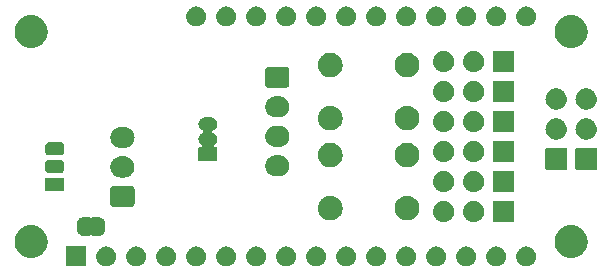
<source format=gbr>
G04 #@! TF.GenerationSoftware,KiCad,Pcbnew,7.0.7*
G04 #@! TF.CreationDate,2023-09-29T20:48:48-07:00*
G04 #@! TF.ProjectId,feather-fc,66656174-6865-4722-9d66-632e6b696361,rev?*
G04 #@! TF.SameCoordinates,Original*
G04 #@! TF.FileFunction,Soldermask,Bot*
G04 #@! TF.FilePolarity,Negative*
%FSLAX46Y46*%
G04 Gerber Fmt 4.6, Leading zero omitted, Abs format (unit mm)*
G04 Created by KiCad (PCBNEW 7.0.7) date 2023-09-29 20:48:48*
%MOMM*%
%LPD*%
G01*
G04 APERTURE LIST*
G04 APERTURE END LIST*
G36*
X32569517Y-46142882D02*
G01*
X32586062Y-46153938D01*
X32597118Y-46170483D01*
X32601000Y-46190000D01*
X32601000Y-47790000D01*
X32597118Y-47809517D01*
X32586062Y-47826062D01*
X32569517Y-47837118D01*
X32550000Y-47841000D01*
X30950000Y-47841000D01*
X30930483Y-47837118D01*
X30913938Y-47826062D01*
X30902882Y-47809517D01*
X30899000Y-47790000D01*
X30899000Y-46190000D01*
X30902882Y-46170483D01*
X30913938Y-46153938D01*
X30930483Y-46142882D01*
X30950000Y-46139000D01*
X32550000Y-46139000D01*
X32569517Y-46142882D01*
G37*
G36*
X34331199Y-46143662D02*
G01*
X34378954Y-46143662D01*
X34420194Y-46152427D01*
X34455901Y-46155945D01*
X34500759Y-46169552D01*
X34552973Y-46180651D01*
X34586384Y-46195526D01*
X34615435Y-46204339D01*
X34661602Y-46229015D01*
X34715500Y-46253012D01*
X34740554Y-46271215D01*
X34762453Y-46282920D01*
X34807128Y-46319584D01*
X34859430Y-46357584D01*
X34876411Y-46376443D01*
X34891320Y-46388679D01*
X34931387Y-46437501D01*
X34978473Y-46489795D01*
X34988364Y-46506927D01*
X34997079Y-46517546D01*
X35029306Y-46577840D01*
X35067427Y-46643867D01*
X35071813Y-46657368D01*
X35075660Y-46664564D01*
X35096861Y-46734455D01*
X35122404Y-46813067D01*
X35123303Y-46821623D01*
X35124054Y-46824098D01*
X35131371Y-46898389D01*
X35141000Y-46990000D01*
X35131370Y-47081619D01*
X35124054Y-47155901D01*
X35123303Y-47158375D01*
X35122404Y-47166933D01*
X35096856Y-47245558D01*
X35075660Y-47315435D01*
X35071814Y-47322629D01*
X35067427Y-47336133D01*
X35029299Y-47402172D01*
X34997079Y-47462453D01*
X34988366Y-47473069D01*
X34978473Y-47490205D01*
X34931378Y-47542509D01*
X34891320Y-47591320D01*
X34876414Y-47603552D01*
X34859430Y-47622416D01*
X34807118Y-47660423D01*
X34762453Y-47697079D01*
X34740559Y-47708780D01*
X34715500Y-47726988D01*
X34661591Y-47750989D01*
X34615435Y-47775660D01*
X34586391Y-47784470D01*
X34552973Y-47799349D01*
X34500748Y-47810449D01*
X34455901Y-47824054D01*
X34420203Y-47827570D01*
X34378954Y-47836338D01*
X34331188Y-47836338D01*
X34290000Y-47840395D01*
X34248811Y-47836338D01*
X34201046Y-47836338D01*
X34159797Y-47827570D01*
X34124098Y-47824054D01*
X34079248Y-47810448D01*
X34027027Y-47799349D01*
X33993610Y-47784471D01*
X33964564Y-47775660D01*
X33918402Y-47750986D01*
X33864500Y-47726988D01*
X33839443Y-47708783D01*
X33817546Y-47697079D01*
X33772873Y-47660416D01*
X33720570Y-47622416D01*
X33703588Y-47603555D01*
X33688679Y-47591320D01*
X33648610Y-47542496D01*
X33601527Y-47490205D01*
X33591636Y-47473073D01*
X33582920Y-47462453D01*
X33550687Y-47402148D01*
X33512573Y-47336133D01*
X33508186Y-47322634D01*
X33504339Y-47315435D01*
X33483128Y-47245512D01*
X33457596Y-47166933D01*
X33456697Y-47158380D01*
X33455945Y-47155901D01*
X33448613Y-47081467D01*
X33439000Y-46990000D01*
X33448612Y-46898540D01*
X33455945Y-46824098D01*
X33456697Y-46821618D01*
X33457596Y-46813067D01*
X33483123Y-46734502D01*
X33504339Y-46664564D01*
X33508187Y-46657363D01*
X33512573Y-46643867D01*
X33550680Y-46577863D01*
X33582920Y-46517546D01*
X33591638Y-46506923D01*
X33601527Y-46489795D01*
X33648601Y-46437513D01*
X33688679Y-46388679D01*
X33703591Y-46376440D01*
X33720570Y-46357584D01*
X33772862Y-46319591D01*
X33817546Y-46282920D01*
X33839448Y-46271213D01*
X33864500Y-46253012D01*
X33918391Y-46229018D01*
X33964564Y-46204339D01*
X33993617Y-46195525D01*
X34027027Y-46180651D01*
X34079237Y-46169553D01*
X34124098Y-46155945D01*
X34159806Y-46152427D01*
X34201046Y-46143662D01*
X34248801Y-46143662D01*
X34290000Y-46139604D01*
X34331199Y-46143662D01*
G37*
G36*
X36871199Y-46143662D02*
G01*
X36918954Y-46143662D01*
X36960194Y-46152427D01*
X36995901Y-46155945D01*
X37040759Y-46169552D01*
X37092973Y-46180651D01*
X37126384Y-46195526D01*
X37155435Y-46204339D01*
X37201602Y-46229015D01*
X37255500Y-46253012D01*
X37280554Y-46271215D01*
X37302453Y-46282920D01*
X37347128Y-46319584D01*
X37399430Y-46357584D01*
X37416411Y-46376443D01*
X37431320Y-46388679D01*
X37471387Y-46437501D01*
X37518473Y-46489795D01*
X37528364Y-46506927D01*
X37537079Y-46517546D01*
X37569306Y-46577840D01*
X37607427Y-46643867D01*
X37611813Y-46657368D01*
X37615660Y-46664564D01*
X37636861Y-46734455D01*
X37662404Y-46813067D01*
X37663303Y-46821623D01*
X37664054Y-46824098D01*
X37671371Y-46898389D01*
X37681000Y-46990000D01*
X37671370Y-47081619D01*
X37664054Y-47155901D01*
X37663303Y-47158375D01*
X37662404Y-47166933D01*
X37636856Y-47245558D01*
X37615660Y-47315435D01*
X37611814Y-47322629D01*
X37607427Y-47336133D01*
X37569299Y-47402172D01*
X37537079Y-47462453D01*
X37528366Y-47473069D01*
X37518473Y-47490205D01*
X37471378Y-47542509D01*
X37431320Y-47591320D01*
X37416414Y-47603552D01*
X37399430Y-47622416D01*
X37347118Y-47660423D01*
X37302453Y-47697079D01*
X37280559Y-47708780D01*
X37255500Y-47726988D01*
X37201591Y-47750989D01*
X37155435Y-47775660D01*
X37126391Y-47784470D01*
X37092973Y-47799349D01*
X37040748Y-47810449D01*
X36995901Y-47824054D01*
X36960203Y-47827570D01*
X36918954Y-47836338D01*
X36871188Y-47836338D01*
X36830000Y-47840395D01*
X36788811Y-47836338D01*
X36741046Y-47836338D01*
X36699797Y-47827570D01*
X36664098Y-47824054D01*
X36619248Y-47810448D01*
X36567027Y-47799349D01*
X36533610Y-47784471D01*
X36504564Y-47775660D01*
X36458402Y-47750986D01*
X36404500Y-47726988D01*
X36379443Y-47708783D01*
X36357546Y-47697079D01*
X36312873Y-47660416D01*
X36260570Y-47622416D01*
X36243588Y-47603555D01*
X36228679Y-47591320D01*
X36188610Y-47542496D01*
X36141527Y-47490205D01*
X36131636Y-47473073D01*
X36122920Y-47462453D01*
X36090687Y-47402148D01*
X36052573Y-47336133D01*
X36048186Y-47322634D01*
X36044339Y-47315435D01*
X36023128Y-47245512D01*
X35997596Y-47166933D01*
X35996697Y-47158380D01*
X35995945Y-47155901D01*
X35988613Y-47081467D01*
X35979000Y-46990000D01*
X35988612Y-46898540D01*
X35995945Y-46824098D01*
X35996697Y-46821618D01*
X35997596Y-46813067D01*
X36023123Y-46734502D01*
X36044339Y-46664564D01*
X36048187Y-46657363D01*
X36052573Y-46643867D01*
X36090680Y-46577863D01*
X36122920Y-46517546D01*
X36131638Y-46506923D01*
X36141527Y-46489795D01*
X36188601Y-46437513D01*
X36228679Y-46388679D01*
X36243591Y-46376440D01*
X36260570Y-46357584D01*
X36312862Y-46319591D01*
X36357546Y-46282920D01*
X36379448Y-46271213D01*
X36404500Y-46253012D01*
X36458391Y-46229018D01*
X36504564Y-46204339D01*
X36533617Y-46195525D01*
X36567027Y-46180651D01*
X36619237Y-46169553D01*
X36664098Y-46155945D01*
X36699806Y-46152427D01*
X36741046Y-46143662D01*
X36788801Y-46143662D01*
X36830000Y-46139604D01*
X36871199Y-46143662D01*
G37*
G36*
X39411199Y-46143662D02*
G01*
X39458954Y-46143662D01*
X39500194Y-46152427D01*
X39535901Y-46155945D01*
X39580759Y-46169552D01*
X39632973Y-46180651D01*
X39666384Y-46195526D01*
X39695435Y-46204339D01*
X39741602Y-46229015D01*
X39795500Y-46253012D01*
X39820554Y-46271215D01*
X39842453Y-46282920D01*
X39887128Y-46319584D01*
X39939430Y-46357584D01*
X39956411Y-46376443D01*
X39971320Y-46388679D01*
X40011387Y-46437501D01*
X40058473Y-46489795D01*
X40068364Y-46506927D01*
X40077079Y-46517546D01*
X40109306Y-46577840D01*
X40147427Y-46643867D01*
X40151813Y-46657368D01*
X40155660Y-46664564D01*
X40176861Y-46734455D01*
X40202404Y-46813067D01*
X40203303Y-46821623D01*
X40204054Y-46824098D01*
X40211371Y-46898389D01*
X40221000Y-46990000D01*
X40211370Y-47081619D01*
X40204054Y-47155901D01*
X40203303Y-47158375D01*
X40202404Y-47166933D01*
X40176856Y-47245558D01*
X40155660Y-47315435D01*
X40151814Y-47322629D01*
X40147427Y-47336133D01*
X40109299Y-47402172D01*
X40077079Y-47462453D01*
X40068366Y-47473069D01*
X40058473Y-47490205D01*
X40011378Y-47542509D01*
X39971320Y-47591320D01*
X39956414Y-47603552D01*
X39939430Y-47622416D01*
X39887118Y-47660423D01*
X39842453Y-47697079D01*
X39820559Y-47708780D01*
X39795500Y-47726988D01*
X39741591Y-47750989D01*
X39695435Y-47775660D01*
X39666391Y-47784470D01*
X39632973Y-47799349D01*
X39580748Y-47810449D01*
X39535901Y-47824054D01*
X39500203Y-47827570D01*
X39458954Y-47836338D01*
X39411188Y-47836338D01*
X39370000Y-47840395D01*
X39328811Y-47836338D01*
X39281046Y-47836338D01*
X39239797Y-47827570D01*
X39204098Y-47824054D01*
X39159248Y-47810448D01*
X39107027Y-47799349D01*
X39073610Y-47784471D01*
X39044564Y-47775660D01*
X38998402Y-47750986D01*
X38944500Y-47726988D01*
X38919443Y-47708783D01*
X38897546Y-47697079D01*
X38852873Y-47660416D01*
X38800570Y-47622416D01*
X38783588Y-47603555D01*
X38768679Y-47591320D01*
X38728610Y-47542496D01*
X38681527Y-47490205D01*
X38671636Y-47473073D01*
X38662920Y-47462453D01*
X38630687Y-47402148D01*
X38592573Y-47336133D01*
X38588186Y-47322634D01*
X38584339Y-47315435D01*
X38563128Y-47245512D01*
X38537596Y-47166933D01*
X38536697Y-47158380D01*
X38535945Y-47155901D01*
X38528613Y-47081467D01*
X38519000Y-46990000D01*
X38528612Y-46898540D01*
X38535945Y-46824098D01*
X38536697Y-46821618D01*
X38537596Y-46813067D01*
X38563123Y-46734502D01*
X38584339Y-46664564D01*
X38588187Y-46657363D01*
X38592573Y-46643867D01*
X38630680Y-46577863D01*
X38662920Y-46517546D01*
X38671638Y-46506923D01*
X38681527Y-46489795D01*
X38728601Y-46437513D01*
X38768679Y-46388679D01*
X38783591Y-46376440D01*
X38800570Y-46357584D01*
X38852862Y-46319591D01*
X38897546Y-46282920D01*
X38919448Y-46271213D01*
X38944500Y-46253012D01*
X38998391Y-46229018D01*
X39044564Y-46204339D01*
X39073617Y-46195525D01*
X39107027Y-46180651D01*
X39159237Y-46169553D01*
X39204098Y-46155945D01*
X39239806Y-46152427D01*
X39281046Y-46143662D01*
X39328801Y-46143662D01*
X39370000Y-46139604D01*
X39411199Y-46143662D01*
G37*
G36*
X41951199Y-46143662D02*
G01*
X41998954Y-46143662D01*
X42040194Y-46152427D01*
X42075901Y-46155945D01*
X42120759Y-46169552D01*
X42172973Y-46180651D01*
X42206384Y-46195526D01*
X42235435Y-46204339D01*
X42281602Y-46229015D01*
X42335500Y-46253012D01*
X42360554Y-46271215D01*
X42382453Y-46282920D01*
X42427128Y-46319584D01*
X42479430Y-46357584D01*
X42496411Y-46376443D01*
X42511320Y-46388679D01*
X42551387Y-46437501D01*
X42598473Y-46489795D01*
X42608364Y-46506927D01*
X42617079Y-46517546D01*
X42649306Y-46577840D01*
X42687427Y-46643867D01*
X42691813Y-46657368D01*
X42695660Y-46664564D01*
X42716861Y-46734455D01*
X42742404Y-46813067D01*
X42743303Y-46821623D01*
X42744054Y-46824098D01*
X42751371Y-46898389D01*
X42761000Y-46990000D01*
X42751370Y-47081619D01*
X42744054Y-47155901D01*
X42743303Y-47158375D01*
X42742404Y-47166933D01*
X42716856Y-47245558D01*
X42695660Y-47315435D01*
X42691814Y-47322629D01*
X42687427Y-47336133D01*
X42649299Y-47402172D01*
X42617079Y-47462453D01*
X42608366Y-47473069D01*
X42598473Y-47490205D01*
X42551378Y-47542509D01*
X42511320Y-47591320D01*
X42496414Y-47603552D01*
X42479430Y-47622416D01*
X42427118Y-47660423D01*
X42382453Y-47697079D01*
X42360559Y-47708780D01*
X42335500Y-47726988D01*
X42281591Y-47750989D01*
X42235435Y-47775660D01*
X42206391Y-47784470D01*
X42172973Y-47799349D01*
X42120748Y-47810449D01*
X42075901Y-47824054D01*
X42040203Y-47827570D01*
X41998954Y-47836338D01*
X41951188Y-47836338D01*
X41910000Y-47840395D01*
X41868811Y-47836338D01*
X41821046Y-47836338D01*
X41779797Y-47827570D01*
X41744098Y-47824054D01*
X41699248Y-47810448D01*
X41647027Y-47799349D01*
X41613610Y-47784471D01*
X41584564Y-47775660D01*
X41538402Y-47750986D01*
X41484500Y-47726988D01*
X41459443Y-47708783D01*
X41437546Y-47697079D01*
X41392873Y-47660416D01*
X41340570Y-47622416D01*
X41323588Y-47603555D01*
X41308679Y-47591320D01*
X41268610Y-47542496D01*
X41221527Y-47490205D01*
X41211636Y-47473073D01*
X41202920Y-47462453D01*
X41170687Y-47402148D01*
X41132573Y-47336133D01*
X41128186Y-47322634D01*
X41124339Y-47315435D01*
X41103128Y-47245512D01*
X41077596Y-47166933D01*
X41076697Y-47158380D01*
X41075945Y-47155901D01*
X41068613Y-47081467D01*
X41059000Y-46990000D01*
X41068612Y-46898540D01*
X41075945Y-46824098D01*
X41076697Y-46821618D01*
X41077596Y-46813067D01*
X41103123Y-46734502D01*
X41124339Y-46664564D01*
X41128187Y-46657363D01*
X41132573Y-46643867D01*
X41170680Y-46577863D01*
X41202920Y-46517546D01*
X41211638Y-46506923D01*
X41221527Y-46489795D01*
X41268601Y-46437513D01*
X41308679Y-46388679D01*
X41323591Y-46376440D01*
X41340570Y-46357584D01*
X41392862Y-46319591D01*
X41437546Y-46282920D01*
X41459448Y-46271213D01*
X41484500Y-46253012D01*
X41538391Y-46229018D01*
X41584564Y-46204339D01*
X41613617Y-46195525D01*
X41647027Y-46180651D01*
X41699237Y-46169553D01*
X41744098Y-46155945D01*
X41779806Y-46152427D01*
X41821046Y-46143662D01*
X41868801Y-46143662D01*
X41910000Y-46139604D01*
X41951199Y-46143662D01*
G37*
G36*
X44491199Y-46143662D02*
G01*
X44538954Y-46143662D01*
X44580194Y-46152427D01*
X44615901Y-46155945D01*
X44660759Y-46169552D01*
X44712973Y-46180651D01*
X44746384Y-46195526D01*
X44775435Y-46204339D01*
X44821602Y-46229015D01*
X44875500Y-46253012D01*
X44900554Y-46271215D01*
X44922453Y-46282920D01*
X44967128Y-46319584D01*
X45019430Y-46357584D01*
X45036411Y-46376443D01*
X45051320Y-46388679D01*
X45091387Y-46437501D01*
X45138473Y-46489795D01*
X45148364Y-46506927D01*
X45157079Y-46517546D01*
X45189306Y-46577840D01*
X45227427Y-46643867D01*
X45231813Y-46657368D01*
X45235660Y-46664564D01*
X45256861Y-46734455D01*
X45282404Y-46813067D01*
X45283303Y-46821623D01*
X45284054Y-46824098D01*
X45291371Y-46898389D01*
X45301000Y-46990000D01*
X45291370Y-47081619D01*
X45284054Y-47155901D01*
X45283303Y-47158375D01*
X45282404Y-47166933D01*
X45256856Y-47245558D01*
X45235660Y-47315435D01*
X45231814Y-47322629D01*
X45227427Y-47336133D01*
X45189299Y-47402172D01*
X45157079Y-47462453D01*
X45148366Y-47473069D01*
X45138473Y-47490205D01*
X45091378Y-47542509D01*
X45051320Y-47591320D01*
X45036414Y-47603552D01*
X45019430Y-47622416D01*
X44967118Y-47660423D01*
X44922453Y-47697079D01*
X44900559Y-47708780D01*
X44875500Y-47726988D01*
X44821591Y-47750989D01*
X44775435Y-47775660D01*
X44746391Y-47784470D01*
X44712973Y-47799349D01*
X44660748Y-47810449D01*
X44615901Y-47824054D01*
X44580203Y-47827570D01*
X44538954Y-47836338D01*
X44491188Y-47836338D01*
X44450000Y-47840395D01*
X44408811Y-47836338D01*
X44361046Y-47836338D01*
X44319797Y-47827570D01*
X44284098Y-47824054D01*
X44239248Y-47810448D01*
X44187027Y-47799349D01*
X44153610Y-47784471D01*
X44124564Y-47775660D01*
X44078402Y-47750986D01*
X44024500Y-47726988D01*
X43999443Y-47708783D01*
X43977546Y-47697079D01*
X43932873Y-47660416D01*
X43880570Y-47622416D01*
X43863588Y-47603555D01*
X43848679Y-47591320D01*
X43808610Y-47542496D01*
X43761527Y-47490205D01*
X43751636Y-47473073D01*
X43742920Y-47462453D01*
X43710687Y-47402148D01*
X43672573Y-47336133D01*
X43668186Y-47322634D01*
X43664339Y-47315435D01*
X43643128Y-47245512D01*
X43617596Y-47166933D01*
X43616697Y-47158380D01*
X43615945Y-47155901D01*
X43608613Y-47081467D01*
X43599000Y-46990000D01*
X43608612Y-46898540D01*
X43615945Y-46824098D01*
X43616697Y-46821618D01*
X43617596Y-46813067D01*
X43643123Y-46734502D01*
X43664339Y-46664564D01*
X43668187Y-46657363D01*
X43672573Y-46643867D01*
X43710680Y-46577863D01*
X43742920Y-46517546D01*
X43751638Y-46506923D01*
X43761527Y-46489795D01*
X43808601Y-46437513D01*
X43848679Y-46388679D01*
X43863591Y-46376440D01*
X43880570Y-46357584D01*
X43932862Y-46319591D01*
X43977546Y-46282920D01*
X43999448Y-46271213D01*
X44024500Y-46253012D01*
X44078391Y-46229018D01*
X44124564Y-46204339D01*
X44153617Y-46195525D01*
X44187027Y-46180651D01*
X44239237Y-46169553D01*
X44284098Y-46155945D01*
X44319806Y-46152427D01*
X44361046Y-46143662D01*
X44408801Y-46143662D01*
X44450000Y-46139604D01*
X44491199Y-46143662D01*
G37*
G36*
X47031199Y-46143662D02*
G01*
X47078954Y-46143662D01*
X47120194Y-46152427D01*
X47155901Y-46155945D01*
X47200759Y-46169552D01*
X47252973Y-46180651D01*
X47286384Y-46195526D01*
X47315435Y-46204339D01*
X47361602Y-46229015D01*
X47415500Y-46253012D01*
X47440554Y-46271215D01*
X47462453Y-46282920D01*
X47507128Y-46319584D01*
X47559430Y-46357584D01*
X47576411Y-46376443D01*
X47591320Y-46388679D01*
X47631387Y-46437501D01*
X47678473Y-46489795D01*
X47688364Y-46506927D01*
X47697079Y-46517546D01*
X47729306Y-46577840D01*
X47767427Y-46643867D01*
X47771813Y-46657368D01*
X47775660Y-46664564D01*
X47796861Y-46734455D01*
X47822404Y-46813067D01*
X47823303Y-46821623D01*
X47824054Y-46824098D01*
X47831371Y-46898389D01*
X47841000Y-46990000D01*
X47831370Y-47081619D01*
X47824054Y-47155901D01*
X47823303Y-47158375D01*
X47822404Y-47166933D01*
X47796856Y-47245558D01*
X47775660Y-47315435D01*
X47771814Y-47322629D01*
X47767427Y-47336133D01*
X47729299Y-47402172D01*
X47697079Y-47462453D01*
X47688366Y-47473069D01*
X47678473Y-47490205D01*
X47631378Y-47542509D01*
X47591320Y-47591320D01*
X47576414Y-47603552D01*
X47559430Y-47622416D01*
X47507118Y-47660423D01*
X47462453Y-47697079D01*
X47440559Y-47708780D01*
X47415500Y-47726988D01*
X47361591Y-47750989D01*
X47315435Y-47775660D01*
X47286391Y-47784470D01*
X47252973Y-47799349D01*
X47200748Y-47810449D01*
X47155901Y-47824054D01*
X47120203Y-47827570D01*
X47078954Y-47836338D01*
X47031188Y-47836338D01*
X46990000Y-47840395D01*
X46948811Y-47836338D01*
X46901046Y-47836338D01*
X46859797Y-47827570D01*
X46824098Y-47824054D01*
X46779248Y-47810448D01*
X46727027Y-47799349D01*
X46693610Y-47784471D01*
X46664564Y-47775660D01*
X46618402Y-47750986D01*
X46564500Y-47726988D01*
X46539443Y-47708783D01*
X46517546Y-47697079D01*
X46472873Y-47660416D01*
X46420570Y-47622416D01*
X46403588Y-47603555D01*
X46388679Y-47591320D01*
X46348610Y-47542496D01*
X46301527Y-47490205D01*
X46291636Y-47473073D01*
X46282920Y-47462453D01*
X46250687Y-47402148D01*
X46212573Y-47336133D01*
X46208186Y-47322634D01*
X46204339Y-47315435D01*
X46183128Y-47245512D01*
X46157596Y-47166933D01*
X46156697Y-47158380D01*
X46155945Y-47155901D01*
X46148613Y-47081467D01*
X46139000Y-46990000D01*
X46148612Y-46898540D01*
X46155945Y-46824098D01*
X46156697Y-46821618D01*
X46157596Y-46813067D01*
X46183123Y-46734502D01*
X46204339Y-46664564D01*
X46208187Y-46657363D01*
X46212573Y-46643867D01*
X46250680Y-46577863D01*
X46282920Y-46517546D01*
X46291638Y-46506923D01*
X46301527Y-46489795D01*
X46348601Y-46437513D01*
X46388679Y-46388679D01*
X46403591Y-46376440D01*
X46420570Y-46357584D01*
X46472862Y-46319591D01*
X46517546Y-46282920D01*
X46539448Y-46271213D01*
X46564500Y-46253012D01*
X46618391Y-46229018D01*
X46664564Y-46204339D01*
X46693617Y-46195525D01*
X46727027Y-46180651D01*
X46779237Y-46169553D01*
X46824098Y-46155945D01*
X46859806Y-46152427D01*
X46901046Y-46143662D01*
X46948801Y-46143662D01*
X46990000Y-46139604D01*
X47031199Y-46143662D01*
G37*
G36*
X49571199Y-46143662D02*
G01*
X49618954Y-46143662D01*
X49660194Y-46152427D01*
X49695901Y-46155945D01*
X49740759Y-46169552D01*
X49792973Y-46180651D01*
X49826384Y-46195526D01*
X49855435Y-46204339D01*
X49901602Y-46229015D01*
X49955500Y-46253012D01*
X49980554Y-46271215D01*
X50002453Y-46282920D01*
X50047128Y-46319584D01*
X50099430Y-46357584D01*
X50116411Y-46376443D01*
X50131320Y-46388679D01*
X50171387Y-46437501D01*
X50218473Y-46489795D01*
X50228364Y-46506927D01*
X50237079Y-46517546D01*
X50269306Y-46577840D01*
X50307427Y-46643867D01*
X50311813Y-46657368D01*
X50315660Y-46664564D01*
X50336861Y-46734455D01*
X50362404Y-46813067D01*
X50363303Y-46821623D01*
X50364054Y-46824098D01*
X50371371Y-46898389D01*
X50381000Y-46990000D01*
X50371370Y-47081619D01*
X50364054Y-47155901D01*
X50363303Y-47158375D01*
X50362404Y-47166933D01*
X50336856Y-47245558D01*
X50315660Y-47315435D01*
X50311814Y-47322629D01*
X50307427Y-47336133D01*
X50269299Y-47402172D01*
X50237079Y-47462453D01*
X50228366Y-47473069D01*
X50218473Y-47490205D01*
X50171378Y-47542509D01*
X50131320Y-47591320D01*
X50116414Y-47603552D01*
X50099430Y-47622416D01*
X50047118Y-47660423D01*
X50002453Y-47697079D01*
X49980559Y-47708780D01*
X49955500Y-47726988D01*
X49901591Y-47750989D01*
X49855435Y-47775660D01*
X49826391Y-47784470D01*
X49792973Y-47799349D01*
X49740748Y-47810449D01*
X49695901Y-47824054D01*
X49660203Y-47827570D01*
X49618954Y-47836338D01*
X49571188Y-47836338D01*
X49530000Y-47840395D01*
X49488811Y-47836338D01*
X49441046Y-47836338D01*
X49399797Y-47827570D01*
X49364098Y-47824054D01*
X49319248Y-47810448D01*
X49267027Y-47799349D01*
X49233610Y-47784471D01*
X49204564Y-47775660D01*
X49158402Y-47750986D01*
X49104500Y-47726988D01*
X49079443Y-47708783D01*
X49057546Y-47697079D01*
X49012873Y-47660416D01*
X48960570Y-47622416D01*
X48943588Y-47603555D01*
X48928679Y-47591320D01*
X48888610Y-47542496D01*
X48841527Y-47490205D01*
X48831636Y-47473073D01*
X48822920Y-47462453D01*
X48790687Y-47402148D01*
X48752573Y-47336133D01*
X48748186Y-47322634D01*
X48744339Y-47315435D01*
X48723128Y-47245512D01*
X48697596Y-47166933D01*
X48696697Y-47158380D01*
X48695945Y-47155901D01*
X48688613Y-47081467D01*
X48679000Y-46990000D01*
X48688612Y-46898540D01*
X48695945Y-46824098D01*
X48696697Y-46821618D01*
X48697596Y-46813067D01*
X48723123Y-46734502D01*
X48744339Y-46664564D01*
X48748187Y-46657363D01*
X48752573Y-46643867D01*
X48790680Y-46577863D01*
X48822920Y-46517546D01*
X48831638Y-46506923D01*
X48841527Y-46489795D01*
X48888601Y-46437513D01*
X48928679Y-46388679D01*
X48943591Y-46376440D01*
X48960570Y-46357584D01*
X49012862Y-46319591D01*
X49057546Y-46282920D01*
X49079448Y-46271213D01*
X49104500Y-46253012D01*
X49158391Y-46229018D01*
X49204564Y-46204339D01*
X49233617Y-46195525D01*
X49267027Y-46180651D01*
X49319237Y-46169553D01*
X49364098Y-46155945D01*
X49399806Y-46152427D01*
X49441046Y-46143662D01*
X49488801Y-46143662D01*
X49530000Y-46139604D01*
X49571199Y-46143662D01*
G37*
G36*
X52111199Y-46143662D02*
G01*
X52158954Y-46143662D01*
X52200194Y-46152427D01*
X52235901Y-46155945D01*
X52280759Y-46169552D01*
X52332973Y-46180651D01*
X52366384Y-46195526D01*
X52395435Y-46204339D01*
X52441602Y-46229015D01*
X52495500Y-46253012D01*
X52520554Y-46271215D01*
X52542453Y-46282920D01*
X52587128Y-46319584D01*
X52639430Y-46357584D01*
X52656411Y-46376443D01*
X52671320Y-46388679D01*
X52711387Y-46437501D01*
X52758473Y-46489795D01*
X52768364Y-46506927D01*
X52777079Y-46517546D01*
X52809306Y-46577840D01*
X52847427Y-46643867D01*
X52851813Y-46657368D01*
X52855660Y-46664564D01*
X52876861Y-46734455D01*
X52902404Y-46813067D01*
X52903303Y-46821623D01*
X52904054Y-46824098D01*
X52911371Y-46898389D01*
X52921000Y-46990000D01*
X52911370Y-47081619D01*
X52904054Y-47155901D01*
X52903303Y-47158375D01*
X52902404Y-47166933D01*
X52876856Y-47245558D01*
X52855660Y-47315435D01*
X52851814Y-47322629D01*
X52847427Y-47336133D01*
X52809299Y-47402172D01*
X52777079Y-47462453D01*
X52768366Y-47473069D01*
X52758473Y-47490205D01*
X52711378Y-47542509D01*
X52671320Y-47591320D01*
X52656414Y-47603552D01*
X52639430Y-47622416D01*
X52587118Y-47660423D01*
X52542453Y-47697079D01*
X52520559Y-47708780D01*
X52495500Y-47726988D01*
X52441591Y-47750989D01*
X52395435Y-47775660D01*
X52366391Y-47784470D01*
X52332973Y-47799349D01*
X52280748Y-47810449D01*
X52235901Y-47824054D01*
X52200203Y-47827570D01*
X52158954Y-47836338D01*
X52111188Y-47836338D01*
X52070000Y-47840395D01*
X52028811Y-47836338D01*
X51981046Y-47836338D01*
X51939797Y-47827570D01*
X51904098Y-47824054D01*
X51859248Y-47810448D01*
X51807027Y-47799349D01*
X51773610Y-47784471D01*
X51744564Y-47775660D01*
X51698402Y-47750986D01*
X51644500Y-47726988D01*
X51619443Y-47708783D01*
X51597546Y-47697079D01*
X51552873Y-47660416D01*
X51500570Y-47622416D01*
X51483588Y-47603555D01*
X51468679Y-47591320D01*
X51428610Y-47542496D01*
X51381527Y-47490205D01*
X51371636Y-47473073D01*
X51362920Y-47462453D01*
X51330687Y-47402148D01*
X51292573Y-47336133D01*
X51288186Y-47322634D01*
X51284339Y-47315435D01*
X51263128Y-47245512D01*
X51237596Y-47166933D01*
X51236697Y-47158380D01*
X51235945Y-47155901D01*
X51228613Y-47081467D01*
X51219000Y-46990000D01*
X51228612Y-46898540D01*
X51235945Y-46824098D01*
X51236697Y-46821618D01*
X51237596Y-46813067D01*
X51263123Y-46734502D01*
X51284339Y-46664564D01*
X51288187Y-46657363D01*
X51292573Y-46643867D01*
X51330680Y-46577863D01*
X51362920Y-46517546D01*
X51371638Y-46506923D01*
X51381527Y-46489795D01*
X51428601Y-46437513D01*
X51468679Y-46388679D01*
X51483591Y-46376440D01*
X51500570Y-46357584D01*
X51552862Y-46319591D01*
X51597546Y-46282920D01*
X51619448Y-46271213D01*
X51644500Y-46253012D01*
X51698391Y-46229018D01*
X51744564Y-46204339D01*
X51773617Y-46195525D01*
X51807027Y-46180651D01*
X51859237Y-46169553D01*
X51904098Y-46155945D01*
X51939806Y-46152427D01*
X51981046Y-46143662D01*
X52028801Y-46143662D01*
X52070000Y-46139604D01*
X52111199Y-46143662D01*
G37*
G36*
X54651199Y-46143662D02*
G01*
X54698954Y-46143662D01*
X54740194Y-46152427D01*
X54775901Y-46155945D01*
X54820759Y-46169552D01*
X54872973Y-46180651D01*
X54906384Y-46195526D01*
X54935435Y-46204339D01*
X54981602Y-46229015D01*
X55035500Y-46253012D01*
X55060554Y-46271215D01*
X55082453Y-46282920D01*
X55127128Y-46319584D01*
X55179430Y-46357584D01*
X55196411Y-46376443D01*
X55211320Y-46388679D01*
X55251387Y-46437501D01*
X55298473Y-46489795D01*
X55308364Y-46506927D01*
X55317079Y-46517546D01*
X55349306Y-46577840D01*
X55387427Y-46643867D01*
X55391813Y-46657368D01*
X55395660Y-46664564D01*
X55416861Y-46734455D01*
X55442404Y-46813067D01*
X55443303Y-46821623D01*
X55444054Y-46824098D01*
X55451371Y-46898389D01*
X55461000Y-46990000D01*
X55451370Y-47081619D01*
X55444054Y-47155901D01*
X55443303Y-47158375D01*
X55442404Y-47166933D01*
X55416856Y-47245558D01*
X55395660Y-47315435D01*
X55391814Y-47322629D01*
X55387427Y-47336133D01*
X55349299Y-47402172D01*
X55317079Y-47462453D01*
X55308366Y-47473069D01*
X55298473Y-47490205D01*
X55251378Y-47542509D01*
X55211320Y-47591320D01*
X55196414Y-47603552D01*
X55179430Y-47622416D01*
X55127118Y-47660423D01*
X55082453Y-47697079D01*
X55060559Y-47708780D01*
X55035500Y-47726988D01*
X54981591Y-47750989D01*
X54935435Y-47775660D01*
X54906391Y-47784470D01*
X54872973Y-47799349D01*
X54820748Y-47810449D01*
X54775901Y-47824054D01*
X54740203Y-47827570D01*
X54698954Y-47836338D01*
X54651188Y-47836338D01*
X54610000Y-47840395D01*
X54568811Y-47836338D01*
X54521046Y-47836338D01*
X54479797Y-47827570D01*
X54444098Y-47824054D01*
X54399248Y-47810448D01*
X54347027Y-47799349D01*
X54313610Y-47784471D01*
X54284564Y-47775660D01*
X54238402Y-47750986D01*
X54184500Y-47726988D01*
X54159443Y-47708783D01*
X54137546Y-47697079D01*
X54092873Y-47660416D01*
X54040570Y-47622416D01*
X54023588Y-47603555D01*
X54008679Y-47591320D01*
X53968610Y-47542496D01*
X53921527Y-47490205D01*
X53911636Y-47473073D01*
X53902920Y-47462453D01*
X53870687Y-47402148D01*
X53832573Y-47336133D01*
X53828186Y-47322634D01*
X53824339Y-47315435D01*
X53803128Y-47245512D01*
X53777596Y-47166933D01*
X53776697Y-47158380D01*
X53775945Y-47155901D01*
X53768613Y-47081467D01*
X53759000Y-46990000D01*
X53768612Y-46898540D01*
X53775945Y-46824098D01*
X53776697Y-46821618D01*
X53777596Y-46813067D01*
X53803123Y-46734502D01*
X53824339Y-46664564D01*
X53828187Y-46657363D01*
X53832573Y-46643867D01*
X53870680Y-46577863D01*
X53902920Y-46517546D01*
X53911638Y-46506923D01*
X53921527Y-46489795D01*
X53968601Y-46437513D01*
X54008679Y-46388679D01*
X54023591Y-46376440D01*
X54040570Y-46357584D01*
X54092862Y-46319591D01*
X54137546Y-46282920D01*
X54159448Y-46271213D01*
X54184500Y-46253012D01*
X54238391Y-46229018D01*
X54284564Y-46204339D01*
X54313617Y-46195525D01*
X54347027Y-46180651D01*
X54399237Y-46169553D01*
X54444098Y-46155945D01*
X54479806Y-46152427D01*
X54521046Y-46143662D01*
X54568801Y-46143662D01*
X54610000Y-46139604D01*
X54651199Y-46143662D01*
G37*
G36*
X57191199Y-46143662D02*
G01*
X57238954Y-46143662D01*
X57280194Y-46152427D01*
X57315901Y-46155945D01*
X57360759Y-46169552D01*
X57412973Y-46180651D01*
X57446384Y-46195526D01*
X57475435Y-46204339D01*
X57521602Y-46229015D01*
X57575500Y-46253012D01*
X57600554Y-46271215D01*
X57622453Y-46282920D01*
X57667128Y-46319584D01*
X57719430Y-46357584D01*
X57736411Y-46376443D01*
X57751320Y-46388679D01*
X57791387Y-46437501D01*
X57838473Y-46489795D01*
X57848364Y-46506927D01*
X57857079Y-46517546D01*
X57889306Y-46577840D01*
X57927427Y-46643867D01*
X57931813Y-46657368D01*
X57935660Y-46664564D01*
X57956861Y-46734455D01*
X57982404Y-46813067D01*
X57983303Y-46821623D01*
X57984054Y-46824098D01*
X57991371Y-46898389D01*
X58001000Y-46990000D01*
X57991370Y-47081619D01*
X57984054Y-47155901D01*
X57983303Y-47158375D01*
X57982404Y-47166933D01*
X57956856Y-47245558D01*
X57935660Y-47315435D01*
X57931814Y-47322629D01*
X57927427Y-47336133D01*
X57889299Y-47402172D01*
X57857079Y-47462453D01*
X57848366Y-47473069D01*
X57838473Y-47490205D01*
X57791378Y-47542509D01*
X57751320Y-47591320D01*
X57736414Y-47603552D01*
X57719430Y-47622416D01*
X57667118Y-47660423D01*
X57622453Y-47697079D01*
X57600559Y-47708780D01*
X57575500Y-47726988D01*
X57521591Y-47750989D01*
X57475435Y-47775660D01*
X57446391Y-47784470D01*
X57412973Y-47799349D01*
X57360748Y-47810449D01*
X57315901Y-47824054D01*
X57280203Y-47827570D01*
X57238954Y-47836338D01*
X57191188Y-47836338D01*
X57150000Y-47840395D01*
X57108811Y-47836338D01*
X57061046Y-47836338D01*
X57019797Y-47827570D01*
X56984098Y-47824054D01*
X56939248Y-47810448D01*
X56887027Y-47799349D01*
X56853610Y-47784471D01*
X56824564Y-47775660D01*
X56778402Y-47750986D01*
X56724500Y-47726988D01*
X56699443Y-47708783D01*
X56677546Y-47697079D01*
X56632873Y-47660416D01*
X56580570Y-47622416D01*
X56563588Y-47603555D01*
X56548679Y-47591320D01*
X56508610Y-47542496D01*
X56461527Y-47490205D01*
X56451636Y-47473073D01*
X56442920Y-47462453D01*
X56410687Y-47402148D01*
X56372573Y-47336133D01*
X56368186Y-47322634D01*
X56364339Y-47315435D01*
X56343128Y-47245512D01*
X56317596Y-47166933D01*
X56316697Y-47158380D01*
X56315945Y-47155901D01*
X56308613Y-47081467D01*
X56299000Y-46990000D01*
X56308612Y-46898540D01*
X56315945Y-46824098D01*
X56316697Y-46821618D01*
X56317596Y-46813067D01*
X56343123Y-46734502D01*
X56364339Y-46664564D01*
X56368187Y-46657363D01*
X56372573Y-46643867D01*
X56410680Y-46577863D01*
X56442920Y-46517546D01*
X56451638Y-46506923D01*
X56461527Y-46489795D01*
X56508601Y-46437513D01*
X56548679Y-46388679D01*
X56563591Y-46376440D01*
X56580570Y-46357584D01*
X56632862Y-46319591D01*
X56677546Y-46282920D01*
X56699448Y-46271213D01*
X56724500Y-46253012D01*
X56778391Y-46229018D01*
X56824564Y-46204339D01*
X56853617Y-46195525D01*
X56887027Y-46180651D01*
X56939237Y-46169553D01*
X56984098Y-46155945D01*
X57019806Y-46152427D01*
X57061046Y-46143662D01*
X57108801Y-46143662D01*
X57150000Y-46139604D01*
X57191199Y-46143662D01*
G37*
G36*
X59731199Y-46143662D02*
G01*
X59778954Y-46143662D01*
X59820194Y-46152427D01*
X59855901Y-46155945D01*
X59900759Y-46169552D01*
X59952973Y-46180651D01*
X59986384Y-46195526D01*
X60015435Y-46204339D01*
X60061602Y-46229015D01*
X60115500Y-46253012D01*
X60140554Y-46271215D01*
X60162453Y-46282920D01*
X60207128Y-46319584D01*
X60259430Y-46357584D01*
X60276411Y-46376443D01*
X60291320Y-46388679D01*
X60331387Y-46437501D01*
X60378473Y-46489795D01*
X60388364Y-46506927D01*
X60397079Y-46517546D01*
X60429306Y-46577840D01*
X60467427Y-46643867D01*
X60471813Y-46657368D01*
X60475660Y-46664564D01*
X60496861Y-46734455D01*
X60522404Y-46813067D01*
X60523303Y-46821623D01*
X60524054Y-46824098D01*
X60531371Y-46898389D01*
X60541000Y-46990000D01*
X60531370Y-47081619D01*
X60524054Y-47155901D01*
X60523303Y-47158375D01*
X60522404Y-47166933D01*
X60496856Y-47245558D01*
X60475660Y-47315435D01*
X60471814Y-47322629D01*
X60467427Y-47336133D01*
X60429299Y-47402172D01*
X60397079Y-47462453D01*
X60388366Y-47473069D01*
X60378473Y-47490205D01*
X60331378Y-47542509D01*
X60291320Y-47591320D01*
X60276414Y-47603552D01*
X60259430Y-47622416D01*
X60207118Y-47660423D01*
X60162453Y-47697079D01*
X60140559Y-47708780D01*
X60115500Y-47726988D01*
X60061591Y-47750989D01*
X60015435Y-47775660D01*
X59986391Y-47784470D01*
X59952973Y-47799349D01*
X59900748Y-47810449D01*
X59855901Y-47824054D01*
X59820203Y-47827570D01*
X59778954Y-47836338D01*
X59731188Y-47836338D01*
X59690000Y-47840395D01*
X59648811Y-47836338D01*
X59601046Y-47836338D01*
X59559797Y-47827570D01*
X59524098Y-47824054D01*
X59479248Y-47810448D01*
X59427027Y-47799349D01*
X59393610Y-47784471D01*
X59364564Y-47775660D01*
X59318402Y-47750986D01*
X59264500Y-47726988D01*
X59239443Y-47708783D01*
X59217546Y-47697079D01*
X59172873Y-47660416D01*
X59120570Y-47622416D01*
X59103588Y-47603555D01*
X59088679Y-47591320D01*
X59048610Y-47542496D01*
X59001527Y-47490205D01*
X58991636Y-47473073D01*
X58982920Y-47462453D01*
X58950687Y-47402148D01*
X58912573Y-47336133D01*
X58908186Y-47322634D01*
X58904339Y-47315435D01*
X58883128Y-47245512D01*
X58857596Y-47166933D01*
X58856697Y-47158380D01*
X58855945Y-47155901D01*
X58848613Y-47081467D01*
X58839000Y-46990000D01*
X58848612Y-46898540D01*
X58855945Y-46824098D01*
X58856697Y-46821618D01*
X58857596Y-46813067D01*
X58883123Y-46734502D01*
X58904339Y-46664564D01*
X58908187Y-46657363D01*
X58912573Y-46643867D01*
X58950680Y-46577863D01*
X58982920Y-46517546D01*
X58991638Y-46506923D01*
X59001527Y-46489795D01*
X59048601Y-46437513D01*
X59088679Y-46388679D01*
X59103591Y-46376440D01*
X59120570Y-46357584D01*
X59172862Y-46319591D01*
X59217546Y-46282920D01*
X59239448Y-46271213D01*
X59264500Y-46253012D01*
X59318391Y-46229018D01*
X59364564Y-46204339D01*
X59393617Y-46195525D01*
X59427027Y-46180651D01*
X59479237Y-46169553D01*
X59524098Y-46155945D01*
X59559806Y-46152427D01*
X59601046Y-46143662D01*
X59648801Y-46143662D01*
X59690000Y-46139604D01*
X59731199Y-46143662D01*
G37*
G36*
X62271199Y-46143662D02*
G01*
X62318954Y-46143662D01*
X62360194Y-46152427D01*
X62395901Y-46155945D01*
X62440759Y-46169552D01*
X62492973Y-46180651D01*
X62526384Y-46195526D01*
X62555435Y-46204339D01*
X62601602Y-46229015D01*
X62655500Y-46253012D01*
X62680554Y-46271215D01*
X62702453Y-46282920D01*
X62747128Y-46319584D01*
X62799430Y-46357584D01*
X62816411Y-46376443D01*
X62831320Y-46388679D01*
X62871387Y-46437501D01*
X62918473Y-46489795D01*
X62928364Y-46506927D01*
X62937079Y-46517546D01*
X62969306Y-46577840D01*
X63007427Y-46643867D01*
X63011813Y-46657368D01*
X63015660Y-46664564D01*
X63036861Y-46734455D01*
X63062404Y-46813067D01*
X63063303Y-46821623D01*
X63064054Y-46824098D01*
X63071371Y-46898389D01*
X63081000Y-46990000D01*
X63071370Y-47081619D01*
X63064054Y-47155901D01*
X63063303Y-47158375D01*
X63062404Y-47166933D01*
X63036856Y-47245558D01*
X63015660Y-47315435D01*
X63011814Y-47322629D01*
X63007427Y-47336133D01*
X62969299Y-47402172D01*
X62937079Y-47462453D01*
X62928366Y-47473069D01*
X62918473Y-47490205D01*
X62871378Y-47542509D01*
X62831320Y-47591320D01*
X62816414Y-47603552D01*
X62799430Y-47622416D01*
X62747118Y-47660423D01*
X62702453Y-47697079D01*
X62680559Y-47708780D01*
X62655500Y-47726988D01*
X62601591Y-47750989D01*
X62555435Y-47775660D01*
X62526391Y-47784470D01*
X62492973Y-47799349D01*
X62440748Y-47810449D01*
X62395901Y-47824054D01*
X62360203Y-47827570D01*
X62318954Y-47836338D01*
X62271188Y-47836338D01*
X62230000Y-47840395D01*
X62188811Y-47836338D01*
X62141046Y-47836338D01*
X62099797Y-47827570D01*
X62064098Y-47824054D01*
X62019248Y-47810448D01*
X61967027Y-47799349D01*
X61933610Y-47784471D01*
X61904564Y-47775660D01*
X61858402Y-47750986D01*
X61804500Y-47726988D01*
X61779443Y-47708783D01*
X61757546Y-47697079D01*
X61712873Y-47660416D01*
X61660570Y-47622416D01*
X61643588Y-47603555D01*
X61628679Y-47591320D01*
X61588610Y-47542496D01*
X61541527Y-47490205D01*
X61531636Y-47473073D01*
X61522920Y-47462453D01*
X61490687Y-47402148D01*
X61452573Y-47336133D01*
X61448186Y-47322634D01*
X61444339Y-47315435D01*
X61423128Y-47245512D01*
X61397596Y-47166933D01*
X61396697Y-47158380D01*
X61395945Y-47155901D01*
X61388613Y-47081467D01*
X61379000Y-46990000D01*
X61388612Y-46898540D01*
X61395945Y-46824098D01*
X61396697Y-46821618D01*
X61397596Y-46813067D01*
X61423123Y-46734502D01*
X61444339Y-46664564D01*
X61448187Y-46657363D01*
X61452573Y-46643867D01*
X61490680Y-46577863D01*
X61522920Y-46517546D01*
X61531638Y-46506923D01*
X61541527Y-46489795D01*
X61588601Y-46437513D01*
X61628679Y-46388679D01*
X61643591Y-46376440D01*
X61660570Y-46357584D01*
X61712862Y-46319591D01*
X61757546Y-46282920D01*
X61779448Y-46271213D01*
X61804500Y-46253012D01*
X61858391Y-46229018D01*
X61904564Y-46204339D01*
X61933617Y-46195525D01*
X61967027Y-46180651D01*
X62019237Y-46169553D01*
X62064098Y-46155945D01*
X62099806Y-46152427D01*
X62141046Y-46143662D01*
X62188801Y-46143662D01*
X62230000Y-46139604D01*
X62271199Y-46143662D01*
G37*
G36*
X64811199Y-46143662D02*
G01*
X64858954Y-46143662D01*
X64900194Y-46152427D01*
X64935901Y-46155945D01*
X64980759Y-46169552D01*
X65032973Y-46180651D01*
X65066384Y-46195526D01*
X65095435Y-46204339D01*
X65141602Y-46229015D01*
X65195500Y-46253012D01*
X65220554Y-46271215D01*
X65242453Y-46282920D01*
X65287128Y-46319584D01*
X65339430Y-46357584D01*
X65356411Y-46376443D01*
X65371320Y-46388679D01*
X65411387Y-46437501D01*
X65458473Y-46489795D01*
X65468364Y-46506927D01*
X65477079Y-46517546D01*
X65509306Y-46577840D01*
X65547427Y-46643867D01*
X65551813Y-46657368D01*
X65555660Y-46664564D01*
X65576861Y-46734455D01*
X65602404Y-46813067D01*
X65603303Y-46821623D01*
X65604054Y-46824098D01*
X65611371Y-46898389D01*
X65621000Y-46990000D01*
X65611370Y-47081619D01*
X65604054Y-47155901D01*
X65603303Y-47158375D01*
X65602404Y-47166933D01*
X65576856Y-47245558D01*
X65555660Y-47315435D01*
X65551814Y-47322629D01*
X65547427Y-47336133D01*
X65509299Y-47402172D01*
X65477079Y-47462453D01*
X65468366Y-47473069D01*
X65458473Y-47490205D01*
X65411378Y-47542509D01*
X65371320Y-47591320D01*
X65356414Y-47603552D01*
X65339430Y-47622416D01*
X65287118Y-47660423D01*
X65242453Y-47697079D01*
X65220559Y-47708780D01*
X65195500Y-47726988D01*
X65141591Y-47750989D01*
X65095435Y-47775660D01*
X65066391Y-47784470D01*
X65032973Y-47799349D01*
X64980748Y-47810449D01*
X64935901Y-47824054D01*
X64900203Y-47827570D01*
X64858954Y-47836338D01*
X64811188Y-47836338D01*
X64770000Y-47840395D01*
X64728811Y-47836338D01*
X64681046Y-47836338D01*
X64639797Y-47827570D01*
X64604098Y-47824054D01*
X64559248Y-47810448D01*
X64507027Y-47799349D01*
X64473610Y-47784471D01*
X64444564Y-47775660D01*
X64398402Y-47750986D01*
X64344500Y-47726988D01*
X64319443Y-47708783D01*
X64297546Y-47697079D01*
X64252873Y-47660416D01*
X64200570Y-47622416D01*
X64183588Y-47603555D01*
X64168679Y-47591320D01*
X64128610Y-47542496D01*
X64081527Y-47490205D01*
X64071636Y-47473073D01*
X64062920Y-47462453D01*
X64030687Y-47402148D01*
X63992573Y-47336133D01*
X63988186Y-47322634D01*
X63984339Y-47315435D01*
X63963128Y-47245512D01*
X63937596Y-47166933D01*
X63936697Y-47158380D01*
X63935945Y-47155901D01*
X63928613Y-47081467D01*
X63919000Y-46990000D01*
X63928612Y-46898540D01*
X63935945Y-46824098D01*
X63936697Y-46821618D01*
X63937596Y-46813067D01*
X63963123Y-46734502D01*
X63984339Y-46664564D01*
X63988187Y-46657363D01*
X63992573Y-46643867D01*
X64030680Y-46577863D01*
X64062920Y-46517546D01*
X64071638Y-46506923D01*
X64081527Y-46489795D01*
X64128601Y-46437513D01*
X64168679Y-46388679D01*
X64183591Y-46376440D01*
X64200570Y-46357584D01*
X64252862Y-46319591D01*
X64297546Y-46282920D01*
X64319448Y-46271213D01*
X64344500Y-46253012D01*
X64398391Y-46229018D01*
X64444564Y-46204339D01*
X64473617Y-46195525D01*
X64507027Y-46180651D01*
X64559237Y-46169553D01*
X64604098Y-46155945D01*
X64639806Y-46152427D01*
X64681046Y-46143662D01*
X64728801Y-46143662D01*
X64770000Y-46139604D01*
X64811199Y-46143662D01*
G37*
G36*
X67351199Y-46143662D02*
G01*
X67398954Y-46143662D01*
X67440194Y-46152427D01*
X67475901Y-46155945D01*
X67520759Y-46169552D01*
X67572973Y-46180651D01*
X67606384Y-46195526D01*
X67635435Y-46204339D01*
X67681602Y-46229015D01*
X67735500Y-46253012D01*
X67760554Y-46271215D01*
X67782453Y-46282920D01*
X67827128Y-46319584D01*
X67879430Y-46357584D01*
X67896411Y-46376443D01*
X67911320Y-46388679D01*
X67951387Y-46437501D01*
X67998473Y-46489795D01*
X68008364Y-46506927D01*
X68017079Y-46517546D01*
X68049306Y-46577840D01*
X68087427Y-46643867D01*
X68091813Y-46657368D01*
X68095660Y-46664564D01*
X68116861Y-46734455D01*
X68142404Y-46813067D01*
X68143303Y-46821623D01*
X68144054Y-46824098D01*
X68151371Y-46898389D01*
X68161000Y-46990000D01*
X68151370Y-47081619D01*
X68144054Y-47155901D01*
X68143303Y-47158375D01*
X68142404Y-47166933D01*
X68116856Y-47245558D01*
X68095660Y-47315435D01*
X68091814Y-47322629D01*
X68087427Y-47336133D01*
X68049299Y-47402172D01*
X68017079Y-47462453D01*
X68008366Y-47473069D01*
X67998473Y-47490205D01*
X67951378Y-47542509D01*
X67911320Y-47591320D01*
X67896414Y-47603552D01*
X67879430Y-47622416D01*
X67827118Y-47660423D01*
X67782453Y-47697079D01*
X67760559Y-47708780D01*
X67735500Y-47726988D01*
X67681591Y-47750989D01*
X67635435Y-47775660D01*
X67606391Y-47784470D01*
X67572973Y-47799349D01*
X67520748Y-47810449D01*
X67475901Y-47824054D01*
X67440203Y-47827570D01*
X67398954Y-47836338D01*
X67351188Y-47836338D01*
X67310000Y-47840395D01*
X67268811Y-47836338D01*
X67221046Y-47836338D01*
X67179797Y-47827570D01*
X67144098Y-47824054D01*
X67099248Y-47810448D01*
X67047027Y-47799349D01*
X67013610Y-47784471D01*
X66984564Y-47775660D01*
X66938402Y-47750986D01*
X66884500Y-47726988D01*
X66859443Y-47708783D01*
X66837546Y-47697079D01*
X66792873Y-47660416D01*
X66740570Y-47622416D01*
X66723588Y-47603555D01*
X66708679Y-47591320D01*
X66668610Y-47542496D01*
X66621527Y-47490205D01*
X66611636Y-47473073D01*
X66602920Y-47462453D01*
X66570687Y-47402148D01*
X66532573Y-47336133D01*
X66528186Y-47322634D01*
X66524339Y-47315435D01*
X66503128Y-47245512D01*
X66477596Y-47166933D01*
X66476697Y-47158380D01*
X66475945Y-47155901D01*
X66468613Y-47081467D01*
X66459000Y-46990000D01*
X66468612Y-46898540D01*
X66475945Y-46824098D01*
X66476697Y-46821618D01*
X66477596Y-46813067D01*
X66503123Y-46734502D01*
X66524339Y-46664564D01*
X66528187Y-46657363D01*
X66532573Y-46643867D01*
X66570680Y-46577863D01*
X66602920Y-46517546D01*
X66611638Y-46506923D01*
X66621527Y-46489795D01*
X66668601Y-46437513D01*
X66708679Y-46388679D01*
X66723591Y-46376440D01*
X66740570Y-46357584D01*
X66792862Y-46319591D01*
X66837546Y-46282920D01*
X66859448Y-46271213D01*
X66884500Y-46253012D01*
X66938391Y-46229018D01*
X66984564Y-46204339D01*
X67013617Y-46195525D01*
X67047027Y-46180651D01*
X67099237Y-46169553D01*
X67144098Y-46155945D01*
X67179806Y-46152427D01*
X67221046Y-46143662D01*
X67268801Y-46143662D01*
X67310000Y-46139604D01*
X67351199Y-46143662D01*
G37*
G36*
X69891199Y-46143662D02*
G01*
X69938954Y-46143662D01*
X69980194Y-46152427D01*
X70015901Y-46155945D01*
X70060759Y-46169552D01*
X70112973Y-46180651D01*
X70146384Y-46195526D01*
X70175435Y-46204339D01*
X70221602Y-46229015D01*
X70275500Y-46253012D01*
X70300554Y-46271215D01*
X70322453Y-46282920D01*
X70367128Y-46319584D01*
X70419430Y-46357584D01*
X70436411Y-46376443D01*
X70451320Y-46388679D01*
X70491387Y-46437501D01*
X70538473Y-46489795D01*
X70548364Y-46506927D01*
X70557079Y-46517546D01*
X70589306Y-46577840D01*
X70627427Y-46643867D01*
X70631813Y-46657368D01*
X70635660Y-46664564D01*
X70656861Y-46734455D01*
X70682404Y-46813067D01*
X70683303Y-46821623D01*
X70684054Y-46824098D01*
X70691371Y-46898389D01*
X70701000Y-46990000D01*
X70691370Y-47081619D01*
X70684054Y-47155901D01*
X70683303Y-47158375D01*
X70682404Y-47166933D01*
X70656856Y-47245558D01*
X70635660Y-47315435D01*
X70631814Y-47322629D01*
X70627427Y-47336133D01*
X70589299Y-47402172D01*
X70557079Y-47462453D01*
X70548366Y-47473069D01*
X70538473Y-47490205D01*
X70491378Y-47542509D01*
X70451320Y-47591320D01*
X70436414Y-47603552D01*
X70419430Y-47622416D01*
X70367118Y-47660423D01*
X70322453Y-47697079D01*
X70300559Y-47708780D01*
X70275500Y-47726988D01*
X70221591Y-47750989D01*
X70175435Y-47775660D01*
X70146391Y-47784470D01*
X70112973Y-47799349D01*
X70060748Y-47810449D01*
X70015901Y-47824054D01*
X69980203Y-47827570D01*
X69938954Y-47836338D01*
X69891188Y-47836338D01*
X69850000Y-47840395D01*
X69808811Y-47836338D01*
X69761046Y-47836338D01*
X69719797Y-47827570D01*
X69684098Y-47824054D01*
X69639248Y-47810448D01*
X69587027Y-47799349D01*
X69553610Y-47784471D01*
X69524564Y-47775660D01*
X69478402Y-47750986D01*
X69424500Y-47726988D01*
X69399443Y-47708783D01*
X69377546Y-47697079D01*
X69332873Y-47660416D01*
X69280570Y-47622416D01*
X69263588Y-47603555D01*
X69248679Y-47591320D01*
X69208610Y-47542496D01*
X69161527Y-47490205D01*
X69151636Y-47473073D01*
X69142920Y-47462453D01*
X69110687Y-47402148D01*
X69072573Y-47336133D01*
X69068186Y-47322634D01*
X69064339Y-47315435D01*
X69043128Y-47245512D01*
X69017596Y-47166933D01*
X69016697Y-47158380D01*
X69015945Y-47155901D01*
X69008613Y-47081467D01*
X68999000Y-46990000D01*
X69008612Y-46898540D01*
X69015945Y-46824098D01*
X69016697Y-46821618D01*
X69017596Y-46813067D01*
X69043123Y-46734502D01*
X69064339Y-46664564D01*
X69068187Y-46657363D01*
X69072573Y-46643867D01*
X69110680Y-46577863D01*
X69142920Y-46517546D01*
X69151638Y-46506923D01*
X69161527Y-46489795D01*
X69208601Y-46437513D01*
X69248679Y-46388679D01*
X69263591Y-46376440D01*
X69280570Y-46357584D01*
X69332862Y-46319591D01*
X69377546Y-46282920D01*
X69399448Y-46271213D01*
X69424500Y-46253012D01*
X69478391Y-46229018D01*
X69524564Y-46204339D01*
X69553617Y-46195525D01*
X69587027Y-46180651D01*
X69639237Y-46169553D01*
X69684098Y-46155945D01*
X69719806Y-46152427D01*
X69761046Y-46143662D01*
X69808801Y-46143662D01*
X69850000Y-46139604D01*
X69891199Y-46143662D01*
G37*
G36*
X27995891Y-44323785D02*
G01*
X28055694Y-44323785D01*
X28109079Y-44332693D01*
X28159109Y-44336631D01*
X28219361Y-44351096D01*
X28283925Y-44361870D01*
X28329712Y-44377589D01*
X28372811Y-44387936D01*
X28435549Y-44413923D01*
X28502775Y-44437002D01*
X28540323Y-44457322D01*
X28575865Y-44472044D01*
X28638860Y-44510647D01*
X28706274Y-44547130D01*
X28735445Y-44569835D01*
X28763257Y-44586878D01*
X28824028Y-44638781D01*
X28888871Y-44689251D01*
X28910025Y-44712230D01*
X28930382Y-44729617D01*
X28986280Y-44795065D01*
X29045586Y-44859488D01*
X29059524Y-44880823D01*
X29073121Y-44896742D01*
X29121438Y-44975588D01*
X29172143Y-45053198D01*
X29180065Y-45071259D01*
X29187955Y-45084134D01*
X29225979Y-45175933D01*
X29265090Y-45265096D01*
X29268515Y-45278624D01*
X29272063Y-45287188D01*
X29297219Y-45391974D01*
X29321892Y-45489403D01*
X29322567Y-45497556D01*
X29323368Y-45500890D01*
X29333288Y-45626935D01*
X29341000Y-45720000D01*
X29333287Y-45813072D01*
X29323368Y-45939109D01*
X29322567Y-45942442D01*
X29321892Y-45950597D01*
X29297215Y-46048043D01*
X29272063Y-46152811D01*
X29268516Y-46161372D01*
X29265090Y-46174904D01*
X29225972Y-46264083D01*
X29187955Y-46355865D01*
X29180067Y-46368736D01*
X29172143Y-46386802D01*
X29121428Y-46464426D01*
X29073121Y-46543257D01*
X29059527Y-46559172D01*
X29045586Y-46580512D01*
X28986268Y-46644947D01*
X28930382Y-46710382D01*
X28910029Y-46727764D01*
X28888871Y-46750749D01*
X28824015Y-46801228D01*
X28763257Y-46853121D01*
X28735451Y-46870160D01*
X28706274Y-46892870D01*
X28638846Y-46929359D01*
X28575865Y-46967955D01*
X28540331Y-46982673D01*
X28502775Y-47002998D01*
X28435535Y-47026081D01*
X28372811Y-47052063D01*
X28329722Y-47062407D01*
X28283925Y-47078130D01*
X28219347Y-47088906D01*
X28159109Y-47103368D01*
X28109090Y-47107304D01*
X28055694Y-47116215D01*
X27995879Y-47116215D01*
X27940000Y-47120613D01*
X27884120Y-47116215D01*
X27824306Y-47116215D01*
X27770910Y-47107304D01*
X27720890Y-47103368D01*
X27660648Y-47088905D01*
X27596075Y-47078130D01*
X27550280Y-47062408D01*
X27507188Y-47052063D01*
X27444458Y-47026079D01*
X27377225Y-47002998D01*
X27339672Y-46982675D01*
X27304134Y-46967955D01*
X27241145Y-46929355D01*
X27173726Y-46892870D01*
X27144552Y-46870163D01*
X27116742Y-46853121D01*
X27055973Y-46801219D01*
X26991129Y-46750749D01*
X26969973Y-46727768D01*
X26949617Y-46710382D01*
X26893717Y-46644932D01*
X26834414Y-46580512D01*
X26820475Y-46559177D01*
X26806878Y-46543257D01*
X26758555Y-46464401D01*
X26707857Y-46386802D01*
X26699935Y-46368742D01*
X26692044Y-46355865D01*
X26654009Y-46264042D01*
X26614910Y-46174904D01*
X26611485Y-46161379D01*
X26607936Y-46152811D01*
X26582765Y-46047967D01*
X26558108Y-45950597D01*
X26557432Y-45942448D01*
X26556631Y-45939109D01*
X26546692Y-45812831D01*
X26539000Y-45720000D01*
X26546691Y-45627176D01*
X26556631Y-45500890D01*
X26557432Y-45497549D01*
X26558108Y-45489403D01*
X26582760Y-45392050D01*
X26607936Y-45287188D01*
X26611485Y-45278618D01*
X26614910Y-45265096D01*
X26654002Y-45175973D01*
X26692044Y-45084134D01*
X26699936Y-45071253D01*
X26707857Y-45053198D01*
X26758545Y-44975613D01*
X26806878Y-44896742D01*
X26820478Y-44880818D01*
X26834414Y-44859488D01*
X26893705Y-44795080D01*
X26949617Y-44729617D01*
X26969978Y-44712226D01*
X26991129Y-44689251D01*
X27055960Y-44638790D01*
X27116742Y-44586878D01*
X27144558Y-44569832D01*
X27173726Y-44547130D01*
X27241131Y-44510652D01*
X27304134Y-44472044D01*
X27339679Y-44457320D01*
X27377225Y-44437002D01*
X27444444Y-44413925D01*
X27507188Y-44387936D01*
X27550289Y-44377588D01*
X27596075Y-44361870D01*
X27660635Y-44351096D01*
X27720890Y-44336631D01*
X27770921Y-44332693D01*
X27824306Y-44323785D01*
X27884107Y-44323785D01*
X27939999Y-44319386D01*
X27995891Y-44323785D01*
G37*
G36*
X73715892Y-44323785D02*
G01*
X73775694Y-44323785D01*
X73829079Y-44332693D01*
X73879109Y-44336631D01*
X73939361Y-44351096D01*
X74003925Y-44361870D01*
X74049712Y-44377589D01*
X74092811Y-44387936D01*
X74155549Y-44413923D01*
X74222775Y-44437002D01*
X74260323Y-44457322D01*
X74295865Y-44472044D01*
X74358860Y-44510647D01*
X74426274Y-44547130D01*
X74455445Y-44569835D01*
X74483257Y-44586878D01*
X74544028Y-44638781D01*
X74608871Y-44689251D01*
X74630025Y-44712230D01*
X74650382Y-44729617D01*
X74706280Y-44795065D01*
X74765586Y-44859488D01*
X74779524Y-44880823D01*
X74793121Y-44896742D01*
X74841438Y-44975588D01*
X74892143Y-45053198D01*
X74900065Y-45071259D01*
X74907955Y-45084134D01*
X74945979Y-45175933D01*
X74985090Y-45265096D01*
X74988515Y-45278624D01*
X74992063Y-45287188D01*
X75017219Y-45391974D01*
X75041892Y-45489403D01*
X75042567Y-45497556D01*
X75043368Y-45500890D01*
X75053288Y-45626935D01*
X75061000Y-45720000D01*
X75053287Y-45813072D01*
X75043368Y-45939109D01*
X75042567Y-45942442D01*
X75041892Y-45950597D01*
X75017215Y-46048043D01*
X74992063Y-46152811D01*
X74988516Y-46161372D01*
X74985090Y-46174904D01*
X74945972Y-46264083D01*
X74907955Y-46355865D01*
X74900067Y-46368736D01*
X74892143Y-46386802D01*
X74841428Y-46464426D01*
X74793121Y-46543257D01*
X74779527Y-46559172D01*
X74765586Y-46580512D01*
X74706268Y-46644947D01*
X74650382Y-46710382D01*
X74630029Y-46727764D01*
X74608871Y-46750749D01*
X74544015Y-46801228D01*
X74483257Y-46853121D01*
X74455451Y-46870160D01*
X74426274Y-46892870D01*
X74358846Y-46929359D01*
X74295865Y-46967955D01*
X74260331Y-46982673D01*
X74222775Y-47002998D01*
X74155535Y-47026081D01*
X74092811Y-47052063D01*
X74049722Y-47062407D01*
X74003925Y-47078130D01*
X73939347Y-47088906D01*
X73879109Y-47103368D01*
X73829090Y-47107304D01*
X73775694Y-47116215D01*
X73715879Y-47116215D01*
X73659999Y-47120613D01*
X73604120Y-47116215D01*
X73544306Y-47116215D01*
X73490910Y-47107304D01*
X73440890Y-47103368D01*
X73380648Y-47088905D01*
X73316075Y-47078130D01*
X73270280Y-47062408D01*
X73227188Y-47052063D01*
X73164458Y-47026079D01*
X73097225Y-47002998D01*
X73059672Y-46982675D01*
X73024134Y-46967955D01*
X72961145Y-46929355D01*
X72893726Y-46892870D01*
X72864552Y-46870163D01*
X72836742Y-46853121D01*
X72775973Y-46801219D01*
X72711129Y-46750749D01*
X72689973Y-46727768D01*
X72669617Y-46710382D01*
X72613717Y-46644932D01*
X72554414Y-46580512D01*
X72540475Y-46559177D01*
X72526878Y-46543257D01*
X72478555Y-46464401D01*
X72427857Y-46386802D01*
X72419935Y-46368742D01*
X72412044Y-46355865D01*
X72374009Y-46264042D01*
X72334910Y-46174904D01*
X72331485Y-46161379D01*
X72327936Y-46152811D01*
X72302765Y-46047967D01*
X72278108Y-45950597D01*
X72277432Y-45942448D01*
X72276631Y-45939109D01*
X72266692Y-45812831D01*
X72259000Y-45720000D01*
X72266691Y-45627176D01*
X72276631Y-45500890D01*
X72277432Y-45497549D01*
X72278108Y-45489403D01*
X72302760Y-45392050D01*
X72327936Y-45287188D01*
X72331485Y-45278618D01*
X72334910Y-45265096D01*
X72374002Y-45175973D01*
X72412044Y-45084134D01*
X72419936Y-45071253D01*
X72427857Y-45053198D01*
X72478545Y-44975613D01*
X72526878Y-44896742D01*
X72540478Y-44880818D01*
X72554414Y-44859488D01*
X72613705Y-44795080D01*
X72669617Y-44729617D01*
X72689978Y-44712226D01*
X72711129Y-44689251D01*
X72775960Y-44638790D01*
X72836742Y-44586878D01*
X72864558Y-44569832D01*
X72893726Y-44547130D01*
X72961131Y-44510652D01*
X73024134Y-44472044D01*
X73059679Y-44457320D01*
X73097225Y-44437002D01*
X73164444Y-44413925D01*
X73227188Y-44387936D01*
X73270289Y-44377588D01*
X73316075Y-44361870D01*
X73380635Y-44351096D01*
X73440890Y-44336631D01*
X73490921Y-44332693D01*
X73544306Y-44323785D01*
X73604108Y-44323785D01*
X73660000Y-44319386D01*
X73715892Y-44323785D01*
G37*
G36*
X32889517Y-43652882D02*
G01*
X32906062Y-43663938D01*
X32917118Y-43680483D01*
X32918342Y-43686638D01*
X32953188Y-43738786D01*
X33086812Y-43738786D01*
X33121657Y-43686636D01*
X33122882Y-43680483D01*
X33133938Y-43663938D01*
X33150483Y-43652882D01*
X33170000Y-43649000D01*
X33670000Y-43649000D01*
X33689517Y-43652882D01*
X33691323Y-43654089D01*
X33732215Y-43654089D01*
X33741157Y-43654089D01*
X33755525Y-43656155D01*
X33764097Y-43658672D01*
X33764104Y-43658673D01*
X33883502Y-43693732D01*
X33883504Y-43693733D01*
X33892076Y-43696250D01*
X33905281Y-43702280D01*
X34025003Y-43779221D01*
X34035973Y-43788727D01*
X34041826Y-43795482D01*
X34098595Y-43860997D01*
X34129170Y-43896282D01*
X34137018Y-43908494D01*
X34140729Y-43916621D01*
X34140732Y-43916625D01*
X34186884Y-44017686D01*
X34196137Y-44037948D01*
X34200227Y-44051876D01*
X34220481Y-44192742D01*
X34221000Y-44200000D01*
X34221000Y-44700000D01*
X34220481Y-44707258D01*
X34200227Y-44848124D01*
X34196137Y-44862052D01*
X34137018Y-44991506D01*
X34129170Y-45003718D01*
X34035973Y-45111273D01*
X34025003Y-45120779D01*
X33905281Y-45197720D01*
X33892076Y-45203750D01*
X33755525Y-45243845D01*
X33741157Y-45245911D01*
X33691323Y-45245911D01*
X33689517Y-45247118D01*
X33670000Y-45251000D01*
X33657690Y-45251000D01*
X33182310Y-45251000D01*
X33170000Y-45251000D01*
X33150483Y-45247118D01*
X33133938Y-45236062D01*
X33122882Y-45219517D01*
X33121657Y-45213360D01*
X33086813Y-45161213D01*
X32953187Y-45161213D01*
X32918342Y-45213359D01*
X32917118Y-45219517D01*
X32906062Y-45236062D01*
X32889517Y-45247118D01*
X32870000Y-45251000D01*
X32857690Y-45251000D01*
X32382310Y-45251000D01*
X32370000Y-45251000D01*
X32350483Y-45247118D01*
X32348677Y-45245911D01*
X32307785Y-45245911D01*
X32298843Y-45245911D01*
X32284475Y-45243845D01*
X32275897Y-45241326D01*
X32275895Y-45241326D01*
X32210458Y-45222111D01*
X32147924Y-45203750D01*
X32134719Y-45197720D01*
X32014997Y-45120779D01*
X32004027Y-45111273D01*
X31980511Y-45084134D01*
X31916681Y-45010471D01*
X31916679Y-45010468D01*
X31910830Y-45003718D01*
X31902982Y-44991506D01*
X31899271Y-44983380D01*
X31899267Y-44983374D01*
X31847576Y-44870184D01*
X31847574Y-44870179D01*
X31843863Y-44862052D01*
X31839773Y-44848124D01*
X31819519Y-44707258D01*
X31819000Y-44700000D01*
X31819000Y-44200000D01*
X31819519Y-44192742D01*
X31839773Y-44051876D01*
X31843863Y-44037948D01*
X31847573Y-44029822D01*
X31847576Y-44029815D01*
X31899267Y-43916625D01*
X31899273Y-43916615D01*
X31902982Y-43908494D01*
X31910830Y-43896282D01*
X31916677Y-43889534D01*
X31916681Y-43889528D01*
X31998173Y-43795482D01*
X31998176Y-43795479D01*
X32004027Y-43788727D01*
X32014997Y-43779221D01*
X32022512Y-43774391D01*
X32022516Y-43774388D01*
X32127201Y-43707111D01*
X32127203Y-43707109D01*
X32134719Y-43702280D01*
X32147924Y-43696250D01*
X32156492Y-43693734D01*
X32156497Y-43693732D01*
X32275895Y-43658673D01*
X32275903Y-43658671D01*
X32284475Y-43656155D01*
X32298843Y-43654089D01*
X32348677Y-43654089D01*
X32350483Y-43652882D01*
X32370000Y-43649000D01*
X32870000Y-43649000D01*
X32889517Y-43652882D01*
G37*
G36*
X68814517Y-42282882D02*
G01*
X68831062Y-42293938D01*
X68842118Y-42310483D01*
X68846000Y-42330000D01*
X68846000Y-44030000D01*
X68842118Y-44049517D01*
X68831062Y-44066062D01*
X68814517Y-44077118D01*
X68795000Y-44081000D01*
X67095000Y-44081000D01*
X67075483Y-44077118D01*
X67058938Y-44066062D01*
X67047882Y-44049517D01*
X67044000Y-44030000D01*
X67044000Y-42330000D01*
X67047882Y-42310483D01*
X67058938Y-42293938D01*
X67075483Y-42282882D01*
X67095000Y-42279000D01*
X68795000Y-42279000D01*
X68814517Y-42282882D01*
G37*
G36*
X62908983Y-42283936D02*
G01*
X62959180Y-42283936D01*
X63002524Y-42293149D01*
X63040659Y-42296905D01*
X63088566Y-42311437D01*
X63143424Y-42323098D01*
X63178530Y-42338728D01*
X63209566Y-42348143D01*
X63258884Y-42374504D01*
X63315500Y-42399711D01*
X63341822Y-42418835D01*
X63365232Y-42431348D01*
X63412988Y-42470540D01*
X63467887Y-42510427D01*
X63485711Y-42530223D01*
X63501675Y-42543324D01*
X63544572Y-42595594D01*
X63593924Y-42650405D01*
X63604292Y-42668363D01*
X63613651Y-42679767D01*
X63648273Y-42744542D01*
X63688104Y-42813530D01*
X63692685Y-42827630D01*
X63696856Y-42835433D01*
X63719852Y-42911242D01*
X63746311Y-42992672D01*
X63747242Y-43001532D01*
X63748094Y-43004340D01*
X63756384Y-43088513D01*
X63766000Y-43180000D01*
X63756383Y-43271494D01*
X63748094Y-43355659D01*
X63747242Y-43358466D01*
X63746311Y-43367328D01*
X63719848Y-43448771D01*
X63696856Y-43524566D01*
X63692686Y-43532366D01*
X63688104Y-43546470D01*
X63648266Y-43615470D01*
X63613651Y-43680232D01*
X63604294Y-43691633D01*
X63593924Y-43709595D01*
X63544563Y-43764415D01*
X63501675Y-43816675D01*
X63485714Y-43829773D01*
X63467887Y-43849573D01*
X63412977Y-43889467D01*
X63365232Y-43928651D01*
X63341827Y-43941161D01*
X63315500Y-43960289D01*
X63258873Y-43985500D01*
X63209566Y-44011856D01*
X63178537Y-44021268D01*
X63143424Y-44036902D01*
X63088555Y-44048564D01*
X63040659Y-44063094D01*
X63002533Y-44066849D01*
X62959180Y-44076064D01*
X62908972Y-44076064D01*
X62864999Y-44080395D01*
X62821026Y-44076064D01*
X62770820Y-44076064D01*
X62727467Y-44066849D01*
X62689340Y-44063094D01*
X62641441Y-44048563D01*
X62586576Y-44036902D01*
X62551464Y-44021269D01*
X62520433Y-44011856D01*
X62471120Y-43985498D01*
X62414500Y-43960289D01*
X62388175Y-43941163D01*
X62364767Y-43928651D01*
X62317013Y-43889460D01*
X62262113Y-43849573D01*
X62244287Y-43829776D01*
X62228324Y-43816675D01*
X62185425Y-43764402D01*
X62136076Y-43709595D01*
X62125708Y-43691637D01*
X62116348Y-43680232D01*
X62081719Y-43615447D01*
X62041896Y-43546470D01*
X62037315Y-43532371D01*
X62033143Y-43524566D01*
X62010136Y-43448725D01*
X61983689Y-43367328D01*
X61982758Y-43358471D01*
X61981905Y-43355659D01*
X61973600Y-43271342D01*
X61964000Y-43180000D01*
X61973599Y-43088664D01*
X61981905Y-43004340D01*
X61982758Y-43001527D01*
X61983689Y-42992672D01*
X62010132Y-42911288D01*
X62033143Y-42835433D01*
X62037315Y-42827626D01*
X62041896Y-42813530D01*
X62081712Y-42744565D01*
X62116348Y-42679767D01*
X62125710Y-42668359D01*
X62136076Y-42650405D01*
X62185416Y-42595607D01*
X62228324Y-42543324D01*
X62244291Y-42530219D01*
X62262113Y-42510427D01*
X62317002Y-42470546D01*
X62364767Y-42431348D01*
X62388180Y-42418833D01*
X62414500Y-42399711D01*
X62471109Y-42374506D01*
X62520433Y-42348143D01*
X62551471Y-42338727D01*
X62586576Y-42323098D01*
X62641430Y-42311438D01*
X62689340Y-42296905D01*
X62727476Y-42293148D01*
X62770820Y-42283936D01*
X62821016Y-42283936D01*
X62864999Y-42279604D01*
X62908983Y-42283936D01*
G37*
G36*
X65448983Y-42283936D02*
G01*
X65499180Y-42283936D01*
X65542524Y-42293149D01*
X65580659Y-42296905D01*
X65628566Y-42311437D01*
X65683424Y-42323098D01*
X65718530Y-42338728D01*
X65749566Y-42348143D01*
X65798884Y-42374504D01*
X65855500Y-42399711D01*
X65881822Y-42418835D01*
X65905232Y-42431348D01*
X65952988Y-42470540D01*
X66007887Y-42510427D01*
X66025711Y-42530223D01*
X66041675Y-42543324D01*
X66084572Y-42595594D01*
X66133924Y-42650405D01*
X66144292Y-42668363D01*
X66153651Y-42679767D01*
X66188273Y-42744542D01*
X66228104Y-42813530D01*
X66232685Y-42827630D01*
X66236856Y-42835433D01*
X66259852Y-42911242D01*
X66286311Y-42992672D01*
X66287242Y-43001532D01*
X66288094Y-43004340D01*
X66296385Y-43088520D01*
X66306000Y-43180000D01*
X66296382Y-43271501D01*
X66288094Y-43355659D01*
X66287242Y-43358466D01*
X66286311Y-43367328D01*
X66259848Y-43448771D01*
X66236856Y-43524566D01*
X66232686Y-43532366D01*
X66228104Y-43546470D01*
X66188266Y-43615470D01*
X66153651Y-43680232D01*
X66144294Y-43691633D01*
X66133924Y-43709595D01*
X66084563Y-43764415D01*
X66041675Y-43816675D01*
X66025714Y-43829773D01*
X66007887Y-43849573D01*
X65952977Y-43889467D01*
X65905232Y-43928651D01*
X65881827Y-43941161D01*
X65855500Y-43960289D01*
X65798873Y-43985500D01*
X65749566Y-44011856D01*
X65718537Y-44021268D01*
X65683424Y-44036902D01*
X65628555Y-44048564D01*
X65580659Y-44063094D01*
X65542532Y-44066849D01*
X65499180Y-44076064D01*
X65448973Y-44076064D01*
X65405000Y-44080395D01*
X65361027Y-44076064D01*
X65310820Y-44076064D01*
X65267467Y-44066849D01*
X65229340Y-44063094D01*
X65181441Y-44048563D01*
X65126576Y-44036902D01*
X65091464Y-44021269D01*
X65060433Y-44011856D01*
X65011120Y-43985498D01*
X64954500Y-43960289D01*
X64928175Y-43941163D01*
X64904767Y-43928651D01*
X64857013Y-43889460D01*
X64802113Y-43849573D01*
X64784287Y-43829776D01*
X64768324Y-43816675D01*
X64725425Y-43764402D01*
X64676076Y-43709595D01*
X64665708Y-43691637D01*
X64656348Y-43680232D01*
X64621719Y-43615447D01*
X64581896Y-43546470D01*
X64577315Y-43532371D01*
X64573143Y-43524566D01*
X64550136Y-43448725D01*
X64523689Y-43367328D01*
X64522758Y-43358471D01*
X64521905Y-43355659D01*
X64513601Y-43271349D01*
X64504000Y-43180000D01*
X64513598Y-43088672D01*
X64521905Y-43004340D01*
X64522758Y-43001527D01*
X64523689Y-42992672D01*
X64550132Y-42911288D01*
X64573143Y-42835433D01*
X64577315Y-42827626D01*
X64581896Y-42813530D01*
X64621712Y-42744565D01*
X64656348Y-42679767D01*
X64665710Y-42668359D01*
X64676076Y-42650405D01*
X64725416Y-42595607D01*
X64768324Y-42543324D01*
X64784291Y-42530219D01*
X64802113Y-42510427D01*
X64857002Y-42470546D01*
X64904767Y-42431348D01*
X64928180Y-42418833D01*
X64954500Y-42399711D01*
X65011109Y-42374506D01*
X65060433Y-42348143D01*
X65091471Y-42338727D01*
X65126576Y-42323098D01*
X65181430Y-42311438D01*
X65229340Y-42296905D01*
X65267476Y-42293148D01*
X65310820Y-42283936D01*
X65361016Y-42283936D01*
X65405000Y-42279604D01*
X65448983Y-42283936D01*
G37*
G36*
X53315938Y-41844017D02*
G01*
X53361923Y-41844017D01*
X53413139Y-41853590D01*
X53470040Y-41859195D01*
X53513261Y-41872306D01*
X53552474Y-41879636D01*
X53606785Y-41900676D01*
X53667200Y-41919003D01*
X53701720Y-41937454D01*
X53733232Y-41949662D01*
X53787977Y-41983559D01*
X53848904Y-42016125D01*
X53874506Y-42037136D01*
X53898048Y-42051713D01*
X53950212Y-42099267D01*
X54008169Y-42146831D01*
X54025342Y-42167757D01*
X54041301Y-42182305D01*
X54087629Y-42243653D01*
X54138875Y-42306096D01*
X54148783Y-42324634D01*
X54158122Y-42337000D01*
X54195274Y-42411613D01*
X54235997Y-42487800D01*
X54240340Y-42502117D01*
X54244528Y-42510528D01*
X54269267Y-42597476D01*
X54295805Y-42684960D01*
X54296676Y-42693811D01*
X54297577Y-42696975D01*
X54306939Y-42798010D01*
X54316000Y-42890000D01*
X54306937Y-42982013D01*
X54297577Y-43083024D01*
X54296676Y-43086187D01*
X54295805Y-43095040D01*
X54269262Y-43182538D01*
X54244528Y-43269471D01*
X54240341Y-43277879D01*
X54235997Y-43292200D01*
X54195267Y-43368399D01*
X54158122Y-43442999D01*
X54148785Y-43455362D01*
X54138875Y-43473904D01*
X54087620Y-43536357D01*
X54041301Y-43597694D01*
X54025345Y-43612238D01*
X54008169Y-43633169D01*
X53950201Y-43680741D01*
X53898048Y-43728286D01*
X53874511Y-43742859D01*
X53848904Y-43763875D01*
X53787965Y-43796447D01*
X53733232Y-43830337D01*
X53701726Y-43842542D01*
X53667200Y-43860997D01*
X53606773Y-43879327D01*
X53552474Y-43900363D01*
X53513268Y-43907691D01*
X53470040Y-43920805D01*
X53413136Y-43926409D01*
X53361923Y-43935983D01*
X53315938Y-43935983D01*
X53265000Y-43941000D01*
X53214062Y-43935983D01*
X53168077Y-43935983D01*
X53116863Y-43926409D01*
X53059960Y-43920805D01*
X53016732Y-43907692D01*
X52977525Y-43900363D01*
X52923221Y-43879325D01*
X52862800Y-43860997D01*
X52828275Y-43842543D01*
X52796767Y-43830337D01*
X52742027Y-43796443D01*
X52681096Y-43763875D01*
X52655491Y-43742861D01*
X52631951Y-43728286D01*
X52579788Y-43680733D01*
X52521831Y-43633169D01*
X52504656Y-43612242D01*
X52488698Y-43597694D01*
X52442367Y-43536342D01*
X52391125Y-43473904D01*
X52381216Y-43455366D01*
X52371877Y-43442999D01*
X52334717Y-43368372D01*
X52294003Y-43292200D01*
X52289660Y-43277884D01*
X52285471Y-43269471D01*
X52260721Y-43182485D01*
X52234195Y-43095040D01*
X52233323Y-43086192D01*
X52232422Y-43083024D01*
X52223045Y-42981842D01*
X52214000Y-42890000D01*
X52223043Y-42798182D01*
X52232422Y-42696975D01*
X52233323Y-42693805D01*
X52234195Y-42684960D01*
X52260716Y-42597529D01*
X52285471Y-42510528D01*
X52289661Y-42502112D01*
X52294003Y-42487800D01*
X52334710Y-42411641D01*
X52371877Y-42337000D01*
X52381218Y-42324629D01*
X52391125Y-42306096D01*
X52442357Y-42243668D01*
X52488698Y-42182305D01*
X52504660Y-42167753D01*
X52521831Y-42146831D01*
X52579777Y-42099275D01*
X52631951Y-42051713D01*
X52655496Y-42037134D01*
X52681096Y-42016125D01*
X52742015Y-41983563D01*
X52796767Y-41949662D01*
X52828282Y-41937452D01*
X52862800Y-41919003D01*
X52923209Y-41900677D01*
X52977525Y-41879636D01*
X53016739Y-41872305D01*
X53059960Y-41859195D01*
X53116860Y-41853590D01*
X53168077Y-41844017D01*
X53214062Y-41844017D01*
X53265000Y-41839000D01*
X53315938Y-41844017D01*
G37*
G36*
X59815938Y-41844017D02*
G01*
X59861923Y-41844017D01*
X59913139Y-41853590D01*
X59970040Y-41859195D01*
X60013261Y-41872306D01*
X60052474Y-41879636D01*
X60106785Y-41900676D01*
X60167200Y-41919003D01*
X60201720Y-41937454D01*
X60233232Y-41949662D01*
X60287977Y-41983559D01*
X60348904Y-42016125D01*
X60374506Y-42037136D01*
X60398048Y-42051713D01*
X60450212Y-42099267D01*
X60508169Y-42146831D01*
X60525342Y-42167757D01*
X60541301Y-42182305D01*
X60587629Y-42243653D01*
X60638875Y-42306096D01*
X60648783Y-42324634D01*
X60658122Y-42337000D01*
X60695274Y-42411613D01*
X60735997Y-42487800D01*
X60740340Y-42502117D01*
X60744528Y-42510528D01*
X60769267Y-42597476D01*
X60795805Y-42684960D01*
X60796676Y-42693811D01*
X60797577Y-42696975D01*
X60806939Y-42798010D01*
X60816000Y-42890000D01*
X60806937Y-42982013D01*
X60797577Y-43083024D01*
X60796676Y-43086187D01*
X60795805Y-43095040D01*
X60769262Y-43182538D01*
X60744528Y-43269471D01*
X60740341Y-43277879D01*
X60735997Y-43292200D01*
X60695267Y-43368399D01*
X60658122Y-43442999D01*
X60648785Y-43455362D01*
X60638875Y-43473904D01*
X60587620Y-43536357D01*
X60541301Y-43597694D01*
X60525345Y-43612238D01*
X60508169Y-43633169D01*
X60450201Y-43680741D01*
X60398048Y-43728286D01*
X60374511Y-43742859D01*
X60348904Y-43763875D01*
X60287965Y-43796447D01*
X60233232Y-43830337D01*
X60201726Y-43842542D01*
X60167200Y-43860997D01*
X60106773Y-43879327D01*
X60052474Y-43900363D01*
X60013268Y-43907691D01*
X59970040Y-43920805D01*
X59913136Y-43926409D01*
X59861923Y-43935983D01*
X59815938Y-43935983D01*
X59765000Y-43941000D01*
X59714062Y-43935983D01*
X59668077Y-43935983D01*
X59616863Y-43926409D01*
X59559960Y-43920805D01*
X59516732Y-43907692D01*
X59477525Y-43900363D01*
X59423221Y-43879325D01*
X59362800Y-43860997D01*
X59328275Y-43842543D01*
X59296767Y-43830337D01*
X59242027Y-43796443D01*
X59181096Y-43763875D01*
X59155491Y-43742861D01*
X59131951Y-43728286D01*
X59079788Y-43680733D01*
X59021831Y-43633169D01*
X59004656Y-43612242D01*
X58988698Y-43597694D01*
X58942367Y-43536342D01*
X58891125Y-43473904D01*
X58881216Y-43455366D01*
X58871877Y-43442999D01*
X58834717Y-43368372D01*
X58794003Y-43292200D01*
X58789660Y-43277884D01*
X58785471Y-43269471D01*
X58760721Y-43182485D01*
X58734195Y-43095040D01*
X58733323Y-43086192D01*
X58732422Y-43083024D01*
X58723044Y-42981833D01*
X58714000Y-42890000D01*
X58723044Y-42798173D01*
X58732422Y-42696975D01*
X58733323Y-42693805D01*
X58734195Y-42684960D01*
X58760716Y-42597529D01*
X58785471Y-42510528D01*
X58789661Y-42502112D01*
X58794003Y-42487800D01*
X58834710Y-42411641D01*
X58871877Y-42337000D01*
X58881218Y-42324629D01*
X58891125Y-42306096D01*
X58942357Y-42243668D01*
X58988698Y-42182305D01*
X59004660Y-42167753D01*
X59021831Y-42146831D01*
X59079777Y-42099275D01*
X59131951Y-42051713D01*
X59155496Y-42037134D01*
X59181096Y-42016125D01*
X59242015Y-41983563D01*
X59296767Y-41949662D01*
X59328282Y-41937452D01*
X59362800Y-41919003D01*
X59423209Y-41900677D01*
X59477525Y-41879636D01*
X59516739Y-41872305D01*
X59559960Y-41859195D01*
X59616860Y-41853590D01*
X59668077Y-41844017D01*
X59714062Y-41844017D01*
X59765000Y-41839000D01*
X59815938Y-41844017D01*
G37*
G36*
X36463914Y-41016995D02*
G01*
X36479726Y-41023976D01*
X36487531Y-41025213D01*
X36520039Y-41041776D01*
X36565106Y-41061676D01*
X36643324Y-41139894D01*
X36663226Y-41184967D01*
X36679786Y-41217468D01*
X36681021Y-41225270D01*
X36688005Y-41241086D01*
X36696000Y-41310000D01*
X36696000Y-42510000D01*
X36688005Y-42578914D01*
X36681021Y-42594729D01*
X36679786Y-42602531D01*
X36663229Y-42635024D01*
X36643324Y-42680106D01*
X36565106Y-42758324D01*
X36520024Y-42778229D01*
X36487531Y-42794786D01*
X36479729Y-42796021D01*
X36463914Y-42803005D01*
X36395000Y-42811000D01*
X34945000Y-42811000D01*
X34876086Y-42803005D01*
X34860270Y-42796021D01*
X34852468Y-42794786D01*
X34819967Y-42778226D01*
X34774894Y-42758324D01*
X34696676Y-42680106D01*
X34676776Y-42635039D01*
X34660213Y-42602531D01*
X34658976Y-42594726D01*
X34651995Y-42578914D01*
X34644000Y-42510000D01*
X34644000Y-41310000D01*
X34651995Y-41241086D01*
X34658976Y-41225274D01*
X34660213Y-41217468D01*
X34676780Y-41184953D01*
X34696676Y-41139894D01*
X34774894Y-41061676D01*
X34819953Y-41041780D01*
X34852468Y-41025213D01*
X34860274Y-41023976D01*
X34876086Y-41016995D01*
X34945000Y-41009000D01*
X36395000Y-41009000D01*
X36463914Y-41016995D01*
G37*
G36*
X68814517Y-39742882D02*
G01*
X68831062Y-39753938D01*
X68842118Y-39770483D01*
X68846000Y-39790000D01*
X68846000Y-41490000D01*
X68842118Y-41509517D01*
X68831062Y-41526062D01*
X68814517Y-41537118D01*
X68795000Y-41541000D01*
X67095000Y-41541000D01*
X67075483Y-41537118D01*
X67058938Y-41526062D01*
X67047882Y-41509517D01*
X67044000Y-41490000D01*
X67044000Y-39790000D01*
X67047882Y-39770483D01*
X67058938Y-39753938D01*
X67075483Y-39742882D01*
X67095000Y-39739000D01*
X68795000Y-39739000D01*
X68814517Y-39742882D01*
G37*
G36*
X62908983Y-39743936D02*
G01*
X62959180Y-39743936D01*
X63002524Y-39753149D01*
X63040659Y-39756905D01*
X63088566Y-39771437D01*
X63143424Y-39783098D01*
X63178530Y-39798728D01*
X63209566Y-39808143D01*
X63258884Y-39834504D01*
X63315500Y-39859711D01*
X63341822Y-39878835D01*
X63365232Y-39891348D01*
X63412988Y-39930540D01*
X63467887Y-39970427D01*
X63485711Y-39990223D01*
X63501675Y-40003324D01*
X63544572Y-40055594D01*
X63593924Y-40110405D01*
X63604292Y-40128363D01*
X63613651Y-40139767D01*
X63648273Y-40204542D01*
X63688104Y-40273530D01*
X63692685Y-40287630D01*
X63696856Y-40295433D01*
X63719852Y-40371242D01*
X63746311Y-40452672D01*
X63747242Y-40461532D01*
X63748094Y-40464340D01*
X63756384Y-40548513D01*
X63766000Y-40640000D01*
X63756383Y-40731494D01*
X63748094Y-40815659D01*
X63747242Y-40818466D01*
X63746311Y-40827328D01*
X63719848Y-40908771D01*
X63696856Y-40984566D01*
X63692686Y-40992366D01*
X63688104Y-41006470D01*
X63648266Y-41075470D01*
X63613651Y-41140232D01*
X63604294Y-41151633D01*
X63593924Y-41169595D01*
X63544563Y-41224415D01*
X63501675Y-41276675D01*
X63485714Y-41289773D01*
X63467887Y-41309573D01*
X63412977Y-41349467D01*
X63365232Y-41388651D01*
X63341827Y-41401161D01*
X63315500Y-41420289D01*
X63258873Y-41445500D01*
X63209566Y-41471856D01*
X63178537Y-41481268D01*
X63143424Y-41496902D01*
X63088555Y-41508564D01*
X63040659Y-41523094D01*
X63002532Y-41526849D01*
X62959180Y-41536064D01*
X62908973Y-41536064D01*
X62865000Y-41540395D01*
X62821027Y-41536064D01*
X62770820Y-41536064D01*
X62727467Y-41526849D01*
X62689340Y-41523094D01*
X62641441Y-41508563D01*
X62586576Y-41496902D01*
X62551464Y-41481269D01*
X62520433Y-41471856D01*
X62471120Y-41445498D01*
X62414500Y-41420289D01*
X62388175Y-41401163D01*
X62364767Y-41388651D01*
X62317013Y-41349460D01*
X62262113Y-41309573D01*
X62244287Y-41289776D01*
X62228324Y-41276675D01*
X62185425Y-41224402D01*
X62136076Y-41169595D01*
X62125708Y-41151637D01*
X62116348Y-41140232D01*
X62081719Y-41075447D01*
X62041896Y-41006470D01*
X62037315Y-40992371D01*
X62033143Y-40984566D01*
X62010136Y-40908725D01*
X61983689Y-40827328D01*
X61982758Y-40818471D01*
X61981905Y-40815659D01*
X61973600Y-40731342D01*
X61964000Y-40640000D01*
X61973599Y-40548664D01*
X61981905Y-40464340D01*
X61982758Y-40461527D01*
X61983689Y-40452672D01*
X62010132Y-40371288D01*
X62033143Y-40295433D01*
X62037315Y-40287626D01*
X62041896Y-40273530D01*
X62081712Y-40204565D01*
X62116348Y-40139767D01*
X62125710Y-40128359D01*
X62136076Y-40110405D01*
X62185416Y-40055607D01*
X62228324Y-40003324D01*
X62244291Y-39990219D01*
X62262113Y-39970427D01*
X62317002Y-39930546D01*
X62364767Y-39891348D01*
X62388180Y-39878833D01*
X62414500Y-39859711D01*
X62471109Y-39834506D01*
X62520433Y-39808143D01*
X62551471Y-39798727D01*
X62586576Y-39783098D01*
X62641430Y-39771438D01*
X62689340Y-39756905D01*
X62727476Y-39753148D01*
X62770820Y-39743936D01*
X62821016Y-39743936D01*
X62865000Y-39739604D01*
X62908983Y-39743936D01*
G37*
G36*
X65448983Y-39743936D02*
G01*
X65499180Y-39743936D01*
X65542524Y-39753149D01*
X65580659Y-39756905D01*
X65628566Y-39771437D01*
X65683424Y-39783098D01*
X65718530Y-39798728D01*
X65749566Y-39808143D01*
X65798884Y-39834504D01*
X65855500Y-39859711D01*
X65881822Y-39878835D01*
X65905232Y-39891348D01*
X65952988Y-39930540D01*
X66007887Y-39970427D01*
X66025711Y-39990223D01*
X66041675Y-40003324D01*
X66084572Y-40055594D01*
X66133924Y-40110405D01*
X66144292Y-40128363D01*
X66153651Y-40139767D01*
X66188273Y-40204542D01*
X66228104Y-40273530D01*
X66232685Y-40287630D01*
X66236856Y-40295433D01*
X66259852Y-40371242D01*
X66286311Y-40452672D01*
X66287242Y-40461532D01*
X66288094Y-40464340D01*
X66296384Y-40548513D01*
X66306000Y-40640000D01*
X66296383Y-40731494D01*
X66288094Y-40815659D01*
X66287242Y-40818466D01*
X66286311Y-40827328D01*
X66259848Y-40908771D01*
X66236856Y-40984566D01*
X66232686Y-40992366D01*
X66228104Y-41006470D01*
X66188266Y-41075470D01*
X66153651Y-41140232D01*
X66144294Y-41151633D01*
X66133924Y-41169595D01*
X66084563Y-41224415D01*
X66041675Y-41276675D01*
X66025714Y-41289773D01*
X66007887Y-41309573D01*
X65952977Y-41349467D01*
X65905232Y-41388651D01*
X65881827Y-41401161D01*
X65855500Y-41420289D01*
X65798873Y-41445500D01*
X65749566Y-41471856D01*
X65718537Y-41481268D01*
X65683424Y-41496902D01*
X65628555Y-41508564D01*
X65580659Y-41523094D01*
X65542533Y-41526849D01*
X65499180Y-41536064D01*
X65448972Y-41536064D01*
X65404999Y-41540395D01*
X65361026Y-41536064D01*
X65310820Y-41536064D01*
X65267467Y-41526849D01*
X65229340Y-41523094D01*
X65181441Y-41508563D01*
X65126576Y-41496902D01*
X65091464Y-41481269D01*
X65060433Y-41471856D01*
X65011120Y-41445498D01*
X64954500Y-41420289D01*
X64928175Y-41401163D01*
X64904767Y-41388651D01*
X64857013Y-41349460D01*
X64802113Y-41309573D01*
X64784287Y-41289776D01*
X64768324Y-41276675D01*
X64725425Y-41224402D01*
X64676076Y-41169595D01*
X64665708Y-41151637D01*
X64656348Y-41140232D01*
X64621719Y-41075447D01*
X64581896Y-41006470D01*
X64577315Y-40992371D01*
X64573143Y-40984566D01*
X64550136Y-40908725D01*
X64523689Y-40827328D01*
X64522758Y-40818471D01*
X64521905Y-40815659D01*
X64513600Y-40731342D01*
X64504000Y-40640000D01*
X64513599Y-40548664D01*
X64521905Y-40464340D01*
X64522758Y-40461527D01*
X64523689Y-40452672D01*
X64550132Y-40371288D01*
X64573143Y-40295433D01*
X64577315Y-40287626D01*
X64581896Y-40273530D01*
X64621712Y-40204565D01*
X64656348Y-40139767D01*
X64665710Y-40128359D01*
X64676076Y-40110405D01*
X64725416Y-40055607D01*
X64768324Y-40003324D01*
X64784291Y-39990219D01*
X64802113Y-39970427D01*
X64857002Y-39930546D01*
X64904767Y-39891348D01*
X64928180Y-39878833D01*
X64954500Y-39859711D01*
X65011109Y-39834506D01*
X65060433Y-39808143D01*
X65091471Y-39798727D01*
X65126576Y-39783098D01*
X65181430Y-39771438D01*
X65229340Y-39756905D01*
X65267476Y-39753148D01*
X65310820Y-39743936D01*
X65361016Y-39743936D01*
X65404999Y-39739604D01*
X65448983Y-39743936D01*
G37*
G36*
X30698517Y-40322882D02*
G01*
X30715062Y-40333938D01*
X30726118Y-40350483D01*
X30730000Y-40370000D01*
X30730000Y-41370000D01*
X30726118Y-41389517D01*
X30715062Y-41406062D01*
X30698517Y-41417118D01*
X30679000Y-41421000D01*
X29179000Y-41421000D01*
X29159483Y-41417118D01*
X29142938Y-41406062D01*
X29131882Y-41389517D01*
X29128000Y-41370000D01*
X29128000Y-40370000D01*
X29131882Y-40350483D01*
X29142938Y-40333938D01*
X29159483Y-40322882D01*
X29179000Y-40319000D01*
X30679000Y-40319000D01*
X30698517Y-40322882D01*
G37*
G36*
X35886394Y-38518605D02*
G01*
X35970659Y-38526905D01*
X35973471Y-38527758D01*
X35982328Y-38528689D01*
X36063725Y-38555136D01*
X36139566Y-38578143D01*
X36147371Y-38582315D01*
X36161470Y-38586896D01*
X36230447Y-38626719D01*
X36295232Y-38661348D01*
X36306637Y-38670708D01*
X36324595Y-38681076D01*
X36379402Y-38730425D01*
X36431675Y-38773324D01*
X36444776Y-38789287D01*
X36464573Y-38807113D01*
X36504460Y-38862013D01*
X36543651Y-38909767D01*
X36556163Y-38933175D01*
X36575289Y-38959500D01*
X36600498Y-39016120D01*
X36626856Y-39065433D01*
X36636269Y-39096464D01*
X36651902Y-39131576D01*
X36663563Y-39186441D01*
X36678094Y-39234340D01*
X36681849Y-39272467D01*
X36691064Y-39315820D01*
X36691064Y-39366025D01*
X36695395Y-39409999D01*
X36691064Y-39453972D01*
X36691064Y-39504180D01*
X36681849Y-39547533D01*
X36678094Y-39585659D01*
X36663564Y-39633555D01*
X36651902Y-39688424D01*
X36636268Y-39723537D01*
X36626856Y-39754566D01*
X36600500Y-39803873D01*
X36575289Y-39860500D01*
X36556161Y-39886827D01*
X36543651Y-39910232D01*
X36504467Y-39957977D01*
X36464573Y-40012887D01*
X36444773Y-40030714D01*
X36431675Y-40046675D01*
X36379415Y-40089563D01*
X36324595Y-40138924D01*
X36306633Y-40149294D01*
X36295232Y-40158651D01*
X36230470Y-40193266D01*
X36161470Y-40233104D01*
X36147366Y-40237686D01*
X36139566Y-40241856D01*
X36063771Y-40264848D01*
X35982328Y-40291311D01*
X35973466Y-40292242D01*
X35970659Y-40293094D01*
X35886475Y-40301385D01*
X35795000Y-40311000D01*
X35788860Y-40311000D01*
X35551140Y-40311000D01*
X35545000Y-40311000D01*
X35453532Y-40301386D01*
X35369340Y-40293094D01*
X35366532Y-40292242D01*
X35357672Y-40291311D01*
X35276242Y-40264852D01*
X35200433Y-40241856D01*
X35192630Y-40237685D01*
X35178530Y-40233104D01*
X35109542Y-40193273D01*
X35044767Y-40158651D01*
X35033363Y-40149292D01*
X35015405Y-40138924D01*
X34960594Y-40089572D01*
X34908324Y-40046675D01*
X34895223Y-40030711D01*
X34875427Y-40012887D01*
X34835540Y-39957988D01*
X34796348Y-39910232D01*
X34783835Y-39886822D01*
X34764711Y-39860500D01*
X34739504Y-39803884D01*
X34713143Y-39754566D01*
X34703728Y-39723530D01*
X34688098Y-39688424D01*
X34676437Y-39633566D01*
X34661905Y-39585659D01*
X34658149Y-39547524D01*
X34648936Y-39504180D01*
X34648936Y-39453983D01*
X34644604Y-39410000D01*
X34648936Y-39366016D01*
X34648936Y-39315820D01*
X34658148Y-39272476D01*
X34661905Y-39234340D01*
X34676438Y-39186430D01*
X34688098Y-39131576D01*
X34703727Y-39096471D01*
X34713143Y-39065433D01*
X34739506Y-39016109D01*
X34764711Y-38959500D01*
X34783833Y-38933180D01*
X34796348Y-38909767D01*
X34835546Y-38862002D01*
X34875427Y-38807113D01*
X34895219Y-38789291D01*
X34908324Y-38773324D01*
X34960607Y-38730416D01*
X35015405Y-38681076D01*
X35033359Y-38670710D01*
X35044767Y-38661348D01*
X35109565Y-38626712D01*
X35178530Y-38586896D01*
X35192626Y-38582315D01*
X35200433Y-38578143D01*
X35276288Y-38555132D01*
X35357672Y-38528689D01*
X35366527Y-38527758D01*
X35369340Y-38526905D01*
X35453613Y-38518605D01*
X35545000Y-38509000D01*
X35795000Y-38509000D01*
X35886394Y-38518605D01*
G37*
G36*
X49001394Y-38418605D02*
G01*
X49085659Y-38426905D01*
X49088471Y-38427758D01*
X49097328Y-38428689D01*
X49178725Y-38455136D01*
X49254566Y-38478143D01*
X49262371Y-38482315D01*
X49276470Y-38486896D01*
X49345447Y-38526719D01*
X49410232Y-38561348D01*
X49421637Y-38570708D01*
X49439595Y-38581076D01*
X49494402Y-38630425D01*
X49546675Y-38673324D01*
X49559776Y-38689287D01*
X49579573Y-38707113D01*
X49619460Y-38762013D01*
X49658651Y-38809767D01*
X49671163Y-38833175D01*
X49690289Y-38859500D01*
X49715498Y-38916120D01*
X49741856Y-38965433D01*
X49751269Y-38996464D01*
X49766902Y-39031576D01*
X49778563Y-39086441D01*
X49793094Y-39134340D01*
X49796849Y-39172467D01*
X49806064Y-39215820D01*
X49806064Y-39266026D01*
X49810395Y-39310000D01*
X49806064Y-39353973D01*
X49806064Y-39404180D01*
X49796849Y-39447532D01*
X49793094Y-39485659D01*
X49778564Y-39533555D01*
X49766902Y-39588424D01*
X49751268Y-39623537D01*
X49741856Y-39654566D01*
X49715500Y-39703873D01*
X49690289Y-39760500D01*
X49671161Y-39786827D01*
X49658651Y-39810232D01*
X49619467Y-39857977D01*
X49579573Y-39912887D01*
X49559773Y-39930714D01*
X49546675Y-39946675D01*
X49494415Y-39989563D01*
X49439595Y-40038924D01*
X49421633Y-40049294D01*
X49410232Y-40058651D01*
X49345470Y-40093266D01*
X49276470Y-40133104D01*
X49262366Y-40137686D01*
X49254566Y-40141856D01*
X49178771Y-40164848D01*
X49097328Y-40191311D01*
X49088466Y-40192242D01*
X49085659Y-40193094D01*
X49001475Y-40201385D01*
X48910000Y-40211000D01*
X48903860Y-40211000D01*
X48666140Y-40211000D01*
X48660000Y-40211000D01*
X48568532Y-40201386D01*
X48484340Y-40193094D01*
X48481532Y-40192242D01*
X48472672Y-40191311D01*
X48391242Y-40164852D01*
X48315433Y-40141856D01*
X48307630Y-40137685D01*
X48293530Y-40133104D01*
X48224542Y-40093273D01*
X48159767Y-40058651D01*
X48148363Y-40049292D01*
X48130405Y-40038924D01*
X48075594Y-39989572D01*
X48023324Y-39946675D01*
X48010223Y-39930711D01*
X47990427Y-39912887D01*
X47950540Y-39857988D01*
X47911348Y-39810232D01*
X47898835Y-39786822D01*
X47879711Y-39760500D01*
X47854504Y-39703884D01*
X47828143Y-39654566D01*
X47818728Y-39623530D01*
X47803098Y-39588424D01*
X47791437Y-39533566D01*
X47776905Y-39485659D01*
X47773149Y-39447524D01*
X47763936Y-39404180D01*
X47763936Y-39353982D01*
X47759604Y-39309999D01*
X47763936Y-39266015D01*
X47763936Y-39215820D01*
X47773148Y-39172476D01*
X47776905Y-39134340D01*
X47791438Y-39086430D01*
X47803098Y-39031576D01*
X47818727Y-38996471D01*
X47828143Y-38965433D01*
X47854506Y-38916109D01*
X47879711Y-38859500D01*
X47898833Y-38833180D01*
X47911348Y-38809767D01*
X47950546Y-38762002D01*
X47990427Y-38707113D01*
X48010219Y-38689291D01*
X48023324Y-38673324D01*
X48075607Y-38630416D01*
X48130405Y-38581076D01*
X48148359Y-38570710D01*
X48159767Y-38561348D01*
X48224565Y-38526712D01*
X48293530Y-38486896D01*
X48307626Y-38482315D01*
X48315433Y-38478143D01*
X48391288Y-38455132D01*
X48472672Y-38428689D01*
X48481527Y-38427758D01*
X48484340Y-38426905D01*
X48568613Y-38418605D01*
X48660000Y-38409000D01*
X48910000Y-38409000D01*
X49001394Y-38418605D01*
G37*
G36*
X30497914Y-38826995D02*
G01*
X30513726Y-38833976D01*
X30521531Y-38835213D01*
X30554039Y-38851776D01*
X30599106Y-38871676D01*
X30677324Y-38949894D01*
X30697226Y-38994967D01*
X30713786Y-39027468D01*
X30715021Y-39035270D01*
X30722005Y-39051086D01*
X30730000Y-39120000D01*
X30730000Y-39620000D01*
X30722005Y-39688914D01*
X30715021Y-39704729D01*
X30713786Y-39712531D01*
X30697229Y-39745024D01*
X30677324Y-39790106D01*
X30599106Y-39868324D01*
X30554024Y-39888229D01*
X30521531Y-39904786D01*
X30513729Y-39906021D01*
X30497914Y-39913005D01*
X30429000Y-39921000D01*
X29429000Y-39921000D01*
X29360086Y-39913005D01*
X29344270Y-39906021D01*
X29336468Y-39904786D01*
X29303967Y-39888226D01*
X29258894Y-39868324D01*
X29180676Y-39790106D01*
X29160776Y-39745039D01*
X29144213Y-39712531D01*
X29142977Y-39704726D01*
X29135995Y-39688914D01*
X29128000Y-39620000D01*
X29128000Y-39120000D01*
X29135995Y-39051086D01*
X29142976Y-39035274D01*
X29144213Y-39027468D01*
X29160780Y-38994953D01*
X29180676Y-38949894D01*
X29258894Y-38871676D01*
X29303953Y-38851780D01*
X29336468Y-38835213D01*
X29344274Y-38833976D01*
X29360086Y-38826995D01*
X29429000Y-38819000D01*
X30429000Y-38819000D01*
X30497914Y-38826995D01*
G37*
G36*
X73259517Y-37837882D02*
G01*
X73276062Y-37848938D01*
X73287118Y-37865483D01*
X73291000Y-37885000D01*
X73291000Y-39585000D01*
X73287118Y-39604517D01*
X73276062Y-39621062D01*
X73259517Y-39632118D01*
X73240000Y-39636000D01*
X71540000Y-39636000D01*
X71520483Y-39632118D01*
X71503938Y-39621062D01*
X71492882Y-39604517D01*
X71489000Y-39585000D01*
X71489000Y-37885000D01*
X71492882Y-37865483D01*
X71503938Y-37848938D01*
X71520483Y-37837882D01*
X71540000Y-37834000D01*
X73240000Y-37834000D01*
X73259517Y-37837882D01*
G37*
G36*
X75799517Y-37837882D02*
G01*
X75816062Y-37848938D01*
X75827118Y-37865483D01*
X75831000Y-37885000D01*
X75831000Y-39585000D01*
X75827118Y-39604517D01*
X75816062Y-39621062D01*
X75799517Y-39632118D01*
X75780000Y-39636000D01*
X74080000Y-39636000D01*
X74060483Y-39632118D01*
X74043938Y-39621062D01*
X74032882Y-39604517D01*
X74029000Y-39585000D01*
X74029000Y-37885000D01*
X74032882Y-37865483D01*
X74043938Y-37848938D01*
X74060483Y-37837882D01*
X74080000Y-37834000D01*
X75780000Y-37834000D01*
X75799517Y-37837882D01*
G37*
G36*
X53315938Y-37344017D02*
G01*
X53361923Y-37344017D01*
X53413139Y-37353590D01*
X53470040Y-37359195D01*
X53513261Y-37372306D01*
X53552474Y-37379636D01*
X53606785Y-37400676D01*
X53667200Y-37419003D01*
X53701720Y-37437454D01*
X53733232Y-37449662D01*
X53787977Y-37483559D01*
X53848904Y-37516125D01*
X53874506Y-37537136D01*
X53898048Y-37551713D01*
X53950212Y-37599267D01*
X54008169Y-37646831D01*
X54025342Y-37667757D01*
X54041301Y-37682305D01*
X54087629Y-37743653D01*
X54138875Y-37806096D01*
X54148783Y-37824634D01*
X54158122Y-37837000D01*
X54195274Y-37911613D01*
X54235997Y-37987800D01*
X54240340Y-38002117D01*
X54244528Y-38010528D01*
X54269267Y-38097476D01*
X54295805Y-38184960D01*
X54296676Y-38193811D01*
X54297577Y-38196975D01*
X54306938Y-38298002D01*
X54316000Y-38390000D01*
X54306938Y-38482005D01*
X54297577Y-38583024D01*
X54296676Y-38586187D01*
X54295805Y-38595040D01*
X54269262Y-38682538D01*
X54244528Y-38769471D01*
X54240341Y-38777879D01*
X54235997Y-38792200D01*
X54195267Y-38868399D01*
X54158122Y-38942999D01*
X54148785Y-38955362D01*
X54138875Y-38973904D01*
X54087620Y-39036357D01*
X54041301Y-39097694D01*
X54025345Y-39112238D01*
X54008169Y-39133169D01*
X53950201Y-39180741D01*
X53898048Y-39228286D01*
X53874511Y-39242859D01*
X53848904Y-39263875D01*
X53787965Y-39296447D01*
X53733232Y-39330337D01*
X53701726Y-39342542D01*
X53667200Y-39360997D01*
X53606773Y-39379327D01*
X53552474Y-39400363D01*
X53513268Y-39407691D01*
X53470040Y-39420805D01*
X53413136Y-39426409D01*
X53361923Y-39435983D01*
X53315938Y-39435983D01*
X53265000Y-39441000D01*
X53214062Y-39435983D01*
X53168077Y-39435983D01*
X53116863Y-39426409D01*
X53059960Y-39420805D01*
X53016732Y-39407692D01*
X52977525Y-39400363D01*
X52923221Y-39379325D01*
X52862800Y-39360997D01*
X52828275Y-39342543D01*
X52796767Y-39330337D01*
X52742027Y-39296443D01*
X52681096Y-39263875D01*
X52655491Y-39242861D01*
X52631951Y-39228286D01*
X52579788Y-39180733D01*
X52521831Y-39133169D01*
X52504656Y-39112242D01*
X52488698Y-39097694D01*
X52442367Y-39036342D01*
X52391125Y-38973904D01*
X52381216Y-38955366D01*
X52371877Y-38942999D01*
X52334717Y-38868372D01*
X52294003Y-38792200D01*
X52289660Y-38777884D01*
X52285471Y-38769471D01*
X52260721Y-38682485D01*
X52234195Y-38595040D01*
X52233323Y-38586192D01*
X52232422Y-38583024D01*
X52223044Y-38481833D01*
X52214000Y-38390000D01*
X52223044Y-38298173D01*
X52232422Y-38196975D01*
X52233323Y-38193805D01*
X52234195Y-38184960D01*
X52260716Y-38097529D01*
X52285471Y-38010528D01*
X52289661Y-38002112D01*
X52294003Y-37987800D01*
X52334710Y-37911641D01*
X52371877Y-37837000D01*
X52381218Y-37824629D01*
X52391125Y-37806096D01*
X52442357Y-37743668D01*
X52488698Y-37682305D01*
X52504660Y-37667753D01*
X52521831Y-37646831D01*
X52579777Y-37599275D01*
X52631951Y-37551713D01*
X52655496Y-37537134D01*
X52681096Y-37516125D01*
X52742015Y-37483563D01*
X52796767Y-37449662D01*
X52828282Y-37437452D01*
X52862800Y-37419003D01*
X52923209Y-37400677D01*
X52977525Y-37379636D01*
X53016739Y-37372305D01*
X53059960Y-37359195D01*
X53116860Y-37353590D01*
X53168077Y-37344017D01*
X53214062Y-37344017D01*
X53265000Y-37339000D01*
X53315938Y-37344017D01*
G37*
G36*
X59815938Y-37344017D02*
G01*
X59861923Y-37344017D01*
X59913139Y-37353590D01*
X59970040Y-37359195D01*
X60013261Y-37372306D01*
X60052474Y-37379636D01*
X60106785Y-37400676D01*
X60167200Y-37419003D01*
X60201720Y-37437454D01*
X60233232Y-37449662D01*
X60287977Y-37483559D01*
X60348904Y-37516125D01*
X60374506Y-37537136D01*
X60398048Y-37551713D01*
X60450212Y-37599267D01*
X60508169Y-37646831D01*
X60525342Y-37667757D01*
X60541301Y-37682305D01*
X60587629Y-37743653D01*
X60638875Y-37806096D01*
X60648783Y-37824634D01*
X60658122Y-37837000D01*
X60695274Y-37911613D01*
X60735997Y-37987800D01*
X60740340Y-38002117D01*
X60744528Y-38010528D01*
X60769267Y-38097476D01*
X60795805Y-38184960D01*
X60796676Y-38193811D01*
X60797577Y-38196975D01*
X60806938Y-38298002D01*
X60816000Y-38390000D01*
X60806938Y-38482005D01*
X60797577Y-38583024D01*
X60796676Y-38586187D01*
X60795805Y-38595040D01*
X60769262Y-38682538D01*
X60744528Y-38769471D01*
X60740341Y-38777879D01*
X60735997Y-38792200D01*
X60695267Y-38868399D01*
X60658122Y-38942999D01*
X60648785Y-38955362D01*
X60638875Y-38973904D01*
X60587620Y-39036357D01*
X60541301Y-39097694D01*
X60525345Y-39112238D01*
X60508169Y-39133169D01*
X60450201Y-39180741D01*
X60398048Y-39228286D01*
X60374511Y-39242859D01*
X60348904Y-39263875D01*
X60287965Y-39296447D01*
X60233232Y-39330337D01*
X60201726Y-39342542D01*
X60167200Y-39360997D01*
X60106773Y-39379327D01*
X60052474Y-39400363D01*
X60013268Y-39407691D01*
X59970040Y-39420805D01*
X59913136Y-39426409D01*
X59861923Y-39435983D01*
X59815938Y-39435983D01*
X59765000Y-39441000D01*
X59714062Y-39435983D01*
X59668077Y-39435983D01*
X59616863Y-39426409D01*
X59559960Y-39420805D01*
X59516732Y-39407692D01*
X59477525Y-39400363D01*
X59423221Y-39379325D01*
X59362800Y-39360997D01*
X59328275Y-39342543D01*
X59296767Y-39330337D01*
X59242027Y-39296443D01*
X59181096Y-39263875D01*
X59155491Y-39242861D01*
X59131951Y-39228286D01*
X59079788Y-39180733D01*
X59021831Y-39133169D01*
X59004656Y-39112242D01*
X58988698Y-39097694D01*
X58942367Y-39036342D01*
X58891125Y-38973904D01*
X58881216Y-38955366D01*
X58871877Y-38942999D01*
X58834717Y-38868372D01*
X58794003Y-38792200D01*
X58789660Y-38777884D01*
X58785471Y-38769471D01*
X58760721Y-38682485D01*
X58734195Y-38595040D01*
X58733323Y-38586192D01*
X58732422Y-38583024D01*
X58723045Y-38481842D01*
X58714000Y-38390000D01*
X58723043Y-38298182D01*
X58732422Y-38196975D01*
X58733323Y-38193805D01*
X58734195Y-38184960D01*
X58760716Y-38097529D01*
X58785471Y-38010528D01*
X58789661Y-38002112D01*
X58794003Y-37987800D01*
X58834710Y-37911641D01*
X58871877Y-37837000D01*
X58881218Y-37824629D01*
X58891125Y-37806096D01*
X58942357Y-37743668D01*
X58988698Y-37682305D01*
X59004660Y-37667753D01*
X59021831Y-37646831D01*
X59079777Y-37599275D01*
X59131951Y-37551713D01*
X59155496Y-37537134D01*
X59181096Y-37516125D01*
X59242015Y-37483563D01*
X59296767Y-37449662D01*
X59328282Y-37437452D01*
X59362800Y-37419003D01*
X59423209Y-37400677D01*
X59477525Y-37379636D01*
X59516739Y-37372305D01*
X59559960Y-37359195D01*
X59616860Y-37353590D01*
X59668077Y-37344017D01*
X59714062Y-37344017D01*
X59765000Y-37339000D01*
X59815938Y-37344017D01*
G37*
G36*
X68814517Y-37202882D02*
G01*
X68831062Y-37213938D01*
X68842118Y-37230483D01*
X68846000Y-37250000D01*
X68846000Y-38950000D01*
X68842118Y-38969517D01*
X68831062Y-38986062D01*
X68814517Y-38997118D01*
X68795000Y-39001000D01*
X67095000Y-39001000D01*
X67075483Y-38997118D01*
X67058938Y-38986062D01*
X67047882Y-38969517D01*
X67044000Y-38950000D01*
X67044000Y-37250000D01*
X67047882Y-37230483D01*
X67058938Y-37213938D01*
X67075483Y-37202882D01*
X67095000Y-37199000D01*
X68795000Y-37199000D01*
X68814517Y-37202882D01*
G37*
G36*
X62908983Y-37203936D02*
G01*
X62959180Y-37203936D01*
X63002524Y-37213149D01*
X63040659Y-37216905D01*
X63088566Y-37231437D01*
X63143424Y-37243098D01*
X63178530Y-37258728D01*
X63209566Y-37268143D01*
X63258884Y-37294504D01*
X63315500Y-37319711D01*
X63341822Y-37338835D01*
X63365232Y-37351348D01*
X63412988Y-37390540D01*
X63467887Y-37430427D01*
X63485711Y-37450223D01*
X63501675Y-37463324D01*
X63544572Y-37515594D01*
X63593924Y-37570405D01*
X63604292Y-37588363D01*
X63613651Y-37599767D01*
X63648273Y-37664542D01*
X63688104Y-37733530D01*
X63692685Y-37747630D01*
X63696856Y-37755433D01*
X63719852Y-37831242D01*
X63746311Y-37912672D01*
X63747242Y-37921532D01*
X63748094Y-37924340D01*
X63756385Y-38008520D01*
X63766000Y-38100000D01*
X63756382Y-38191501D01*
X63748094Y-38275659D01*
X63747242Y-38278466D01*
X63746311Y-38287328D01*
X63719848Y-38368771D01*
X63696856Y-38444566D01*
X63692686Y-38452366D01*
X63688104Y-38466470D01*
X63648266Y-38535470D01*
X63613651Y-38600232D01*
X63604294Y-38611633D01*
X63593924Y-38629595D01*
X63544563Y-38684415D01*
X63501675Y-38736675D01*
X63485714Y-38749773D01*
X63467887Y-38769573D01*
X63412977Y-38809467D01*
X63365232Y-38848651D01*
X63341827Y-38861161D01*
X63315500Y-38880289D01*
X63258873Y-38905500D01*
X63209566Y-38931856D01*
X63178537Y-38941268D01*
X63143424Y-38956902D01*
X63088555Y-38968564D01*
X63040659Y-38983094D01*
X63002533Y-38986849D01*
X62959180Y-38996064D01*
X62908972Y-38996064D01*
X62864999Y-39000395D01*
X62821026Y-38996064D01*
X62770820Y-38996064D01*
X62727467Y-38986849D01*
X62689340Y-38983094D01*
X62641441Y-38968563D01*
X62586576Y-38956902D01*
X62551464Y-38941269D01*
X62520433Y-38931856D01*
X62471120Y-38905498D01*
X62414500Y-38880289D01*
X62388175Y-38861163D01*
X62364767Y-38848651D01*
X62317013Y-38809460D01*
X62262113Y-38769573D01*
X62244287Y-38749776D01*
X62228324Y-38736675D01*
X62185425Y-38684402D01*
X62136076Y-38629595D01*
X62125708Y-38611637D01*
X62116348Y-38600232D01*
X62081719Y-38535447D01*
X62041896Y-38466470D01*
X62037315Y-38452371D01*
X62033143Y-38444566D01*
X62010136Y-38368725D01*
X61983689Y-38287328D01*
X61982758Y-38278471D01*
X61981905Y-38275659D01*
X61973601Y-38191349D01*
X61964000Y-38100000D01*
X61973598Y-38008672D01*
X61981905Y-37924340D01*
X61982758Y-37921527D01*
X61983689Y-37912672D01*
X62010132Y-37831288D01*
X62033143Y-37755433D01*
X62037315Y-37747626D01*
X62041896Y-37733530D01*
X62081712Y-37664565D01*
X62116348Y-37599767D01*
X62125710Y-37588359D01*
X62136076Y-37570405D01*
X62185416Y-37515607D01*
X62228324Y-37463324D01*
X62244291Y-37450219D01*
X62262113Y-37430427D01*
X62317002Y-37390546D01*
X62364767Y-37351348D01*
X62388180Y-37338833D01*
X62414500Y-37319711D01*
X62471109Y-37294506D01*
X62520433Y-37268143D01*
X62551471Y-37258727D01*
X62586576Y-37243098D01*
X62641430Y-37231438D01*
X62689340Y-37216905D01*
X62727476Y-37213148D01*
X62770820Y-37203936D01*
X62821016Y-37203936D01*
X62864999Y-37199604D01*
X62908983Y-37203936D01*
G37*
G36*
X65448983Y-37203936D02*
G01*
X65499180Y-37203936D01*
X65542524Y-37213149D01*
X65580659Y-37216905D01*
X65628566Y-37231437D01*
X65683424Y-37243098D01*
X65718530Y-37258728D01*
X65749566Y-37268143D01*
X65798884Y-37294504D01*
X65855500Y-37319711D01*
X65881822Y-37338835D01*
X65905232Y-37351348D01*
X65952988Y-37390540D01*
X66007887Y-37430427D01*
X66025711Y-37450223D01*
X66041675Y-37463324D01*
X66084572Y-37515594D01*
X66133924Y-37570405D01*
X66144292Y-37588363D01*
X66153651Y-37599767D01*
X66188273Y-37664542D01*
X66228104Y-37733530D01*
X66232685Y-37747630D01*
X66236856Y-37755433D01*
X66259852Y-37831242D01*
X66286311Y-37912672D01*
X66287242Y-37921532D01*
X66288094Y-37924340D01*
X66296384Y-38008513D01*
X66306000Y-38100000D01*
X66296383Y-38191494D01*
X66288094Y-38275659D01*
X66287242Y-38278466D01*
X66286311Y-38287328D01*
X66259848Y-38368771D01*
X66236856Y-38444566D01*
X66232686Y-38452366D01*
X66228104Y-38466470D01*
X66188266Y-38535470D01*
X66153651Y-38600232D01*
X66144294Y-38611633D01*
X66133924Y-38629595D01*
X66084563Y-38684415D01*
X66041675Y-38736675D01*
X66025714Y-38749773D01*
X66007887Y-38769573D01*
X65952977Y-38809467D01*
X65905232Y-38848651D01*
X65881827Y-38861161D01*
X65855500Y-38880289D01*
X65798873Y-38905500D01*
X65749566Y-38931856D01*
X65718537Y-38941268D01*
X65683424Y-38956902D01*
X65628555Y-38968564D01*
X65580659Y-38983094D01*
X65542532Y-38986849D01*
X65499180Y-38996064D01*
X65448973Y-38996064D01*
X65405000Y-39000395D01*
X65361027Y-38996064D01*
X65310820Y-38996064D01*
X65267467Y-38986849D01*
X65229340Y-38983094D01*
X65181441Y-38968563D01*
X65126576Y-38956902D01*
X65091464Y-38941269D01*
X65060433Y-38931856D01*
X65011120Y-38905498D01*
X64954500Y-38880289D01*
X64928175Y-38861163D01*
X64904767Y-38848651D01*
X64857013Y-38809460D01*
X64802113Y-38769573D01*
X64784287Y-38749776D01*
X64768324Y-38736675D01*
X64725425Y-38684402D01*
X64676076Y-38629595D01*
X64665708Y-38611637D01*
X64656348Y-38600232D01*
X64621719Y-38535447D01*
X64581896Y-38466470D01*
X64577315Y-38452371D01*
X64573143Y-38444566D01*
X64550136Y-38368725D01*
X64523689Y-38287328D01*
X64522758Y-38278471D01*
X64521905Y-38275659D01*
X64513600Y-38191342D01*
X64504000Y-38100000D01*
X64513599Y-38008664D01*
X64521905Y-37924340D01*
X64522758Y-37921527D01*
X64523689Y-37912672D01*
X64550132Y-37831288D01*
X64573143Y-37755433D01*
X64577315Y-37747626D01*
X64581896Y-37733530D01*
X64621712Y-37664565D01*
X64656348Y-37599767D01*
X64665710Y-37588359D01*
X64676076Y-37570405D01*
X64725416Y-37515607D01*
X64768324Y-37463324D01*
X64784291Y-37450219D01*
X64802113Y-37430427D01*
X64857002Y-37390546D01*
X64904767Y-37351348D01*
X64928180Y-37338833D01*
X64954500Y-37319711D01*
X65011109Y-37294506D01*
X65060433Y-37268143D01*
X65091471Y-37258727D01*
X65126576Y-37243098D01*
X65181430Y-37231438D01*
X65229340Y-37216905D01*
X65267476Y-37213148D01*
X65310820Y-37203936D01*
X65361016Y-37203936D01*
X65405000Y-37199604D01*
X65448983Y-37203936D01*
G37*
G36*
X43219726Y-35223312D02*
G01*
X43267628Y-35229129D01*
X43269608Y-35229880D01*
X43279080Y-35231127D01*
X43346163Y-35258913D01*
X43397252Y-35278289D01*
X43403721Y-35282754D01*
X43418000Y-35288669D01*
X43469141Y-35327911D01*
X43511349Y-35357045D01*
X43520348Y-35367203D01*
X43537294Y-35380206D01*
X43572396Y-35425952D01*
X43603283Y-35460816D01*
X43612233Y-35477869D01*
X43628831Y-35499500D01*
X43648469Y-35546912D01*
X43667709Y-35583570D01*
X43673668Y-35607748D01*
X43686373Y-35638420D01*
X43692271Y-35683219D01*
X43700889Y-35718183D01*
X43700889Y-35748678D01*
X43706000Y-35787500D01*
X43700889Y-35826321D01*
X43700889Y-35856816D01*
X43692271Y-35891778D01*
X43686373Y-35936580D01*
X43673668Y-35967252D01*
X43667709Y-35991429D01*
X43648471Y-36028082D01*
X43628831Y-36075500D01*
X43612231Y-36097133D01*
X43603283Y-36114183D01*
X43572402Y-36149039D01*
X43537294Y-36194794D01*
X43520346Y-36207798D01*
X43511349Y-36217954D01*
X43469154Y-36247078D01*
X43418000Y-36286331D01*
X43403718Y-36292246D01*
X43397252Y-36296710D01*
X43346195Y-36316073D01*
X43293075Y-36338076D01*
X43293075Y-36506923D01*
X43346180Y-36528920D01*
X43397252Y-36548289D01*
X43403721Y-36552754D01*
X43418000Y-36558669D01*
X43469141Y-36597911D01*
X43511349Y-36627045D01*
X43520348Y-36637203D01*
X43537294Y-36650206D01*
X43572396Y-36695952D01*
X43603283Y-36730816D01*
X43612233Y-36747869D01*
X43628831Y-36769500D01*
X43648469Y-36816912D01*
X43667709Y-36853570D01*
X43673668Y-36877748D01*
X43686373Y-36908420D01*
X43692271Y-36953219D01*
X43700889Y-36988183D01*
X43700889Y-37018678D01*
X43706000Y-37057500D01*
X43700889Y-37096321D01*
X43700889Y-37126816D01*
X43692271Y-37161778D01*
X43686373Y-37206580D01*
X43673668Y-37237252D01*
X43667709Y-37261429D01*
X43648471Y-37298082D01*
X43628831Y-37345500D01*
X43612231Y-37367133D01*
X43603283Y-37384183D01*
X43572400Y-37419042D01*
X43537294Y-37464794D01*
X43520348Y-37477796D01*
X43511348Y-37487956D01*
X43469141Y-37517088D01*
X43418000Y-37556331D01*
X43403720Y-37562245D01*
X43383972Y-37575877D01*
X43438698Y-37751500D01*
X43655000Y-37751500D01*
X43674517Y-37755382D01*
X43691062Y-37766438D01*
X43702118Y-37782983D01*
X43706000Y-37802500D01*
X43706000Y-38852500D01*
X43702118Y-38872017D01*
X43691062Y-38888562D01*
X43674517Y-38899618D01*
X43655000Y-38903500D01*
X42155000Y-38903500D01*
X42135483Y-38899618D01*
X42118938Y-38888562D01*
X42107882Y-38872017D01*
X42104000Y-38852500D01*
X42104000Y-37802500D01*
X42107882Y-37782983D01*
X42118938Y-37766438D01*
X42135483Y-37755382D01*
X42155000Y-37751500D01*
X42167313Y-37751500D01*
X42371303Y-37751499D01*
X42426028Y-37575877D01*
X42406279Y-37562245D01*
X42392000Y-37556331D01*
X42340864Y-37517093D01*
X42298651Y-37487956D01*
X42289648Y-37477794D01*
X42272706Y-37464794D01*
X42237606Y-37419050D01*
X42206716Y-37384183D01*
X42197765Y-37367128D01*
X42181169Y-37345500D01*
X42161532Y-37298092D01*
X42142290Y-37261429D01*
X42136329Y-37237247D01*
X42123627Y-37206580D01*
X42117728Y-37161780D01*
X42109111Y-37126816D01*
X42109111Y-37096321D01*
X42104000Y-37057500D01*
X42109111Y-37018678D01*
X42109111Y-36988183D01*
X42117729Y-36953217D01*
X42123627Y-36908420D01*
X42136329Y-36877753D01*
X42142290Y-36853570D01*
X42161534Y-36816903D01*
X42181169Y-36769500D01*
X42197763Y-36747873D01*
X42206716Y-36730816D01*
X42237610Y-36695944D01*
X42272706Y-36650206D01*
X42289648Y-36637205D01*
X42298650Y-36627045D01*
X42340870Y-36597901D01*
X42392000Y-36558669D01*
X42406273Y-36552756D01*
X42412746Y-36548289D01*
X42463849Y-36528908D01*
X42516924Y-36506924D01*
X42516924Y-36338075D01*
X42463834Y-36316085D01*
X42412746Y-36296710D01*
X42406276Y-36292244D01*
X42392000Y-36286331D01*
X42340857Y-36247088D01*
X42298650Y-36217954D01*
X42289650Y-36207796D01*
X42272706Y-36194794D01*
X42237604Y-36149048D01*
X42206716Y-36114183D01*
X42197765Y-36097128D01*
X42181169Y-36075500D01*
X42161532Y-36028092D01*
X42142290Y-35991429D01*
X42136329Y-35967247D01*
X42123627Y-35936580D01*
X42117728Y-35891780D01*
X42109111Y-35856816D01*
X42109111Y-35826321D01*
X42104000Y-35787500D01*
X42109111Y-35748678D01*
X42109111Y-35718183D01*
X42117729Y-35683217D01*
X42123627Y-35638420D01*
X42136329Y-35607753D01*
X42142290Y-35583570D01*
X42161534Y-35546903D01*
X42181169Y-35499500D01*
X42197763Y-35477873D01*
X42206716Y-35460816D01*
X42237610Y-35425944D01*
X42272706Y-35380206D01*
X42289648Y-35367205D01*
X42298650Y-35357045D01*
X42340867Y-35327904D01*
X42392000Y-35288669D01*
X42406275Y-35282755D01*
X42412747Y-35278289D01*
X42463846Y-35258909D01*
X42530920Y-35231127D01*
X42540390Y-35229880D01*
X42542371Y-35229129D01*
X42590281Y-35223311D01*
X42680000Y-35211500D01*
X43130000Y-35211500D01*
X43219726Y-35223312D01*
G37*
G36*
X30497914Y-37326995D02*
G01*
X30513726Y-37333976D01*
X30521531Y-37335213D01*
X30554039Y-37351776D01*
X30599106Y-37371676D01*
X30677324Y-37449894D01*
X30697226Y-37494967D01*
X30713786Y-37527468D01*
X30715021Y-37535270D01*
X30722005Y-37551086D01*
X30730000Y-37620000D01*
X30730000Y-38120000D01*
X30722005Y-38188914D01*
X30715021Y-38204729D01*
X30713786Y-38212531D01*
X30697229Y-38245024D01*
X30677324Y-38290106D01*
X30599106Y-38368324D01*
X30554024Y-38388229D01*
X30521531Y-38404786D01*
X30513729Y-38406021D01*
X30497914Y-38413005D01*
X30429000Y-38421000D01*
X29429000Y-38421000D01*
X29360086Y-38413005D01*
X29344270Y-38406021D01*
X29336468Y-38404786D01*
X29303967Y-38388226D01*
X29258894Y-38368324D01*
X29180676Y-38290106D01*
X29160776Y-38245039D01*
X29144213Y-38212531D01*
X29142976Y-38204726D01*
X29135995Y-38188914D01*
X29128000Y-38120000D01*
X29128000Y-37620000D01*
X29135995Y-37551086D01*
X29142976Y-37535274D01*
X29144213Y-37527468D01*
X29160780Y-37494953D01*
X29180676Y-37449894D01*
X29258894Y-37371676D01*
X29303953Y-37351780D01*
X29336468Y-37335213D01*
X29344274Y-37333976D01*
X29360086Y-37326995D01*
X29429000Y-37319000D01*
X30429000Y-37319000D01*
X30497914Y-37326995D01*
G37*
G36*
X35886394Y-36018605D02*
G01*
X35970659Y-36026905D01*
X35973471Y-36027758D01*
X35982328Y-36028689D01*
X36063725Y-36055136D01*
X36139566Y-36078143D01*
X36147371Y-36082315D01*
X36161470Y-36086896D01*
X36230447Y-36126719D01*
X36295232Y-36161348D01*
X36306637Y-36170708D01*
X36324595Y-36181076D01*
X36379402Y-36230425D01*
X36431675Y-36273324D01*
X36444776Y-36289287D01*
X36464573Y-36307113D01*
X36504460Y-36362013D01*
X36543651Y-36409767D01*
X36556163Y-36433175D01*
X36575289Y-36459500D01*
X36600498Y-36516120D01*
X36626856Y-36565433D01*
X36636269Y-36596464D01*
X36651902Y-36631576D01*
X36663563Y-36686441D01*
X36678094Y-36734340D01*
X36681849Y-36772467D01*
X36691064Y-36815820D01*
X36691064Y-36866026D01*
X36695395Y-36910000D01*
X36691064Y-36953973D01*
X36691064Y-37004180D01*
X36681849Y-37047532D01*
X36678094Y-37085659D01*
X36663564Y-37133555D01*
X36651902Y-37188424D01*
X36636268Y-37223537D01*
X36626856Y-37254566D01*
X36600500Y-37303873D01*
X36575289Y-37360500D01*
X36556161Y-37386827D01*
X36543651Y-37410232D01*
X36504467Y-37457977D01*
X36464573Y-37512887D01*
X36444773Y-37530714D01*
X36431675Y-37546675D01*
X36379415Y-37589563D01*
X36324595Y-37638924D01*
X36306633Y-37649294D01*
X36295232Y-37658651D01*
X36230470Y-37693266D01*
X36161470Y-37733104D01*
X36147366Y-37737686D01*
X36139566Y-37741856D01*
X36063771Y-37764848D01*
X35982328Y-37791311D01*
X35973466Y-37792242D01*
X35970659Y-37793094D01*
X35886475Y-37801385D01*
X35795000Y-37811000D01*
X35788860Y-37811000D01*
X35551140Y-37811000D01*
X35545000Y-37811000D01*
X35453532Y-37801386D01*
X35369340Y-37793094D01*
X35366532Y-37792242D01*
X35357672Y-37791311D01*
X35276242Y-37764852D01*
X35200433Y-37741856D01*
X35192630Y-37737685D01*
X35178530Y-37733104D01*
X35109542Y-37693273D01*
X35044767Y-37658651D01*
X35033363Y-37649292D01*
X35015405Y-37638924D01*
X34960594Y-37589572D01*
X34908324Y-37546675D01*
X34895223Y-37530711D01*
X34875427Y-37512887D01*
X34835540Y-37457988D01*
X34796348Y-37410232D01*
X34783835Y-37386822D01*
X34764711Y-37360500D01*
X34739504Y-37303884D01*
X34713143Y-37254566D01*
X34703728Y-37223530D01*
X34688098Y-37188424D01*
X34676437Y-37133566D01*
X34661905Y-37085659D01*
X34658149Y-37047524D01*
X34648936Y-37004180D01*
X34648936Y-36953982D01*
X34644604Y-36909999D01*
X34648936Y-36866015D01*
X34648936Y-36815820D01*
X34658148Y-36772476D01*
X34661905Y-36734340D01*
X34676438Y-36686430D01*
X34688098Y-36631576D01*
X34703727Y-36596471D01*
X34713143Y-36565433D01*
X34739506Y-36516109D01*
X34764711Y-36459500D01*
X34783833Y-36433180D01*
X34796348Y-36409767D01*
X34835546Y-36362002D01*
X34875427Y-36307113D01*
X34895219Y-36289291D01*
X34908324Y-36273324D01*
X34960607Y-36230416D01*
X35015405Y-36181076D01*
X35033359Y-36170710D01*
X35044767Y-36161348D01*
X35109565Y-36126712D01*
X35178530Y-36086896D01*
X35192626Y-36082315D01*
X35200433Y-36078143D01*
X35276288Y-36055132D01*
X35357672Y-36028689D01*
X35366527Y-36027758D01*
X35369340Y-36026905D01*
X35453613Y-36018605D01*
X35545000Y-36009000D01*
X35795000Y-36009000D01*
X35886394Y-36018605D01*
G37*
G36*
X49001394Y-35918605D02*
G01*
X49085659Y-35926905D01*
X49088471Y-35927758D01*
X49097328Y-35928689D01*
X49178725Y-35955136D01*
X49254566Y-35978143D01*
X49262371Y-35982315D01*
X49276470Y-35986896D01*
X49345447Y-36026719D01*
X49410232Y-36061348D01*
X49421637Y-36070708D01*
X49439595Y-36081076D01*
X49494402Y-36130425D01*
X49546675Y-36173324D01*
X49559776Y-36189287D01*
X49579573Y-36207113D01*
X49619460Y-36262013D01*
X49658651Y-36309767D01*
X49671163Y-36333175D01*
X49690289Y-36359500D01*
X49715498Y-36416120D01*
X49741856Y-36465433D01*
X49751269Y-36496464D01*
X49766902Y-36531576D01*
X49778563Y-36586441D01*
X49793094Y-36634340D01*
X49796849Y-36672467D01*
X49806064Y-36715820D01*
X49806064Y-36766025D01*
X49810395Y-36809999D01*
X49806064Y-36853972D01*
X49806064Y-36904180D01*
X49796849Y-36947533D01*
X49793094Y-36985659D01*
X49778564Y-37033555D01*
X49766902Y-37088424D01*
X49751268Y-37123537D01*
X49741856Y-37154566D01*
X49715500Y-37203873D01*
X49690289Y-37260500D01*
X49671161Y-37286827D01*
X49658651Y-37310232D01*
X49619467Y-37357977D01*
X49579573Y-37412887D01*
X49559773Y-37430714D01*
X49546675Y-37446675D01*
X49494415Y-37489563D01*
X49439595Y-37538924D01*
X49421633Y-37549294D01*
X49410232Y-37558651D01*
X49345470Y-37593266D01*
X49276470Y-37633104D01*
X49262366Y-37637686D01*
X49254566Y-37641856D01*
X49178771Y-37664848D01*
X49097328Y-37691311D01*
X49088466Y-37692242D01*
X49085659Y-37693094D01*
X49001475Y-37701385D01*
X48910000Y-37711000D01*
X48903860Y-37711000D01*
X48666140Y-37711000D01*
X48660000Y-37711000D01*
X48568532Y-37701386D01*
X48484340Y-37693094D01*
X48481532Y-37692242D01*
X48472672Y-37691311D01*
X48391242Y-37664852D01*
X48315433Y-37641856D01*
X48307630Y-37637685D01*
X48293530Y-37633104D01*
X48224542Y-37593273D01*
X48159767Y-37558651D01*
X48148363Y-37549292D01*
X48130405Y-37538924D01*
X48075594Y-37489572D01*
X48023324Y-37446675D01*
X48010223Y-37430711D01*
X47990427Y-37412887D01*
X47950540Y-37357988D01*
X47911348Y-37310232D01*
X47898835Y-37286822D01*
X47879711Y-37260500D01*
X47854504Y-37203884D01*
X47828143Y-37154566D01*
X47818728Y-37123530D01*
X47803098Y-37088424D01*
X47791437Y-37033566D01*
X47776905Y-36985659D01*
X47773149Y-36947524D01*
X47763936Y-36904180D01*
X47763936Y-36853983D01*
X47759604Y-36810000D01*
X47763936Y-36766016D01*
X47763936Y-36715820D01*
X47773148Y-36672476D01*
X47776905Y-36634340D01*
X47791438Y-36586430D01*
X47803098Y-36531576D01*
X47818727Y-36496471D01*
X47828143Y-36465433D01*
X47854506Y-36416109D01*
X47879711Y-36359500D01*
X47898833Y-36333180D01*
X47911348Y-36309767D01*
X47950546Y-36262002D01*
X47990427Y-36207113D01*
X48010219Y-36189291D01*
X48023324Y-36173324D01*
X48075607Y-36130416D01*
X48130405Y-36081076D01*
X48148359Y-36070710D01*
X48159767Y-36061348D01*
X48224565Y-36026712D01*
X48293530Y-35986896D01*
X48307626Y-35982315D01*
X48315433Y-35978143D01*
X48391288Y-35955132D01*
X48472672Y-35928689D01*
X48481527Y-35927758D01*
X48484340Y-35926905D01*
X48568613Y-35918605D01*
X48660000Y-35909000D01*
X48910000Y-35909000D01*
X49001394Y-35918605D01*
G37*
G36*
X72433983Y-35298936D02*
G01*
X72484180Y-35298936D01*
X72527524Y-35308149D01*
X72565659Y-35311905D01*
X72613566Y-35326437D01*
X72668424Y-35338098D01*
X72703530Y-35353728D01*
X72734566Y-35363143D01*
X72783884Y-35389504D01*
X72840500Y-35414711D01*
X72866822Y-35433835D01*
X72890232Y-35446348D01*
X72937988Y-35485540D01*
X72992887Y-35525427D01*
X73010711Y-35545223D01*
X73026675Y-35558324D01*
X73069572Y-35610594D01*
X73118924Y-35665405D01*
X73129292Y-35683363D01*
X73138651Y-35694767D01*
X73173273Y-35759542D01*
X73213104Y-35828530D01*
X73217685Y-35842630D01*
X73221856Y-35850433D01*
X73244852Y-35926242D01*
X73271311Y-36007672D01*
X73272242Y-36016532D01*
X73273094Y-36019340D01*
X73281384Y-36103513D01*
X73291000Y-36195000D01*
X73281383Y-36286494D01*
X73273094Y-36370659D01*
X73272242Y-36373466D01*
X73271311Y-36382328D01*
X73244848Y-36463771D01*
X73221856Y-36539566D01*
X73217686Y-36547366D01*
X73213104Y-36561470D01*
X73173266Y-36630470D01*
X73138651Y-36695232D01*
X73129294Y-36706633D01*
X73118924Y-36724595D01*
X73069563Y-36779415D01*
X73026675Y-36831675D01*
X73010714Y-36844773D01*
X72992887Y-36864573D01*
X72937977Y-36904467D01*
X72890232Y-36943651D01*
X72866827Y-36956161D01*
X72840500Y-36975289D01*
X72783873Y-37000500D01*
X72734566Y-37026856D01*
X72703537Y-37036268D01*
X72668424Y-37051902D01*
X72613555Y-37063564D01*
X72565659Y-37078094D01*
X72527532Y-37081849D01*
X72484180Y-37091064D01*
X72433973Y-37091064D01*
X72390000Y-37095395D01*
X72346027Y-37091064D01*
X72295820Y-37091064D01*
X72252467Y-37081849D01*
X72214340Y-37078094D01*
X72166441Y-37063563D01*
X72111576Y-37051902D01*
X72076464Y-37036269D01*
X72045433Y-37026856D01*
X71996120Y-37000498D01*
X71939500Y-36975289D01*
X71913175Y-36956163D01*
X71889767Y-36943651D01*
X71842013Y-36904460D01*
X71787113Y-36864573D01*
X71769287Y-36844776D01*
X71753324Y-36831675D01*
X71710425Y-36779402D01*
X71661076Y-36724595D01*
X71650708Y-36706637D01*
X71641348Y-36695232D01*
X71606719Y-36630447D01*
X71566896Y-36561470D01*
X71562315Y-36547371D01*
X71558143Y-36539566D01*
X71535136Y-36463725D01*
X71508689Y-36382328D01*
X71507758Y-36373471D01*
X71506905Y-36370659D01*
X71498599Y-36286331D01*
X71489000Y-36195000D01*
X71498599Y-36103664D01*
X71506905Y-36019340D01*
X71507758Y-36016527D01*
X71508689Y-36007672D01*
X71535132Y-35926288D01*
X71558143Y-35850433D01*
X71562315Y-35842626D01*
X71566896Y-35828530D01*
X71606712Y-35759565D01*
X71641348Y-35694767D01*
X71650710Y-35683359D01*
X71661076Y-35665405D01*
X71710416Y-35610607D01*
X71753324Y-35558324D01*
X71769291Y-35545219D01*
X71787113Y-35525427D01*
X71842002Y-35485546D01*
X71889767Y-35446348D01*
X71913180Y-35433833D01*
X71939500Y-35414711D01*
X71996109Y-35389506D01*
X72045433Y-35363143D01*
X72076471Y-35353727D01*
X72111576Y-35338098D01*
X72166430Y-35326438D01*
X72214340Y-35311905D01*
X72252476Y-35308148D01*
X72295820Y-35298936D01*
X72346016Y-35298936D01*
X72390000Y-35294604D01*
X72433983Y-35298936D01*
G37*
G36*
X74973983Y-35298936D02*
G01*
X75024180Y-35298936D01*
X75067524Y-35308149D01*
X75105659Y-35311905D01*
X75153566Y-35326437D01*
X75208424Y-35338098D01*
X75243530Y-35353728D01*
X75274566Y-35363143D01*
X75323884Y-35389504D01*
X75380500Y-35414711D01*
X75406822Y-35433835D01*
X75430232Y-35446348D01*
X75477988Y-35485540D01*
X75532887Y-35525427D01*
X75550711Y-35545223D01*
X75566675Y-35558324D01*
X75609572Y-35610594D01*
X75658924Y-35665405D01*
X75669292Y-35683363D01*
X75678651Y-35694767D01*
X75713273Y-35759542D01*
X75753104Y-35828530D01*
X75757685Y-35842630D01*
X75761856Y-35850433D01*
X75784852Y-35926242D01*
X75811311Y-36007672D01*
X75812242Y-36016532D01*
X75813094Y-36019340D01*
X75821384Y-36103513D01*
X75831000Y-36195000D01*
X75821383Y-36286494D01*
X75813094Y-36370659D01*
X75812242Y-36373466D01*
X75811311Y-36382328D01*
X75784848Y-36463771D01*
X75761856Y-36539566D01*
X75757686Y-36547366D01*
X75753104Y-36561470D01*
X75713266Y-36630470D01*
X75678651Y-36695232D01*
X75669294Y-36706633D01*
X75658924Y-36724595D01*
X75609563Y-36779415D01*
X75566675Y-36831675D01*
X75550714Y-36844773D01*
X75532887Y-36864573D01*
X75477977Y-36904467D01*
X75430232Y-36943651D01*
X75406827Y-36956161D01*
X75380500Y-36975289D01*
X75323873Y-37000500D01*
X75274566Y-37026856D01*
X75243537Y-37036268D01*
X75208424Y-37051902D01*
X75153555Y-37063564D01*
X75105659Y-37078094D01*
X75067533Y-37081849D01*
X75024180Y-37091064D01*
X74973972Y-37091064D01*
X74929999Y-37095395D01*
X74886026Y-37091064D01*
X74835820Y-37091064D01*
X74792467Y-37081849D01*
X74754340Y-37078094D01*
X74706441Y-37063563D01*
X74651576Y-37051902D01*
X74616464Y-37036269D01*
X74585433Y-37026856D01*
X74536120Y-37000498D01*
X74479500Y-36975289D01*
X74453175Y-36956163D01*
X74429767Y-36943651D01*
X74382013Y-36904460D01*
X74327113Y-36864573D01*
X74309287Y-36844776D01*
X74293324Y-36831675D01*
X74250425Y-36779402D01*
X74201076Y-36724595D01*
X74190708Y-36706637D01*
X74181348Y-36695232D01*
X74146719Y-36630447D01*
X74106896Y-36561470D01*
X74102315Y-36547371D01*
X74098143Y-36539566D01*
X74075136Y-36463725D01*
X74048689Y-36382328D01*
X74047758Y-36373471D01*
X74046905Y-36370659D01*
X74038599Y-36286331D01*
X74029000Y-36195000D01*
X74038599Y-36103664D01*
X74046905Y-36019340D01*
X74047758Y-36016527D01*
X74048689Y-36007672D01*
X74075132Y-35926288D01*
X74098143Y-35850433D01*
X74102315Y-35842626D01*
X74106896Y-35828530D01*
X74146712Y-35759565D01*
X74181348Y-35694767D01*
X74190710Y-35683359D01*
X74201076Y-35665405D01*
X74250416Y-35610607D01*
X74293324Y-35558324D01*
X74309291Y-35545219D01*
X74327113Y-35525427D01*
X74382002Y-35485546D01*
X74429767Y-35446348D01*
X74453180Y-35433833D01*
X74479500Y-35414711D01*
X74536109Y-35389506D01*
X74585433Y-35363143D01*
X74616471Y-35353727D01*
X74651576Y-35338098D01*
X74706430Y-35326438D01*
X74754340Y-35311905D01*
X74792476Y-35308148D01*
X74835820Y-35298936D01*
X74886016Y-35298936D01*
X74930000Y-35294604D01*
X74973983Y-35298936D01*
G37*
G36*
X68814517Y-34662882D02*
G01*
X68831062Y-34673938D01*
X68842118Y-34690483D01*
X68846000Y-34710000D01*
X68846000Y-36410000D01*
X68842118Y-36429517D01*
X68831062Y-36446062D01*
X68814517Y-36457118D01*
X68795000Y-36461000D01*
X67095000Y-36461000D01*
X67075483Y-36457118D01*
X67058938Y-36446062D01*
X67047882Y-36429517D01*
X67044000Y-36410000D01*
X67044000Y-34710000D01*
X67047882Y-34690483D01*
X67058938Y-34673938D01*
X67075483Y-34662882D01*
X67095000Y-34659000D01*
X68795000Y-34659000D01*
X68814517Y-34662882D01*
G37*
G36*
X62908983Y-34663936D02*
G01*
X62959180Y-34663936D01*
X63002524Y-34673149D01*
X63040659Y-34676905D01*
X63088566Y-34691437D01*
X63143424Y-34703098D01*
X63178530Y-34718728D01*
X63209566Y-34728143D01*
X63258884Y-34754504D01*
X63315500Y-34779711D01*
X63341822Y-34798835D01*
X63365232Y-34811348D01*
X63412988Y-34850540D01*
X63467887Y-34890427D01*
X63485711Y-34910223D01*
X63501675Y-34923324D01*
X63544572Y-34975594D01*
X63593924Y-35030405D01*
X63604292Y-35048363D01*
X63613651Y-35059767D01*
X63648273Y-35124542D01*
X63688104Y-35193530D01*
X63692685Y-35207630D01*
X63696856Y-35215433D01*
X63719852Y-35291242D01*
X63746311Y-35372672D01*
X63747242Y-35381532D01*
X63748094Y-35384340D01*
X63756384Y-35468513D01*
X63766000Y-35560000D01*
X63756383Y-35651494D01*
X63748094Y-35735659D01*
X63747242Y-35738466D01*
X63746311Y-35747328D01*
X63719848Y-35828771D01*
X63696856Y-35904566D01*
X63692686Y-35912366D01*
X63688104Y-35926470D01*
X63648266Y-35995470D01*
X63613651Y-36060232D01*
X63604294Y-36071633D01*
X63593924Y-36089595D01*
X63544563Y-36144415D01*
X63501675Y-36196675D01*
X63485714Y-36209773D01*
X63467887Y-36229573D01*
X63412977Y-36269467D01*
X63365232Y-36308651D01*
X63341827Y-36321161D01*
X63315500Y-36340289D01*
X63258873Y-36365500D01*
X63209566Y-36391856D01*
X63178537Y-36401268D01*
X63143424Y-36416902D01*
X63088555Y-36428564D01*
X63040659Y-36443094D01*
X63002532Y-36446849D01*
X62959180Y-36456064D01*
X62908973Y-36456064D01*
X62865000Y-36460395D01*
X62821027Y-36456064D01*
X62770820Y-36456064D01*
X62727467Y-36446849D01*
X62689340Y-36443094D01*
X62641441Y-36428563D01*
X62586576Y-36416902D01*
X62551464Y-36401269D01*
X62520433Y-36391856D01*
X62471120Y-36365498D01*
X62414500Y-36340289D01*
X62388175Y-36321163D01*
X62364767Y-36308651D01*
X62317013Y-36269460D01*
X62262113Y-36229573D01*
X62244287Y-36209776D01*
X62228324Y-36196675D01*
X62185425Y-36144402D01*
X62136076Y-36089595D01*
X62125708Y-36071637D01*
X62116348Y-36060232D01*
X62081719Y-35995447D01*
X62041896Y-35926470D01*
X62037315Y-35912371D01*
X62033143Y-35904566D01*
X62010136Y-35828725D01*
X61983689Y-35747328D01*
X61982758Y-35738471D01*
X61981905Y-35735659D01*
X61973600Y-35651342D01*
X61964000Y-35560000D01*
X61973599Y-35468664D01*
X61981905Y-35384340D01*
X61982758Y-35381527D01*
X61983689Y-35372672D01*
X62010132Y-35291288D01*
X62033143Y-35215433D01*
X62037315Y-35207626D01*
X62041896Y-35193530D01*
X62081712Y-35124565D01*
X62116348Y-35059767D01*
X62125710Y-35048359D01*
X62136076Y-35030405D01*
X62185416Y-34975607D01*
X62228324Y-34923324D01*
X62244291Y-34910219D01*
X62262113Y-34890427D01*
X62317002Y-34850546D01*
X62364767Y-34811348D01*
X62388180Y-34798833D01*
X62414500Y-34779711D01*
X62471109Y-34754506D01*
X62520433Y-34728143D01*
X62551471Y-34718727D01*
X62586576Y-34703098D01*
X62641430Y-34691438D01*
X62689340Y-34676905D01*
X62727476Y-34673148D01*
X62770820Y-34663936D01*
X62821016Y-34663936D01*
X62865000Y-34659604D01*
X62908983Y-34663936D01*
G37*
G36*
X65448983Y-34663936D02*
G01*
X65499180Y-34663936D01*
X65542524Y-34673149D01*
X65580659Y-34676905D01*
X65628566Y-34691437D01*
X65683424Y-34703098D01*
X65718530Y-34718728D01*
X65749566Y-34728143D01*
X65798884Y-34754504D01*
X65855500Y-34779711D01*
X65881822Y-34798835D01*
X65905232Y-34811348D01*
X65952988Y-34850540D01*
X66007887Y-34890427D01*
X66025711Y-34910223D01*
X66041675Y-34923324D01*
X66084572Y-34975594D01*
X66133924Y-35030405D01*
X66144292Y-35048363D01*
X66153651Y-35059767D01*
X66188273Y-35124542D01*
X66228104Y-35193530D01*
X66232685Y-35207630D01*
X66236856Y-35215433D01*
X66259852Y-35291242D01*
X66286311Y-35372672D01*
X66287242Y-35381532D01*
X66288094Y-35384340D01*
X66296384Y-35468513D01*
X66306000Y-35560000D01*
X66296383Y-35651494D01*
X66288094Y-35735659D01*
X66287242Y-35738466D01*
X66286311Y-35747328D01*
X66259848Y-35828771D01*
X66236856Y-35904566D01*
X66232686Y-35912366D01*
X66228104Y-35926470D01*
X66188266Y-35995470D01*
X66153651Y-36060232D01*
X66144294Y-36071633D01*
X66133924Y-36089595D01*
X66084563Y-36144415D01*
X66041675Y-36196675D01*
X66025714Y-36209773D01*
X66007887Y-36229573D01*
X65952977Y-36269467D01*
X65905232Y-36308651D01*
X65881827Y-36321161D01*
X65855500Y-36340289D01*
X65798873Y-36365500D01*
X65749566Y-36391856D01*
X65718537Y-36401268D01*
X65683424Y-36416902D01*
X65628555Y-36428564D01*
X65580659Y-36443094D01*
X65542533Y-36446849D01*
X65499180Y-36456064D01*
X65448972Y-36456064D01*
X65404999Y-36460395D01*
X65361026Y-36456064D01*
X65310820Y-36456064D01*
X65267467Y-36446849D01*
X65229340Y-36443094D01*
X65181441Y-36428563D01*
X65126576Y-36416902D01*
X65091464Y-36401269D01*
X65060433Y-36391856D01*
X65011120Y-36365498D01*
X64954500Y-36340289D01*
X64928175Y-36321163D01*
X64904767Y-36308651D01*
X64857013Y-36269460D01*
X64802113Y-36229573D01*
X64784287Y-36209776D01*
X64768324Y-36196675D01*
X64725425Y-36144402D01*
X64676076Y-36089595D01*
X64665708Y-36071637D01*
X64656348Y-36060232D01*
X64621719Y-35995447D01*
X64581896Y-35926470D01*
X64577315Y-35912371D01*
X64573143Y-35904566D01*
X64550136Y-35828725D01*
X64523689Y-35747328D01*
X64522758Y-35738471D01*
X64521905Y-35735659D01*
X64513600Y-35651342D01*
X64504000Y-35560000D01*
X64513599Y-35468664D01*
X64521905Y-35384340D01*
X64522758Y-35381527D01*
X64523689Y-35372672D01*
X64550132Y-35291288D01*
X64573143Y-35215433D01*
X64577315Y-35207626D01*
X64581896Y-35193530D01*
X64621712Y-35124565D01*
X64656348Y-35059767D01*
X64665710Y-35048359D01*
X64676076Y-35030405D01*
X64725416Y-34975607D01*
X64768324Y-34923324D01*
X64784291Y-34910219D01*
X64802113Y-34890427D01*
X64857002Y-34850546D01*
X64904767Y-34811348D01*
X64928180Y-34798833D01*
X64954500Y-34779711D01*
X65011109Y-34754506D01*
X65060433Y-34728143D01*
X65091471Y-34718727D01*
X65126576Y-34703098D01*
X65181430Y-34691438D01*
X65229340Y-34676905D01*
X65267476Y-34673148D01*
X65310820Y-34663936D01*
X65361016Y-34663936D01*
X65404999Y-34659604D01*
X65448983Y-34663936D01*
G37*
G36*
X53315938Y-34224017D02*
G01*
X53361923Y-34224017D01*
X53413139Y-34233590D01*
X53470040Y-34239195D01*
X53513261Y-34252306D01*
X53552474Y-34259636D01*
X53606785Y-34280676D01*
X53667200Y-34299003D01*
X53701720Y-34317454D01*
X53733232Y-34329662D01*
X53787977Y-34363559D01*
X53848904Y-34396125D01*
X53874506Y-34417136D01*
X53898048Y-34431713D01*
X53950212Y-34479267D01*
X54008169Y-34526831D01*
X54025342Y-34547757D01*
X54041301Y-34562305D01*
X54087629Y-34623653D01*
X54138875Y-34686096D01*
X54148783Y-34704634D01*
X54158122Y-34717000D01*
X54195274Y-34791613D01*
X54235997Y-34867800D01*
X54240340Y-34882117D01*
X54244528Y-34890528D01*
X54269267Y-34977476D01*
X54295805Y-35064960D01*
X54296676Y-35073811D01*
X54297577Y-35076975D01*
X54306938Y-35178002D01*
X54316000Y-35270000D01*
X54306938Y-35362005D01*
X54297577Y-35463024D01*
X54296676Y-35466187D01*
X54295805Y-35475040D01*
X54269262Y-35562538D01*
X54244528Y-35649471D01*
X54240341Y-35657879D01*
X54235997Y-35672200D01*
X54195267Y-35748399D01*
X54158122Y-35822999D01*
X54148785Y-35835362D01*
X54138875Y-35853904D01*
X54087620Y-35916357D01*
X54041301Y-35977694D01*
X54025345Y-35992238D01*
X54008169Y-36013169D01*
X53950201Y-36060741D01*
X53898048Y-36108286D01*
X53874511Y-36122859D01*
X53848904Y-36143875D01*
X53787965Y-36176447D01*
X53733232Y-36210337D01*
X53701726Y-36222542D01*
X53667200Y-36240997D01*
X53606773Y-36259327D01*
X53552474Y-36280363D01*
X53513268Y-36287691D01*
X53470040Y-36300805D01*
X53413136Y-36306409D01*
X53361923Y-36315983D01*
X53315938Y-36315983D01*
X53265000Y-36321000D01*
X53214062Y-36315983D01*
X53168077Y-36315983D01*
X53116863Y-36306409D01*
X53059960Y-36300805D01*
X53016732Y-36287692D01*
X52977525Y-36280363D01*
X52923221Y-36259325D01*
X52862800Y-36240997D01*
X52828275Y-36222543D01*
X52796767Y-36210337D01*
X52742027Y-36176443D01*
X52681096Y-36143875D01*
X52655491Y-36122861D01*
X52631951Y-36108286D01*
X52579788Y-36060733D01*
X52521831Y-36013169D01*
X52504656Y-35992242D01*
X52488698Y-35977694D01*
X52442367Y-35916342D01*
X52391125Y-35853904D01*
X52381216Y-35835366D01*
X52371877Y-35822999D01*
X52334717Y-35748372D01*
X52294003Y-35672200D01*
X52289660Y-35657884D01*
X52285471Y-35649471D01*
X52260721Y-35562485D01*
X52234195Y-35475040D01*
X52233323Y-35466192D01*
X52232422Y-35463024D01*
X52223044Y-35361833D01*
X52214000Y-35270000D01*
X52223044Y-35178173D01*
X52232422Y-35076975D01*
X52233323Y-35073805D01*
X52234195Y-35064960D01*
X52260716Y-34977529D01*
X52285471Y-34890528D01*
X52289661Y-34882112D01*
X52294003Y-34867800D01*
X52334710Y-34791641D01*
X52371877Y-34717000D01*
X52381218Y-34704629D01*
X52391125Y-34686096D01*
X52442357Y-34623668D01*
X52488698Y-34562305D01*
X52504660Y-34547753D01*
X52521831Y-34526831D01*
X52579777Y-34479275D01*
X52631951Y-34431713D01*
X52655496Y-34417134D01*
X52681096Y-34396125D01*
X52742015Y-34363563D01*
X52796767Y-34329662D01*
X52828282Y-34317452D01*
X52862800Y-34299003D01*
X52923209Y-34280677D01*
X52977525Y-34259636D01*
X53016739Y-34252305D01*
X53059960Y-34239195D01*
X53116860Y-34233590D01*
X53168077Y-34224017D01*
X53214062Y-34224017D01*
X53265000Y-34219000D01*
X53315938Y-34224017D01*
G37*
G36*
X59815938Y-34224017D02*
G01*
X59861923Y-34224017D01*
X59913139Y-34233590D01*
X59970040Y-34239195D01*
X60013261Y-34252306D01*
X60052474Y-34259636D01*
X60106785Y-34280676D01*
X60167200Y-34299003D01*
X60201720Y-34317454D01*
X60233232Y-34329662D01*
X60287977Y-34363559D01*
X60348904Y-34396125D01*
X60374506Y-34417136D01*
X60398048Y-34431713D01*
X60450212Y-34479267D01*
X60508169Y-34526831D01*
X60525342Y-34547757D01*
X60541301Y-34562305D01*
X60587629Y-34623653D01*
X60638875Y-34686096D01*
X60648783Y-34704634D01*
X60658122Y-34717000D01*
X60695274Y-34791613D01*
X60735997Y-34867800D01*
X60740340Y-34882117D01*
X60744528Y-34890528D01*
X60769267Y-34977476D01*
X60795805Y-35064960D01*
X60796676Y-35073811D01*
X60797577Y-35076975D01*
X60806938Y-35178002D01*
X60816000Y-35270000D01*
X60806938Y-35362005D01*
X60797577Y-35463024D01*
X60796676Y-35466187D01*
X60795805Y-35475040D01*
X60769262Y-35562538D01*
X60744528Y-35649471D01*
X60740341Y-35657879D01*
X60735997Y-35672200D01*
X60695267Y-35748399D01*
X60658122Y-35822999D01*
X60648785Y-35835362D01*
X60638875Y-35853904D01*
X60587620Y-35916357D01*
X60541301Y-35977694D01*
X60525345Y-35992238D01*
X60508169Y-36013169D01*
X60450201Y-36060741D01*
X60398048Y-36108286D01*
X60374511Y-36122859D01*
X60348904Y-36143875D01*
X60287965Y-36176447D01*
X60233232Y-36210337D01*
X60201726Y-36222542D01*
X60167200Y-36240997D01*
X60106773Y-36259327D01*
X60052474Y-36280363D01*
X60013268Y-36287691D01*
X59970040Y-36300805D01*
X59913136Y-36306409D01*
X59861923Y-36315983D01*
X59815938Y-36315983D01*
X59765000Y-36321000D01*
X59714062Y-36315983D01*
X59668077Y-36315983D01*
X59616863Y-36306409D01*
X59559960Y-36300805D01*
X59516732Y-36287692D01*
X59477525Y-36280363D01*
X59423221Y-36259325D01*
X59362800Y-36240997D01*
X59328275Y-36222543D01*
X59296767Y-36210337D01*
X59242027Y-36176443D01*
X59181096Y-36143875D01*
X59155491Y-36122861D01*
X59131951Y-36108286D01*
X59079788Y-36060733D01*
X59021831Y-36013169D01*
X59004656Y-35992242D01*
X58988698Y-35977694D01*
X58942367Y-35916342D01*
X58891125Y-35853904D01*
X58881216Y-35835366D01*
X58871877Y-35822999D01*
X58834717Y-35748372D01*
X58794003Y-35672200D01*
X58789660Y-35657884D01*
X58785471Y-35649471D01*
X58760721Y-35562485D01*
X58734195Y-35475040D01*
X58733323Y-35466192D01*
X58732422Y-35463024D01*
X58723045Y-35361842D01*
X58714000Y-35270000D01*
X58723043Y-35178182D01*
X58732422Y-35076975D01*
X58733323Y-35073805D01*
X58734195Y-35064960D01*
X58760716Y-34977529D01*
X58785471Y-34890528D01*
X58789661Y-34882112D01*
X58794003Y-34867800D01*
X58834710Y-34791641D01*
X58871877Y-34717000D01*
X58881218Y-34704629D01*
X58891125Y-34686096D01*
X58942357Y-34623668D01*
X58988698Y-34562305D01*
X59004660Y-34547753D01*
X59021831Y-34526831D01*
X59079777Y-34479275D01*
X59131951Y-34431713D01*
X59155496Y-34417134D01*
X59181096Y-34396125D01*
X59242015Y-34363563D01*
X59296767Y-34329662D01*
X59328282Y-34317452D01*
X59362800Y-34299003D01*
X59423209Y-34280677D01*
X59477525Y-34259636D01*
X59516739Y-34252305D01*
X59559960Y-34239195D01*
X59616860Y-34233590D01*
X59668077Y-34224017D01*
X59714062Y-34224017D01*
X59765000Y-34219000D01*
X59815938Y-34224017D01*
G37*
G36*
X49001394Y-33418605D02*
G01*
X49085659Y-33426905D01*
X49088471Y-33427758D01*
X49097328Y-33428689D01*
X49178725Y-33455136D01*
X49254566Y-33478143D01*
X49262371Y-33482315D01*
X49276470Y-33486896D01*
X49345447Y-33526719D01*
X49410232Y-33561348D01*
X49421637Y-33570708D01*
X49439595Y-33581076D01*
X49494402Y-33630425D01*
X49546675Y-33673324D01*
X49559776Y-33689287D01*
X49579573Y-33707113D01*
X49619460Y-33762013D01*
X49658651Y-33809767D01*
X49671163Y-33833175D01*
X49690289Y-33859500D01*
X49715498Y-33916120D01*
X49741856Y-33965433D01*
X49751269Y-33996464D01*
X49766902Y-34031576D01*
X49778563Y-34086441D01*
X49793094Y-34134340D01*
X49796849Y-34172467D01*
X49806064Y-34215820D01*
X49806064Y-34266026D01*
X49810395Y-34310000D01*
X49806064Y-34353973D01*
X49806064Y-34404180D01*
X49796849Y-34447532D01*
X49793094Y-34485659D01*
X49778564Y-34533555D01*
X49766902Y-34588424D01*
X49751268Y-34623537D01*
X49741856Y-34654566D01*
X49715500Y-34703873D01*
X49690289Y-34760500D01*
X49671161Y-34786827D01*
X49658651Y-34810232D01*
X49619467Y-34857977D01*
X49579573Y-34912887D01*
X49559773Y-34930714D01*
X49546675Y-34946675D01*
X49494415Y-34989563D01*
X49439595Y-35038924D01*
X49421633Y-35049294D01*
X49410232Y-35058651D01*
X49345470Y-35093266D01*
X49276470Y-35133104D01*
X49262366Y-35137686D01*
X49254566Y-35141856D01*
X49178771Y-35164848D01*
X49097328Y-35191311D01*
X49088466Y-35192242D01*
X49085659Y-35193094D01*
X49001475Y-35201385D01*
X48910000Y-35211000D01*
X48903860Y-35211000D01*
X48666140Y-35211000D01*
X48660000Y-35211000D01*
X48568532Y-35201386D01*
X48484340Y-35193094D01*
X48481532Y-35192242D01*
X48472672Y-35191311D01*
X48391242Y-35164852D01*
X48315433Y-35141856D01*
X48307630Y-35137685D01*
X48293530Y-35133104D01*
X48224542Y-35093273D01*
X48159767Y-35058651D01*
X48148363Y-35049292D01*
X48130405Y-35038924D01*
X48075594Y-34989572D01*
X48023324Y-34946675D01*
X48010223Y-34930711D01*
X47990427Y-34912887D01*
X47950540Y-34857988D01*
X47911348Y-34810232D01*
X47898835Y-34786822D01*
X47879711Y-34760500D01*
X47854504Y-34703884D01*
X47828143Y-34654566D01*
X47818728Y-34623530D01*
X47803098Y-34588424D01*
X47791437Y-34533566D01*
X47776905Y-34485659D01*
X47773149Y-34447524D01*
X47763936Y-34404180D01*
X47763936Y-34353982D01*
X47759604Y-34309999D01*
X47763936Y-34266015D01*
X47763936Y-34215820D01*
X47773148Y-34172476D01*
X47776905Y-34134340D01*
X47791438Y-34086430D01*
X47803098Y-34031576D01*
X47818727Y-33996471D01*
X47828143Y-33965433D01*
X47854506Y-33916109D01*
X47879711Y-33859500D01*
X47898833Y-33833180D01*
X47911348Y-33809767D01*
X47950546Y-33762002D01*
X47990427Y-33707113D01*
X48010219Y-33689291D01*
X48023324Y-33673324D01*
X48075607Y-33630416D01*
X48130405Y-33581076D01*
X48148359Y-33570710D01*
X48159767Y-33561348D01*
X48224565Y-33526712D01*
X48293530Y-33486896D01*
X48307626Y-33482315D01*
X48315433Y-33478143D01*
X48391288Y-33455132D01*
X48472672Y-33428689D01*
X48481527Y-33427758D01*
X48484340Y-33426905D01*
X48568613Y-33418605D01*
X48660000Y-33409000D01*
X48910000Y-33409000D01*
X49001394Y-33418605D01*
G37*
G36*
X72433983Y-32758936D02*
G01*
X72484180Y-32758936D01*
X72527524Y-32768149D01*
X72565659Y-32771905D01*
X72613566Y-32786437D01*
X72668424Y-32798098D01*
X72703530Y-32813728D01*
X72734566Y-32823143D01*
X72783884Y-32849504D01*
X72840500Y-32874711D01*
X72866822Y-32893835D01*
X72890232Y-32906348D01*
X72937988Y-32945540D01*
X72992887Y-32985427D01*
X73010711Y-33005223D01*
X73026675Y-33018324D01*
X73069572Y-33070594D01*
X73118924Y-33125405D01*
X73129292Y-33143363D01*
X73138651Y-33154767D01*
X73173273Y-33219542D01*
X73213104Y-33288530D01*
X73217685Y-33302630D01*
X73221856Y-33310433D01*
X73244852Y-33386242D01*
X73271311Y-33467672D01*
X73272242Y-33476532D01*
X73273094Y-33479340D01*
X73281384Y-33563513D01*
X73291000Y-33655000D01*
X73281383Y-33746494D01*
X73273094Y-33830659D01*
X73272242Y-33833466D01*
X73271311Y-33842328D01*
X73244848Y-33923771D01*
X73221856Y-33999566D01*
X73217686Y-34007366D01*
X73213104Y-34021470D01*
X73173266Y-34090470D01*
X73138651Y-34155232D01*
X73129294Y-34166633D01*
X73118924Y-34184595D01*
X73069563Y-34239415D01*
X73026675Y-34291675D01*
X73010714Y-34304773D01*
X72992887Y-34324573D01*
X72937977Y-34364467D01*
X72890232Y-34403651D01*
X72866827Y-34416161D01*
X72840500Y-34435289D01*
X72783873Y-34460500D01*
X72734566Y-34486856D01*
X72703537Y-34496268D01*
X72668424Y-34511902D01*
X72613555Y-34523564D01*
X72565659Y-34538094D01*
X72527532Y-34541849D01*
X72484180Y-34551064D01*
X72433973Y-34551064D01*
X72390000Y-34555395D01*
X72346027Y-34551064D01*
X72295820Y-34551064D01*
X72252467Y-34541849D01*
X72214340Y-34538094D01*
X72166441Y-34523563D01*
X72111576Y-34511902D01*
X72076464Y-34496269D01*
X72045433Y-34486856D01*
X71996120Y-34460498D01*
X71939500Y-34435289D01*
X71913175Y-34416163D01*
X71889767Y-34403651D01*
X71842013Y-34364460D01*
X71787113Y-34324573D01*
X71769287Y-34304776D01*
X71753324Y-34291675D01*
X71710425Y-34239402D01*
X71661076Y-34184595D01*
X71650708Y-34166637D01*
X71641348Y-34155232D01*
X71606719Y-34090447D01*
X71566896Y-34021470D01*
X71562315Y-34007371D01*
X71558143Y-33999566D01*
X71535136Y-33923725D01*
X71508689Y-33842328D01*
X71507758Y-33833471D01*
X71506905Y-33830659D01*
X71498600Y-33746342D01*
X71489000Y-33655000D01*
X71498599Y-33563664D01*
X71506905Y-33479340D01*
X71507758Y-33476527D01*
X71508689Y-33467672D01*
X71535132Y-33386288D01*
X71558143Y-33310433D01*
X71562315Y-33302626D01*
X71566896Y-33288530D01*
X71606712Y-33219565D01*
X71641348Y-33154767D01*
X71650710Y-33143359D01*
X71661076Y-33125405D01*
X71710416Y-33070607D01*
X71753324Y-33018324D01*
X71769291Y-33005219D01*
X71787113Y-32985427D01*
X71842002Y-32945546D01*
X71889767Y-32906348D01*
X71913180Y-32893833D01*
X71939500Y-32874711D01*
X71996109Y-32849506D01*
X72045433Y-32823143D01*
X72076471Y-32813727D01*
X72111576Y-32798098D01*
X72166430Y-32786438D01*
X72214340Y-32771905D01*
X72252476Y-32768148D01*
X72295820Y-32758936D01*
X72346016Y-32758936D01*
X72390000Y-32754604D01*
X72433983Y-32758936D01*
G37*
G36*
X74973983Y-32758936D02*
G01*
X75024180Y-32758936D01*
X75067524Y-32768149D01*
X75105659Y-32771905D01*
X75153566Y-32786437D01*
X75208424Y-32798098D01*
X75243530Y-32813728D01*
X75274566Y-32823143D01*
X75323884Y-32849504D01*
X75380500Y-32874711D01*
X75406822Y-32893835D01*
X75430232Y-32906348D01*
X75477988Y-32945540D01*
X75532887Y-32985427D01*
X75550711Y-33005223D01*
X75566675Y-33018324D01*
X75609572Y-33070594D01*
X75658924Y-33125405D01*
X75669292Y-33143363D01*
X75678651Y-33154767D01*
X75713273Y-33219542D01*
X75753104Y-33288530D01*
X75757685Y-33302630D01*
X75761856Y-33310433D01*
X75784852Y-33386242D01*
X75811311Y-33467672D01*
X75812242Y-33476532D01*
X75813094Y-33479340D01*
X75821385Y-33563520D01*
X75831000Y-33655000D01*
X75821382Y-33746501D01*
X75813094Y-33830659D01*
X75812242Y-33833466D01*
X75811311Y-33842328D01*
X75784848Y-33923771D01*
X75761856Y-33999566D01*
X75757686Y-34007366D01*
X75753104Y-34021470D01*
X75713266Y-34090470D01*
X75678651Y-34155232D01*
X75669294Y-34166633D01*
X75658924Y-34184595D01*
X75609563Y-34239415D01*
X75566675Y-34291675D01*
X75550714Y-34304773D01*
X75532887Y-34324573D01*
X75477977Y-34364467D01*
X75430232Y-34403651D01*
X75406827Y-34416161D01*
X75380500Y-34435289D01*
X75323873Y-34460500D01*
X75274566Y-34486856D01*
X75243537Y-34496268D01*
X75208424Y-34511902D01*
X75153555Y-34523564D01*
X75105659Y-34538094D01*
X75067532Y-34541849D01*
X75024180Y-34551064D01*
X74973973Y-34551064D01*
X74930000Y-34555395D01*
X74886027Y-34551064D01*
X74835820Y-34551064D01*
X74792467Y-34541849D01*
X74754340Y-34538094D01*
X74706441Y-34523563D01*
X74651576Y-34511902D01*
X74616464Y-34496269D01*
X74585433Y-34486856D01*
X74536120Y-34460498D01*
X74479500Y-34435289D01*
X74453175Y-34416163D01*
X74429767Y-34403651D01*
X74382013Y-34364460D01*
X74327113Y-34324573D01*
X74309287Y-34304776D01*
X74293324Y-34291675D01*
X74250425Y-34239402D01*
X74201076Y-34184595D01*
X74190708Y-34166637D01*
X74181348Y-34155232D01*
X74146719Y-34090447D01*
X74106896Y-34021470D01*
X74102315Y-34007371D01*
X74098143Y-33999566D01*
X74075136Y-33923725D01*
X74048689Y-33842328D01*
X74047758Y-33833471D01*
X74046905Y-33830659D01*
X74038601Y-33746349D01*
X74029000Y-33655000D01*
X74038598Y-33563672D01*
X74046905Y-33479340D01*
X74047758Y-33476527D01*
X74048689Y-33467672D01*
X74075132Y-33386288D01*
X74098143Y-33310433D01*
X74102315Y-33302626D01*
X74106896Y-33288530D01*
X74146712Y-33219565D01*
X74181348Y-33154767D01*
X74190710Y-33143359D01*
X74201076Y-33125405D01*
X74250416Y-33070607D01*
X74293324Y-33018324D01*
X74309291Y-33005219D01*
X74327113Y-32985427D01*
X74382002Y-32945546D01*
X74429767Y-32906348D01*
X74453180Y-32893833D01*
X74479500Y-32874711D01*
X74536109Y-32849506D01*
X74585433Y-32823143D01*
X74616471Y-32813727D01*
X74651576Y-32798098D01*
X74706430Y-32786438D01*
X74754340Y-32771905D01*
X74792476Y-32768148D01*
X74835820Y-32758936D01*
X74886016Y-32758936D01*
X74930000Y-32754604D01*
X74973983Y-32758936D01*
G37*
G36*
X68814517Y-32122882D02*
G01*
X68831062Y-32133938D01*
X68842118Y-32150483D01*
X68846000Y-32170000D01*
X68846000Y-33870000D01*
X68842118Y-33889517D01*
X68831062Y-33906062D01*
X68814517Y-33917118D01*
X68795000Y-33921000D01*
X67095000Y-33921000D01*
X67075483Y-33917118D01*
X67058938Y-33906062D01*
X67047882Y-33889517D01*
X67044000Y-33870000D01*
X67044000Y-32170000D01*
X67047882Y-32150483D01*
X67058938Y-32133938D01*
X67075483Y-32122882D01*
X67095000Y-32119000D01*
X68795000Y-32119000D01*
X68814517Y-32122882D01*
G37*
G36*
X62908983Y-32123936D02*
G01*
X62959180Y-32123936D01*
X63002524Y-32133149D01*
X63040659Y-32136905D01*
X63088566Y-32151437D01*
X63143424Y-32163098D01*
X63178530Y-32178728D01*
X63209566Y-32188143D01*
X63258884Y-32214504D01*
X63315500Y-32239711D01*
X63341822Y-32258835D01*
X63365232Y-32271348D01*
X63412988Y-32310540D01*
X63467887Y-32350427D01*
X63485711Y-32370223D01*
X63501675Y-32383324D01*
X63544572Y-32435594D01*
X63593924Y-32490405D01*
X63604292Y-32508363D01*
X63613651Y-32519767D01*
X63648273Y-32584542D01*
X63688104Y-32653530D01*
X63692685Y-32667630D01*
X63696856Y-32675433D01*
X63719852Y-32751242D01*
X63746311Y-32832672D01*
X63747242Y-32841532D01*
X63748094Y-32844340D01*
X63756384Y-32928513D01*
X63766000Y-33020000D01*
X63756383Y-33111494D01*
X63748094Y-33195659D01*
X63747242Y-33198466D01*
X63746311Y-33207328D01*
X63719848Y-33288771D01*
X63696856Y-33364566D01*
X63692686Y-33372366D01*
X63688104Y-33386470D01*
X63648266Y-33455470D01*
X63613651Y-33520232D01*
X63604294Y-33531633D01*
X63593924Y-33549595D01*
X63544563Y-33604415D01*
X63501675Y-33656675D01*
X63485714Y-33669773D01*
X63467887Y-33689573D01*
X63412977Y-33729467D01*
X63365232Y-33768651D01*
X63341827Y-33781161D01*
X63315500Y-33800289D01*
X63258873Y-33825500D01*
X63209566Y-33851856D01*
X63178537Y-33861268D01*
X63143424Y-33876902D01*
X63088555Y-33888564D01*
X63040659Y-33903094D01*
X63002533Y-33906849D01*
X62959180Y-33916064D01*
X62908972Y-33916064D01*
X62864999Y-33920395D01*
X62821026Y-33916064D01*
X62770820Y-33916064D01*
X62727467Y-33906849D01*
X62689340Y-33903094D01*
X62641441Y-33888563D01*
X62586576Y-33876902D01*
X62551464Y-33861269D01*
X62520433Y-33851856D01*
X62471120Y-33825498D01*
X62414500Y-33800289D01*
X62388175Y-33781163D01*
X62364767Y-33768651D01*
X62317013Y-33729460D01*
X62262113Y-33689573D01*
X62244287Y-33669776D01*
X62228324Y-33656675D01*
X62185425Y-33604402D01*
X62136076Y-33549595D01*
X62125708Y-33531637D01*
X62116348Y-33520232D01*
X62081719Y-33455447D01*
X62041896Y-33386470D01*
X62037315Y-33372371D01*
X62033143Y-33364566D01*
X62010136Y-33288725D01*
X61983689Y-33207328D01*
X61982758Y-33198471D01*
X61981905Y-33195659D01*
X61973600Y-33111342D01*
X61964000Y-33020000D01*
X61973599Y-32928664D01*
X61981905Y-32844340D01*
X61982758Y-32841527D01*
X61983689Y-32832672D01*
X62010132Y-32751288D01*
X62033143Y-32675433D01*
X62037315Y-32667626D01*
X62041896Y-32653530D01*
X62081712Y-32584565D01*
X62116348Y-32519767D01*
X62125710Y-32508359D01*
X62136076Y-32490405D01*
X62185416Y-32435607D01*
X62228324Y-32383324D01*
X62244291Y-32370219D01*
X62262113Y-32350427D01*
X62317002Y-32310546D01*
X62364767Y-32271348D01*
X62388180Y-32258833D01*
X62414500Y-32239711D01*
X62471109Y-32214506D01*
X62520433Y-32188143D01*
X62551471Y-32178727D01*
X62586576Y-32163098D01*
X62641430Y-32151438D01*
X62689340Y-32136905D01*
X62727476Y-32133148D01*
X62770820Y-32123936D01*
X62821016Y-32123936D01*
X62864999Y-32119604D01*
X62908983Y-32123936D01*
G37*
G36*
X65448983Y-32123936D02*
G01*
X65499180Y-32123936D01*
X65542524Y-32133149D01*
X65580659Y-32136905D01*
X65628566Y-32151437D01*
X65683424Y-32163098D01*
X65718530Y-32178728D01*
X65749566Y-32188143D01*
X65798884Y-32214504D01*
X65855500Y-32239711D01*
X65881822Y-32258835D01*
X65905232Y-32271348D01*
X65952988Y-32310540D01*
X66007887Y-32350427D01*
X66025711Y-32370223D01*
X66041675Y-32383324D01*
X66084572Y-32435594D01*
X66133924Y-32490405D01*
X66144292Y-32508363D01*
X66153651Y-32519767D01*
X66188273Y-32584542D01*
X66228104Y-32653530D01*
X66232685Y-32667630D01*
X66236856Y-32675433D01*
X66259852Y-32751242D01*
X66286311Y-32832672D01*
X66287242Y-32841532D01*
X66288094Y-32844340D01*
X66296385Y-32928520D01*
X66306000Y-33020000D01*
X66296382Y-33111501D01*
X66288094Y-33195659D01*
X66287242Y-33198466D01*
X66286311Y-33207328D01*
X66259848Y-33288771D01*
X66236856Y-33364566D01*
X66232686Y-33372366D01*
X66228104Y-33386470D01*
X66188266Y-33455470D01*
X66153651Y-33520232D01*
X66144294Y-33531633D01*
X66133924Y-33549595D01*
X66084563Y-33604415D01*
X66041675Y-33656675D01*
X66025714Y-33669773D01*
X66007887Y-33689573D01*
X65952977Y-33729467D01*
X65905232Y-33768651D01*
X65881827Y-33781161D01*
X65855500Y-33800289D01*
X65798873Y-33825500D01*
X65749566Y-33851856D01*
X65718537Y-33861268D01*
X65683424Y-33876902D01*
X65628555Y-33888564D01*
X65580659Y-33903094D01*
X65542532Y-33906849D01*
X65499180Y-33916064D01*
X65448973Y-33916064D01*
X65405000Y-33920395D01*
X65361027Y-33916064D01*
X65310820Y-33916064D01*
X65267467Y-33906849D01*
X65229340Y-33903094D01*
X65181441Y-33888563D01*
X65126576Y-33876902D01*
X65091464Y-33861269D01*
X65060433Y-33851856D01*
X65011120Y-33825498D01*
X64954500Y-33800289D01*
X64928175Y-33781163D01*
X64904767Y-33768651D01*
X64857013Y-33729460D01*
X64802113Y-33689573D01*
X64784287Y-33669776D01*
X64768324Y-33656675D01*
X64725425Y-33604402D01*
X64676076Y-33549595D01*
X64665708Y-33531637D01*
X64656348Y-33520232D01*
X64621719Y-33455447D01*
X64581896Y-33386470D01*
X64577315Y-33372371D01*
X64573143Y-33364566D01*
X64550136Y-33288725D01*
X64523689Y-33207328D01*
X64522758Y-33198471D01*
X64521905Y-33195659D01*
X64513601Y-33111349D01*
X64504000Y-33020000D01*
X64513598Y-32928672D01*
X64521905Y-32844340D01*
X64522758Y-32841527D01*
X64523689Y-32832672D01*
X64550132Y-32751288D01*
X64573143Y-32675433D01*
X64577315Y-32667626D01*
X64581896Y-32653530D01*
X64621712Y-32584565D01*
X64656348Y-32519767D01*
X64665710Y-32508359D01*
X64676076Y-32490405D01*
X64725416Y-32435607D01*
X64768324Y-32383324D01*
X64784291Y-32370219D01*
X64802113Y-32350427D01*
X64857002Y-32310546D01*
X64904767Y-32271348D01*
X64928180Y-32258833D01*
X64954500Y-32239711D01*
X65011109Y-32214506D01*
X65060433Y-32188143D01*
X65091471Y-32178727D01*
X65126576Y-32163098D01*
X65181430Y-32151438D01*
X65229340Y-32136905D01*
X65267476Y-32133148D01*
X65310820Y-32123936D01*
X65361016Y-32123936D01*
X65405000Y-32119604D01*
X65448983Y-32123936D01*
G37*
G36*
X49578914Y-30916995D02*
G01*
X49594726Y-30923976D01*
X49602531Y-30925213D01*
X49635039Y-30941776D01*
X49680106Y-30961676D01*
X49758324Y-31039894D01*
X49778226Y-31084967D01*
X49794786Y-31117468D01*
X49796021Y-31125270D01*
X49803005Y-31141086D01*
X49811000Y-31210000D01*
X49811000Y-32410000D01*
X49803005Y-32478914D01*
X49796021Y-32494729D01*
X49794786Y-32502531D01*
X49778229Y-32535024D01*
X49758324Y-32580106D01*
X49680106Y-32658324D01*
X49635024Y-32678229D01*
X49602531Y-32694786D01*
X49594729Y-32696021D01*
X49578914Y-32703005D01*
X49510000Y-32711000D01*
X48060000Y-32711000D01*
X47991086Y-32703005D01*
X47975270Y-32696021D01*
X47967468Y-32694786D01*
X47934967Y-32678226D01*
X47889894Y-32658324D01*
X47811676Y-32580106D01*
X47791776Y-32535039D01*
X47775213Y-32502531D01*
X47773976Y-32494726D01*
X47766995Y-32478914D01*
X47759000Y-32410000D01*
X47759000Y-31210000D01*
X47766995Y-31141086D01*
X47773976Y-31125274D01*
X47775213Y-31117468D01*
X47791780Y-31084953D01*
X47811676Y-31039894D01*
X47889894Y-30961676D01*
X47934953Y-30941780D01*
X47967468Y-30925213D01*
X47975274Y-30923976D01*
X47991086Y-30916995D01*
X48060000Y-30909000D01*
X49510000Y-30909000D01*
X49578914Y-30916995D01*
G37*
G36*
X53315938Y-29724017D02*
G01*
X53361923Y-29724017D01*
X53413139Y-29733590D01*
X53470040Y-29739195D01*
X53513261Y-29752306D01*
X53552474Y-29759636D01*
X53606785Y-29780676D01*
X53667200Y-29799003D01*
X53701720Y-29817454D01*
X53733232Y-29829662D01*
X53787977Y-29863559D01*
X53848904Y-29896125D01*
X53874506Y-29917136D01*
X53898048Y-29931713D01*
X53950212Y-29979267D01*
X54008169Y-30026831D01*
X54025342Y-30047757D01*
X54041301Y-30062305D01*
X54087629Y-30123653D01*
X54138875Y-30186096D01*
X54148783Y-30204634D01*
X54158122Y-30217000D01*
X54195274Y-30291613D01*
X54235997Y-30367800D01*
X54240340Y-30382117D01*
X54244528Y-30390528D01*
X54269267Y-30477476D01*
X54295805Y-30564960D01*
X54296676Y-30573811D01*
X54297577Y-30576975D01*
X54306939Y-30678010D01*
X54316000Y-30770000D01*
X54306937Y-30862013D01*
X54297577Y-30963024D01*
X54296676Y-30966187D01*
X54295805Y-30975040D01*
X54269262Y-31062538D01*
X54244528Y-31149471D01*
X54240341Y-31157879D01*
X54235997Y-31172200D01*
X54195267Y-31248399D01*
X54158122Y-31322999D01*
X54148785Y-31335362D01*
X54138875Y-31353904D01*
X54087620Y-31416357D01*
X54041301Y-31477694D01*
X54025345Y-31492238D01*
X54008169Y-31513169D01*
X53950201Y-31560741D01*
X53898048Y-31608286D01*
X53874511Y-31622859D01*
X53848904Y-31643875D01*
X53787965Y-31676447D01*
X53733232Y-31710337D01*
X53701726Y-31722542D01*
X53667200Y-31740997D01*
X53606773Y-31759327D01*
X53552474Y-31780363D01*
X53513268Y-31787691D01*
X53470040Y-31800805D01*
X53413136Y-31806409D01*
X53361923Y-31815983D01*
X53315938Y-31815983D01*
X53265000Y-31821000D01*
X53214062Y-31815983D01*
X53168077Y-31815983D01*
X53116863Y-31806409D01*
X53059960Y-31800805D01*
X53016732Y-31787692D01*
X52977525Y-31780363D01*
X52923221Y-31759325D01*
X52862800Y-31740997D01*
X52828275Y-31722543D01*
X52796767Y-31710337D01*
X52742027Y-31676443D01*
X52681096Y-31643875D01*
X52655491Y-31622861D01*
X52631951Y-31608286D01*
X52579788Y-31560733D01*
X52521831Y-31513169D01*
X52504656Y-31492242D01*
X52488698Y-31477694D01*
X52442367Y-31416342D01*
X52391125Y-31353904D01*
X52381216Y-31335366D01*
X52371877Y-31322999D01*
X52334717Y-31248372D01*
X52294003Y-31172200D01*
X52289660Y-31157884D01*
X52285471Y-31149471D01*
X52260721Y-31062485D01*
X52234195Y-30975040D01*
X52233323Y-30966192D01*
X52232422Y-30963024D01*
X52223045Y-30861842D01*
X52214000Y-30770000D01*
X52223043Y-30678182D01*
X52232422Y-30576975D01*
X52233323Y-30573805D01*
X52234195Y-30564960D01*
X52260716Y-30477529D01*
X52285471Y-30390528D01*
X52289661Y-30382112D01*
X52294003Y-30367800D01*
X52334710Y-30291641D01*
X52371877Y-30217000D01*
X52381218Y-30204629D01*
X52391125Y-30186096D01*
X52442357Y-30123668D01*
X52488698Y-30062305D01*
X52504660Y-30047753D01*
X52521831Y-30026831D01*
X52579777Y-29979275D01*
X52631951Y-29931713D01*
X52655496Y-29917134D01*
X52681096Y-29896125D01*
X52742015Y-29863563D01*
X52796767Y-29829662D01*
X52828282Y-29817452D01*
X52862800Y-29799003D01*
X52923209Y-29780677D01*
X52977525Y-29759636D01*
X53016739Y-29752305D01*
X53059960Y-29739195D01*
X53116860Y-29733590D01*
X53168077Y-29724017D01*
X53214062Y-29724017D01*
X53265000Y-29719000D01*
X53315938Y-29724017D01*
G37*
G36*
X59815938Y-29724017D02*
G01*
X59861923Y-29724017D01*
X59913139Y-29733590D01*
X59970040Y-29739195D01*
X60013261Y-29752306D01*
X60052474Y-29759636D01*
X60106785Y-29780676D01*
X60167200Y-29799003D01*
X60201720Y-29817454D01*
X60233232Y-29829662D01*
X60287977Y-29863559D01*
X60348904Y-29896125D01*
X60374506Y-29917136D01*
X60398048Y-29931713D01*
X60450212Y-29979267D01*
X60508169Y-30026831D01*
X60525342Y-30047757D01*
X60541301Y-30062305D01*
X60587629Y-30123653D01*
X60638875Y-30186096D01*
X60648783Y-30204634D01*
X60658122Y-30217000D01*
X60695274Y-30291613D01*
X60735997Y-30367800D01*
X60740340Y-30382117D01*
X60744528Y-30390528D01*
X60769267Y-30477476D01*
X60795805Y-30564960D01*
X60796676Y-30573811D01*
X60797577Y-30576975D01*
X60806939Y-30678010D01*
X60816000Y-30770000D01*
X60806937Y-30862013D01*
X60797577Y-30963024D01*
X60796676Y-30966187D01*
X60795805Y-30975040D01*
X60769262Y-31062538D01*
X60744528Y-31149471D01*
X60740341Y-31157879D01*
X60735997Y-31172200D01*
X60695267Y-31248399D01*
X60658122Y-31322999D01*
X60648785Y-31335362D01*
X60638875Y-31353904D01*
X60587620Y-31416357D01*
X60541301Y-31477694D01*
X60525345Y-31492238D01*
X60508169Y-31513169D01*
X60450201Y-31560741D01*
X60398048Y-31608286D01*
X60374511Y-31622859D01*
X60348904Y-31643875D01*
X60287965Y-31676447D01*
X60233232Y-31710337D01*
X60201726Y-31722542D01*
X60167200Y-31740997D01*
X60106773Y-31759327D01*
X60052474Y-31780363D01*
X60013268Y-31787691D01*
X59970040Y-31800805D01*
X59913136Y-31806409D01*
X59861923Y-31815983D01*
X59815938Y-31815983D01*
X59765000Y-31821000D01*
X59714062Y-31815983D01*
X59668077Y-31815983D01*
X59616863Y-31806409D01*
X59559960Y-31800805D01*
X59516732Y-31787692D01*
X59477525Y-31780363D01*
X59423221Y-31759325D01*
X59362800Y-31740997D01*
X59328275Y-31722543D01*
X59296767Y-31710337D01*
X59242027Y-31676443D01*
X59181096Y-31643875D01*
X59155491Y-31622861D01*
X59131951Y-31608286D01*
X59079788Y-31560733D01*
X59021831Y-31513169D01*
X59004656Y-31492242D01*
X58988698Y-31477694D01*
X58942367Y-31416342D01*
X58891125Y-31353904D01*
X58881216Y-31335366D01*
X58871877Y-31322999D01*
X58834717Y-31248372D01*
X58794003Y-31172200D01*
X58789660Y-31157884D01*
X58785471Y-31149471D01*
X58760721Y-31062485D01*
X58734195Y-30975040D01*
X58733323Y-30966192D01*
X58732422Y-30963024D01*
X58723044Y-30861833D01*
X58714000Y-30770000D01*
X58723044Y-30678173D01*
X58732422Y-30576975D01*
X58733323Y-30573805D01*
X58734195Y-30564960D01*
X58760716Y-30477529D01*
X58785471Y-30390528D01*
X58789661Y-30382112D01*
X58794003Y-30367800D01*
X58834710Y-30291641D01*
X58871877Y-30217000D01*
X58881218Y-30204629D01*
X58891125Y-30186096D01*
X58942357Y-30123668D01*
X58988698Y-30062305D01*
X59004660Y-30047753D01*
X59021831Y-30026831D01*
X59079777Y-29979275D01*
X59131951Y-29931713D01*
X59155496Y-29917134D01*
X59181096Y-29896125D01*
X59242015Y-29863563D01*
X59296767Y-29829662D01*
X59328282Y-29817452D01*
X59362800Y-29799003D01*
X59423209Y-29780677D01*
X59477525Y-29759636D01*
X59516739Y-29752305D01*
X59559960Y-29739195D01*
X59616860Y-29733590D01*
X59668077Y-29724017D01*
X59714062Y-29724017D01*
X59765000Y-29719000D01*
X59815938Y-29724017D01*
G37*
G36*
X68814517Y-29582882D02*
G01*
X68831062Y-29593938D01*
X68842118Y-29610483D01*
X68846000Y-29630000D01*
X68846000Y-31330000D01*
X68842118Y-31349517D01*
X68831062Y-31366062D01*
X68814517Y-31377118D01*
X68795000Y-31381000D01*
X67095000Y-31381000D01*
X67075483Y-31377118D01*
X67058938Y-31366062D01*
X67047882Y-31349517D01*
X67044000Y-31330000D01*
X67044000Y-29630000D01*
X67047882Y-29610483D01*
X67058938Y-29593938D01*
X67075483Y-29582882D01*
X67095000Y-29579000D01*
X68795000Y-29579000D01*
X68814517Y-29582882D01*
G37*
G36*
X62908983Y-29583936D02*
G01*
X62959180Y-29583936D01*
X63002524Y-29593149D01*
X63040659Y-29596905D01*
X63088566Y-29611437D01*
X63143424Y-29623098D01*
X63178530Y-29638728D01*
X63209566Y-29648143D01*
X63258884Y-29674504D01*
X63315500Y-29699711D01*
X63341822Y-29718835D01*
X63365232Y-29731348D01*
X63412988Y-29770540D01*
X63467887Y-29810427D01*
X63485711Y-29830223D01*
X63501675Y-29843324D01*
X63544572Y-29895594D01*
X63593924Y-29950405D01*
X63604292Y-29968363D01*
X63613651Y-29979767D01*
X63648273Y-30044542D01*
X63688104Y-30113530D01*
X63692685Y-30127630D01*
X63696856Y-30135433D01*
X63719852Y-30211242D01*
X63746311Y-30292672D01*
X63747242Y-30301532D01*
X63748094Y-30304340D01*
X63756384Y-30388513D01*
X63766000Y-30480000D01*
X63756383Y-30571494D01*
X63748094Y-30655659D01*
X63747242Y-30658466D01*
X63746311Y-30667328D01*
X63719848Y-30748771D01*
X63696856Y-30824566D01*
X63692686Y-30832366D01*
X63688104Y-30846470D01*
X63648266Y-30915470D01*
X63613651Y-30980232D01*
X63604294Y-30991633D01*
X63593924Y-31009595D01*
X63544563Y-31064415D01*
X63501675Y-31116675D01*
X63485714Y-31129773D01*
X63467887Y-31149573D01*
X63412977Y-31189467D01*
X63365232Y-31228651D01*
X63341827Y-31241161D01*
X63315500Y-31260289D01*
X63258873Y-31285500D01*
X63209566Y-31311856D01*
X63178537Y-31321268D01*
X63143424Y-31336902D01*
X63088555Y-31348564D01*
X63040659Y-31363094D01*
X63002532Y-31366849D01*
X62959180Y-31376064D01*
X62908973Y-31376064D01*
X62865000Y-31380395D01*
X62821027Y-31376064D01*
X62770820Y-31376064D01*
X62727467Y-31366849D01*
X62689340Y-31363094D01*
X62641441Y-31348563D01*
X62586576Y-31336902D01*
X62551464Y-31321269D01*
X62520433Y-31311856D01*
X62471120Y-31285498D01*
X62414500Y-31260289D01*
X62388175Y-31241163D01*
X62364767Y-31228651D01*
X62317013Y-31189460D01*
X62262113Y-31149573D01*
X62244287Y-31129776D01*
X62228324Y-31116675D01*
X62185425Y-31064402D01*
X62136076Y-31009595D01*
X62125708Y-30991637D01*
X62116348Y-30980232D01*
X62081719Y-30915447D01*
X62041896Y-30846470D01*
X62037315Y-30832371D01*
X62033143Y-30824566D01*
X62010136Y-30748725D01*
X61983689Y-30667328D01*
X61982758Y-30658471D01*
X61981905Y-30655659D01*
X61973600Y-30571342D01*
X61964000Y-30480000D01*
X61973599Y-30388664D01*
X61981905Y-30304340D01*
X61982758Y-30301527D01*
X61983689Y-30292672D01*
X62010132Y-30211288D01*
X62033143Y-30135433D01*
X62037315Y-30127626D01*
X62041896Y-30113530D01*
X62081712Y-30044565D01*
X62116348Y-29979767D01*
X62125710Y-29968359D01*
X62136076Y-29950405D01*
X62185416Y-29895607D01*
X62228324Y-29843324D01*
X62244291Y-29830219D01*
X62262113Y-29810427D01*
X62317002Y-29770546D01*
X62364767Y-29731348D01*
X62388180Y-29718833D01*
X62414500Y-29699711D01*
X62471109Y-29674506D01*
X62520433Y-29648143D01*
X62551471Y-29638727D01*
X62586576Y-29623098D01*
X62641430Y-29611438D01*
X62689340Y-29596905D01*
X62727476Y-29593148D01*
X62770820Y-29583936D01*
X62821016Y-29583936D01*
X62865000Y-29579604D01*
X62908983Y-29583936D01*
G37*
G36*
X65448983Y-29583936D02*
G01*
X65499180Y-29583936D01*
X65542524Y-29593149D01*
X65580659Y-29596905D01*
X65628566Y-29611437D01*
X65683424Y-29623098D01*
X65718530Y-29638728D01*
X65749566Y-29648143D01*
X65798884Y-29674504D01*
X65855500Y-29699711D01*
X65881822Y-29718835D01*
X65905232Y-29731348D01*
X65952988Y-29770540D01*
X66007887Y-29810427D01*
X66025711Y-29830223D01*
X66041675Y-29843324D01*
X66084572Y-29895594D01*
X66133924Y-29950405D01*
X66144292Y-29968363D01*
X66153651Y-29979767D01*
X66188273Y-30044542D01*
X66228104Y-30113530D01*
X66232685Y-30127630D01*
X66236856Y-30135433D01*
X66259852Y-30211242D01*
X66286311Y-30292672D01*
X66287242Y-30301532D01*
X66288094Y-30304340D01*
X66296384Y-30388513D01*
X66306000Y-30480000D01*
X66296383Y-30571494D01*
X66288094Y-30655659D01*
X66287242Y-30658466D01*
X66286311Y-30667328D01*
X66259848Y-30748771D01*
X66236856Y-30824566D01*
X66232686Y-30832366D01*
X66228104Y-30846470D01*
X66188266Y-30915470D01*
X66153651Y-30980232D01*
X66144294Y-30991633D01*
X66133924Y-31009595D01*
X66084563Y-31064415D01*
X66041675Y-31116675D01*
X66025714Y-31129773D01*
X66007887Y-31149573D01*
X65952977Y-31189467D01*
X65905232Y-31228651D01*
X65881827Y-31241161D01*
X65855500Y-31260289D01*
X65798873Y-31285500D01*
X65749566Y-31311856D01*
X65718537Y-31321268D01*
X65683424Y-31336902D01*
X65628555Y-31348564D01*
X65580659Y-31363094D01*
X65542533Y-31366849D01*
X65499180Y-31376064D01*
X65448972Y-31376064D01*
X65404999Y-31380395D01*
X65361026Y-31376064D01*
X65310820Y-31376064D01*
X65267467Y-31366849D01*
X65229340Y-31363094D01*
X65181441Y-31348563D01*
X65126576Y-31336902D01*
X65091464Y-31321269D01*
X65060433Y-31311856D01*
X65011120Y-31285498D01*
X64954500Y-31260289D01*
X64928175Y-31241163D01*
X64904767Y-31228651D01*
X64857013Y-31189460D01*
X64802113Y-31149573D01*
X64784287Y-31129776D01*
X64768324Y-31116675D01*
X64725425Y-31064402D01*
X64676076Y-31009595D01*
X64665708Y-30991637D01*
X64656348Y-30980232D01*
X64621719Y-30915447D01*
X64581896Y-30846470D01*
X64577315Y-30832371D01*
X64573143Y-30824566D01*
X64550136Y-30748725D01*
X64523689Y-30667328D01*
X64522758Y-30658471D01*
X64521905Y-30655659D01*
X64513600Y-30571342D01*
X64504000Y-30480000D01*
X64513599Y-30388664D01*
X64521905Y-30304340D01*
X64522758Y-30301527D01*
X64523689Y-30292672D01*
X64550132Y-30211288D01*
X64573143Y-30135433D01*
X64577315Y-30127626D01*
X64581896Y-30113530D01*
X64621712Y-30044565D01*
X64656348Y-29979767D01*
X64665710Y-29968359D01*
X64676076Y-29950405D01*
X64725416Y-29895607D01*
X64768324Y-29843324D01*
X64784291Y-29830219D01*
X64802113Y-29810427D01*
X64857002Y-29770546D01*
X64904767Y-29731348D01*
X64928180Y-29718833D01*
X64954500Y-29699711D01*
X65011109Y-29674506D01*
X65060433Y-29648143D01*
X65091471Y-29638727D01*
X65126576Y-29623098D01*
X65181430Y-29611438D01*
X65229340Y-29596905D01*
X65267476Y-29593148D01*
X65310820Y-29583936D01*
X65361016Y-29583936D01*
X65404999Y-29579604D01*
X65448983Y-29583936D01*
G37*
G36*
X27995892Y-26543785D02*
G01*
X28055694Y-26543785D01*
X28109079Y-26552693D01*
X28159109Y-26556631D01*
X28219361Y-26571096D01*
X28283925Y-26581870D01*
X28329712Y-26597589D01*
X28372811Y-26607936D01*
X28435549Y-26633923D01*
X28502775Y-26657002D01*
X28540323Y-26677322D01*
X28575865Y-26692044D01*
X28638860Y-26730647D01*
X28706274Y-26767130D01*
X28735445Y-26789835D01*
X28763257Y-26806878D01*
X28824028Y-26858781D01*
X28888871Y-26909251D01*
X28910025Y-26932230D01*
X28930382Y-26949617D01*
X28986280Y-27015065D01*
X29045586Y-27079488D01*
X29059524Y-27100823D01*
X29073121Y-27116742D01*
X29121438Y-27195588D01*
X29172143Y-27273198D01*
X29180065Y-27291259D01*
X29187955Y-27304134D01*
X29225979Y-27395933D01*
X29265090Y-27485096D01*
X29268515Y-27498624D01*
X29272063Y-27507188D01*
X29297219Y-27611974D01*
X29321892Y-27709403D01*
X29322567Y-27717556D01*
X29323368Y-27720890D01*
X29333288Y-27846935D01*
X29341000Y-27940000D01*
X29333287Y-28033072D01*
X29323368Y-28159109D01*
X29322567Y-28162442D01*
X29321892Y-28170597D01*
X29297215Y-28268043D01*
X29272063Y-28372811D01*
X29268516Y-28381372D01*
X29265090Y-28394904D01*
X29225972Y-28484083D01*
X29187955Y-28575865D01*
X29180067Y-28588736D01*
X29172143Y-28606802D01*
X29121428Y-28684426D01*
X29073121Y-28763257D01*
X29059527Y-28779172D01*
X29045586Y-28800512D01*
X28986268Y-28864947D01*
X28930382Y-28930382D01*
X28910029Y-28947764D01*
X28888871Y-28970749D01*
X28824015Y-29021228D01*
X28763257Y-29073121D01*
X28735451Y-29090160D01*
X28706274Y-29112870D01*
X28638846Y-29149359D01*
X28575865Y-29187955D01*
X28540331Y-29202673D01*
X28502775Y-29222998D01*
X28435535Y-29246081D01*
X28372811Y-29272063D01*
X28329722Y-29282407D01*
X28283925Y-29298130D01*
X28219347Y-29308906D01*
X28159109Y-29323368D01*
X28109090Y-29327304D01*
X28055694Y-29336215D01*
X27995879Y-29336215D01*
X27940000Y-29340613D01*
X27884120Y-29336215D01*
X27824306Y-29336215D01*
X27770910Y-29327304D01*
X27720890Y-29323368D01*
X27660648Y-29308905D01*
X27596075Y-29298130D01*
X27550280Y-29282408D01*
X27507188Y-29272063D01*
X27444458Y-29246079D01*
X27377225Y-29222998D01*
X27339672Y-29202675D01*
X27304134Y-29187955D01*
X27241145Y-29149355D01*
X27173726Y-29112870D01*
X27144552Y-29090163D01*
X27116742Y-29073121D01*
X27055973Y-29021219D01*
X26991129Y-28970749D01*
X26969973Y-28947768D01*
X26949617Y-28930382D01*
X26893717Y-28864932D01*
X26834414Y-28800512D01*
X26820475Y-28779177D01*
X26806878Y-28763257D01*
X26758555Y-28684401D01*
X26707857Y-28606802D01*
X26699935Y-28588742D01*
X26692044Y-28575865D01*
X26654009Y-28484042D01*
X26614910Y-28394904D01*
X26611485Y-28381379D01*
X26607936Y-28372811D01*
X26582765Y-28267967D01*
X26558108Y-28170597D01*
X26557432Y-28162448D01*
X26556631Y-28159109D01*
X26546692Y-28032831D01*
X26539000Y-27940000D01*
X26546691Y-27847176D01*
X26556631Y-27720890D01*
X26557432Y-27717549D01*
X26558108Y-27709403D01*
X26582760Y-27612050D01*
X26607936Y-27507188D01*
X26611485Y-27498618D01*
X26614910Y-27485096D01*
X26654002Y-27395973D01*
X26692044Y-27304134D01*
X26699936Y-27291253D01*
X26707857Y-27273198D01*
X26758545Y-27195613D01*
X26806878Y-27116742D01*
X26820478Y-27100818D01*
X26834414Y-27079488D01*
X26893705Y-27015080D01*
X26949617Y-26949617D01*
X26969978Y-26932226D01*
X26991129Y-26909251D01*
X27055960Y-26858790D01*
X27116742Y-26806878D01*
X27144558Y-26789832D01*
X27173726Y-26767130D01*
X27241131Y-26730652D01*
X27304134Y-26692044D01*
X27339679Y-26677320D01*
X27377225Y-26657002D01*
X27444444Y-26633925D01*
X27507188Y-26607936D01*
X27550289Y-26597588D01*
X27596075Y-26581870D01*
X27660635Y-26571096D01*
X27720890Y-26556631D01*
X27770921Y-26552693D01*
X27824306Y-26543785D01*
X27884108Y-26543785D01*
X27940000Y-26539386D01*
X27995892Y-26543785D01*
G37*
G36*
X73715892Y-26543785D02*
G01*
X73775694Y-26543785D01*
X73829079Y-26552693D01*
X73879109Y-26556631D01*
X73939361Y-26571096D01*
X74003925Y-26581870D01*
X74049712Y-26597589D01*
X74092811Y-26607936D01*
X74155549Y-26633923D01*
X74222775Y-26657002D01*
X74260323Y-26677322D01*
X74295865Y-26692044D01*
X74358860Y-26730647D01*
X74426274Y-26767130D01*
X74455445Y-26789835D01*
X74483257Y-26806878D01*
X74544028Y-26858781D01*
X74608871Y-26909251D01*
X74630025Y-26932230D01*
X74650382Y-26949617D01*
X74706280Y-27015065D01*
X74765586Y-27079488D01*
X74779524Y-27100823D01*
X74793121Y-27116742D01*
X74841438Y-27195588D01*
X74892143Y-27273198D01*
X74900065Y-27291259D01*
X74907955Y-27304134D01*
X74945979Y-27395933D01*
X74985090Y-27485096D01*
X74988515Y-27498624D01*
X74992063Y-27507188D01*
X75017219Y-27611974D01*
X75041892Y-27709403D01*
X75042567Y-27717556D01*
X75043368Y-27720890D01*
X75053289Y-27846946D01*
X75061000Y-27940000D01*
X75053286Y-28033083D01*
X75043368Y-28159109D01*
X75042567Y-28162442D01*
X75041892Y-28170597D01*
X75017215Y-28268043D01*
X74992063Y-28372811D01*
X74988516Y-28381372D01*
X74985090Y-28394904D01*
X74945972Y-28484083D01*
X74907955Y-28575865D01*
X74900067Y-28588736D01*
X74892143Y-28606802D01*
X74841428Y-28684426D01*
X74793121Y-28763257D01*
X74779527Y-28779172D01*
X74765586Y-28800512D01*
X74706268Y-28864947D01*
X74650382Y-28930382D01*
X74630029Y-28947764D01*
X74608871Y-28970749D01*
X74544015Y-29021228D01*
X74483257Y-29073121D01*
X74455451Y-29090160D01*
X74426274Y-29112870D01*
X74358846Y-29149359D01*
X74295865Y-29187955D01*
X74260331Y-29202673D01*
X74222775Y-29222998D01*
X74155535Y-29246081D01*
X74092811Y-29272063D01*
X74049722Y-29282407D01*
X74003925Y-29298130D01*
X73939347Y-29308906D01*
X73879109Y-29323368D01*
X73829090Y-29327304D01*
X73775694Y-29336215D01*
X73715879Y-29336215D01*
X73660000Y-29340613D01*
X73604120Y-29336215D01*
X73544306Y-29336215D01*
X73490910Y-29327304D01*
X73440890Y-29323368D01*
X73380648Y-29308905D01*
X73316075Y-29298130D01*
X73270280Y-29282408D01*
X73227188Y-29272063D01*
X73164458Y-29246079D01*
X73097225Y-29222998D01*
X73059672Y-29202675D01*
X73024134Y-29187955D01*
X72961145Y-29149355D01*
X72893726Y-29112870D01*
X72864552Y-29090163D01*
X72836742Y-29073121D01*
X72775973Y-29021219D01*
X72711129Y-28970749D01*
X72689973Y-28947768D01*
X72669617Y-28930382D01*
X72613717Y-28864932D01*
X72554414Y-28800512D01*
X72540475Y-28779177D01*
X72526878Y-28763257D01*
X72478555Y-28684401D01*
X72427857Y-28606802D01*
X72419935Y-28588742D01*
X72412044Y-28575865D01*
X72374009Y-28484042D01*
X72334910Y-28394904D01*
X72331485Y-28381379D01*
X72327936Y-28372811D01*
X72302765Y-28267967D01*
X72278108Y-28170597D01*
X72277432Y-28162448D01*
X72276631Y-28159109D01*
X72266692Y-28032831D01*
X72259000Y-27940000D01*
X72266691Y-27847176D01*
X72276631Y-27720890D01*
X72277432Y-27717549D01*
X72278108Y-27709403D01*
X72302760Y-27612050D01*
X72327936Y-27507188D01*
X72331485Y-27498618D01*
X72334910Y-27485096D01*
X72374002Y-27395973D01*
X72412044Y-27304134D01*
X72419936Y-27291253D01*
X72427857Y-27273198D01*
X72478545Y-27195613D01*
X72526878Y-27116742D01*
X72540478Y-27100818D01*
X72554414Y-27079488D01*
X72613705Y-27015080D01*
X72669617Y-26949617D01*
X72689978Y-26932226D01*
X72711129Y-26909251D01*
X72775960Y-26858790D01*
X72836742Y-26806878D01*
X72864558Y-26789832D01*
X72893726Y-26767130D01*
X72961131Y-26730652D01*
X73024134Y-26692044D01*
X73059679Y-26677320D01*
X73097225Y-26657002D01*
X73164444Y-26633925D01*
X73227188Y-26607936D01*
X73270289Y-26597588D01*
X73316075Y-26581870D01*
X73380635Y-26571096D01*
X73440890Y-26556631D01*
X73490921Y-26552693D01*
X73544306Y-26543785D01*
X73604108Y-26543785D01*
X73660000Y-26539386D01*
X73715892Y-26543785D01*
G37*
G36*
X41951199Y-25823662D02*
G01*
X41998954Y-25823662D01*
X42040194Y-25832427D01*
X42075901Y-25835945D01*
X42120759Y-25849552D01*
X42172973Y-25860651D01*
X42206384Y-25875526D01*
X42235435Y-25884339D01*
X42281602Y-25909015D01*
X42335500Y-25933012D01*
X42360554Y-25951215D01*
X42382453Y-25962920D01*
X42427128Y-25999584D01*
X42479430Y-26037584D01*
X42496411Y-26056443D01*
X42511320Y-26068679D01*
X42551387Y-26117501D01*
X42598473Y-26169795D01*
X42608364Y-26186927D01*
X42617079Y-26197546D01*
X42649306Y-26257840D01*
X42687427Y-26323867D01*
X42691813Y-26337368D01*
X42695660Y-26344564D01*
X42716861Y-26414455D01*
X42742404Y-26493067D01*
X42743303Y-26501623D01*
X42744054Y-26504098D01*
X42751371Y-26578389D01*
X42761000Y-26670000D01*
X42751370Y-26761619D01*
X42744054Y-26835901D01*
X42743303Y-26838375D01*
X42742404Y-26846933D01*
X42716856Y-26925558D01*
X42695660Y-26995435D01*
X42691814Y-27002629D01*
X42687427Y-27016133D01*
X42649299Y-27082172D01*
X42617079Y-27142453D01*
X42608366Y-27153069D01*
X42598473Y-27170205D01*
X42551378Y-27222509D01*
X42511320Y-27271320D01*
X42496414Y-27283552D01*
X42479430Y-27302416D01*
X42427118Y-27340423D01*
X42382453Y-27377079D01*
X42360559Y-27388780D01*
X42335500Y-27406988D01*
X42281591Y-27430989D01*
X42235435Y-27455660D01*
X42206391Y-27464470D01*
X42172973Y-27479349D01*
X42120748Y-27490449D01*
X42075901Y-27504054D01*
X42040203Y-27507570D01*
X41998954Y-27516338D01*
X41951188Y-27516338D01*
X41910000Y-27520395D01*
X41868811Y-27516338D01*
X41821046Y-27516338D01*
X41779797Y-27507570D01*
X41744098Y-27504054D01*
X41699248Y-27490448D01*
X41647027Y-27479349D01*
X41613610Y-27464471D01*
X41584564Y-27455660D01*
X41538402Y-27430986D01*
X41484500Y-27406988D01*
X41459443Y-27388783D01*
X41437546Y-27377079D01*
X41392873Y-27340416D01*
X41340570Y-27302416D01*
X41323588Y-27283555D01*
X41308679Y-27271320D01*
X41268610Y-27222496D01*
X41221527Y-27170205D01*
X41211636Y-27153073D01*
X41202920Y-27142453D01*
X41170687Y-27082148D01*
X41132573Y-27016133D01*
X41128186Y-27002634D01*
X41124339Y-26995435D01*
X41103128Y-26925512D01*
X41077596Y-26846933D01*
X41076697Y-26838380D01*
X41075945Y-26835901D01*
X41068613Y-26761467D01*
X41059000Y-26670000D01*
X41068612Y-26578540D01*
X41075945Y-26504098D01*
X41076697Y-26501618D01*
X41077596Y-26493067D01*
X41103123Y-26414502D01*
X41124339Y-26344564D01*
X41128187Y-26337363D01*
X41132573Y-26323867D01*
X41170680Y-26257863D01*
X41202920Y-26197546D01*
X41211638Y-26186923D01*
X41221527Y-26169795D01*
X41268601Y-26117513D01*
X41308679Y-26068679D01*
X41323591Y-26056440D01*
X41340570Y-26037584D01*
X41392862Y-25999591D01*
X41437546Y-25962920D01*
X41459448Y-25951213D01*
X41484500Y-25933012D01*
X41538391Y-25909018D01*
X41584564Y-25884339D01*
X41613617Y-25875525D01*
X41647027Y-25860651D01*
X41699237Y-25849553D01*
X41744098Y-25835945D01*
X41779806Y-25832427D01*
X41821046Y-25823662D01*
X41868801Y-25823662D01*
X41910000Y-25819604D01*
X41951199Y-25823662D01*
G37*
G36*
X44491199Y-25823662D02*
G01*
X44538954Y-25823662D01*
X44580194Y-25832427D01*
X44615901Y-25835945D01*
X44660759Y-25849552D01*
X44712973Y-25860651D01*
X44746384Y-25875526D01*
X44775435Y-25884339D01*
X44821602Y-25909015D01*
X44875500Y-25933012D01*
X44900554Y-25951215D01*
X44922453Y-25962920D01*
X44967128Y-25999584D01*
X45019430Y-26037584D01*
X45036411Y-26056443D01*
X45051320Y-26068679D01*
X45091387Y-26117501D01*
X45138473Y-26169795D01*
X45148364Y-26186927D01*
X45157079Y-26197546D01*
X45189306Y-26257840D01*
X45227427Y-26323867D01*
X45231813Y-26337368D01*
X45235660Y-26344564D01*
X45256861Y-26414455D01*
X45282404Y-26493067D01*
X45283303Y-26501623D01*
X45284054Y-26504098D01*
X45291371Y-26578389D01*
X45301000Y-26670000D01*
X45291370Y-26761619D01*
X45284054Y-26835901D01*
X45283303Y-26838375D01*
X45282404Y-26846933D01*
X45256856Y-26925558D01*
X45235660Y-26995435D01*
X45231814Y-27002629D01*
X45227427Y-27016133D01*
X45189299Y-27082172D01*
X45157079Y-27142453D01*
X45148366Y-27153069D01*
X45138473Y-27170205D01*
X45091378Y-27222509D01*
X45051320Y-27271320D01*
X45036414Y-27283552D01*
X45019430Y-27302416D01*
X44967118Y-27340423D01*
X44922453Y-27377079D01*
X44900559Y-27388780D01*
X44875500Y-27406988D01*
X44821591Y-27430989D01*
X44775435Y-27455660D01*
X44746391Y-27464470D01*
X44712973Y-27479349D01*
X44660748Y-27490449D01*
X44615901Y-27504054D01*
X44580203Y-27507570D01*
X44538954Y-27516338D01*
X44491188Y-27516338D01*
X44450000Y-27520395D01*
X44408811Y-27516338D01*
X44361046Y-27516338D01*
X44319797Y-27507570D01*
X44284098Y-27504054D01*
X44239248Y-27490448D01*
X44187027Y-27479349D01*
X44153610Y-27464471D01*
X44124564Y-27455660D01*
X44078402Y-27430986D01*
X44024500Y-27406988D01*
X43999443Y-27388783D01*
X43977546Y-27377079D01*
X43932873Y-27340416D01*
X43880570Y-27302416D01*
X43863588Y-27283555D01*
X43848679Y-27271320D01*
X43808610Y-27222496D01*
X43761527Y-27170205D01*
X43751636Y-27153073D01*
X43742920Y-27142453D01*
X43710687Y-27082148D01*
X43672573Y-27016133D01*
X43668186Y-27002634D01*
X43664339Y-26995435D01*
X43643128Y-26925512D01*
X43617596Y-26846933D01*
X43616697Y-26838380D01*
X43615945Y-26835901D01*
X43608613Y-26761467D01*
X43599000Y-26670000D01*
X43608612Y-26578540D01*
X43615945Y-26504098D01*
X43616697Y-26501618D01*
X43617596Y-26493067D01*
X43643123Y-26414502D01*
X43664339Y-26344564D01*
X43668187Y-26337363D01*
X43672573Y-26323867D01*
X43710680Y-26257863D01*
X43742920Y-26197546D01*
X43751638Y-26186923D01*
X43761527Y-26169795D01*
X43808601Y-26117513D01*
X43848679Y-26068679D01*
X43863591Y-26056440D01*
X43880570Y-26037584D01*
X43932862Y-25999591D01*
X43977546Y-25962920D01*
X43999448Y-25951213D01*
X44024500Y-25933012D01*
X44078391Y-25909018D01*
X44124564Y-25884339D01*
X44153617Y-25875525D01*
X44187027Y-25860651D01*
X44239237Y-25849553D01*
X44284098Y-25835945D01*
X44319806Y-25832427D01*
X44361046Y-25823662D01*
X44408801Y-25823662D01*
X44450000Y-25819604D01*
X44491199Y-25823662D01*
G37*
G36*
X47031199Y-25823662D02*
G01*
X47078954Y-25823662D01*
X47120194Y-25832427D01*
X47155901Y-25835945D01*
X47200759Y-25849552D01*
X47252973Y-25860651D01*
X47286384Y-25875526D01*
X47315435Y-25884339D01*
X47361602Y-25909015D01*
X47415500Y-25933012D01*
X47440554Y-25951215D01*
X47462453Y-25962920D01*
X47507128Y-25999584D01*
X47559430Y-26037584D01*
X47576411Y-26056443D01*
X47591320Y-26068679D01*
X47631387Y-26117501D01*
X47678473Y-26169795D01*
X47688364Y-26186927D01*
X47697079Y-26197546D01*
X47729306Y-26257840D01*
X47767427Y-26323867D01*
X47771813Y-26337368D01*
X47775660Y-26344564D01*
X47796861Y-26414455D01*
X47822404Y-26493067D01*
X47823303Y-26501623D01*
X47824054Y-26504098D01*
X47831371Y-26578389D01*
X47841000Y-26670000D01*
X47831370Y-26761619D01*
X47824054Y-26835901D01*
X47823303Y-26838375D01*
X47822404Y-26846933D01*
X47796856Y-26925558D01*
X47775660Y-26995435D01*
X47771814Y-27002629D01*
X47767427Y-27016133D01*
X47729299Y-27082172D01*
X47697079Y-27142453D01*
X47688366Y-27153069D01*
X47678473Y-27170205D01*
X47631378Y-27222509D01*
X47591320Y-27271320D01*
X47576414Y-27283552D01*
X47559430Y-27302416D01*
X47507118Y-27340423D01*
X47462453Y-27377079D01*
X47440559Y-27388780D01*
X47415500Y-27406988D01*
X47361591Y-27430989D01*
X47315435Y-27455660D01*
X47286391Y-27464470D01*
X47252973Y-27479349D01*
X47200748Y-27490449D01*
X47155901Y-27504054D01*
X47120203Y-27507570D01*
X47078954Y-27516338D01*
X47031188Y-27516338D01*
X46990000Y-27520395D01*
X46948811Y-27516338D01*
X46901046Y-27516338D01*
X46859797Y-27507570D01*
X46824098Y-27504054D01*
X46779248Y-27490448D01*
X46727027Y-27479349D01*
X46693610Y-27464471D01*
X46664564Y-27455660D01*
X46618402Y-27430986D01*
X46564500Y-27406988D01*
X46539443Y-27388783D01*
X46517546Y-27377079D01*
X46472873Y-27340416D01*
X46420570Y-27302416D01*
X46403588Y-27283555D01*
X46388679Y-27271320D01*
X46348610Y-27222496D01*
X46301527Y-27170205D01*
X46291636Y-27153073D01*
X46282920Y-27142453D01*
X46250687Y-27082148D01*
X46212573Y-27016133D01*
X46208186Y-27002634D01*
X46204339Y-26995435D01*
X46183128Y-26925512D01*
X46157596Y-26846933D01*
X46156697Y-26838380D01*
X46155945Y-26835901D01*
X46148613Y-26761467D01*
X46139000Y-26670000D01*
X46148612Y-26578540D01*
X46155945Y-26504098D01*
X46156697Y-26501618D01*
X46157596Y-26493067D01*
X46183123Y-26414502D01*
X46204339Y-26344564D01*
X46208187Y-26337363D01*
X46212573Y-26323867D01*
X46250680Y-26257863D01*
X46282920Y-26197546D01*
X46291638Y-26186923D01*
X46301527Y-26169795D01*
X46348601Y-26117513D01*
X46388679Y-26068679D01*
X46403591Y-26056440D01*
X46420570Y-26037584D01*
X46472862Y-25999591D01*
X46517546Y-25962920D01*
X46539448Y-25951213D01*
X46564500Y-25933012D01*
X46618391Y-25909018D01*
X46664564Y-25884339D01*
X46693617Y-25875525D01*
X46727027Y-25860651D01*
X46779237Y-25849553D01*
X46824098Y-25835945D01*
X46859806Y-25832427D01*
X46901046Y-25823662D01*
X46948801Y-25823662D01*
X46990000Y-25819604D01*
X47031199Y-25823662D01*
G37*
G36*
X49571199Y-25823662D02*
G01*
X49618954Y-25823662D01*
X49660194Y-25832427D01*
X49695901Y-25835945D01*
X49740759Y-25849552D01*
X49792973Y-25860651D01*
X49826384Y-25875526D01*
X49855435Y-25884339D01*
X49901602Y-25909015D01*
X49955500Y-25933012D01*
X49980554Y-25951215D01*
X50002453Y-25962920D01*
X50047128Y-25999584D01*
X50099430Y-26037584D01*
X50116411Y-26056443D01*
X50131320Y-26068679D01*
X50171387Y-26117501D01*
X50218473Y-26169795D01*
X50228364Y-26186927D01*
X50237079Y-26197546D01*
X50269306Y-26257840D01*
X50307427Y-26323867D01*
X50311813Y-26337368D01*
X50315660Y-26344564D01*
X50336861Y-26414455D01*
X50362404Y-26493067D01*
X50363303Y-26501623D01*
X50364054Y-26504098D01*
X50371371Y-26578389D01*
X50381000Y-26670000D01*
X50371370Y-26761619D01*
X50364054Y-26835901D01*
X50363303Y-26838375D01*
X50362404Y-26846933D01*
X50336856Y-26925558D01*
X50315660Y-26995435D01*
X50311814Y-27002629D01*
X50307427Y-27016133D01*
X50269299Y-27082172D01*
X50237079Y-27142453D01*
X50228366Y-27153069D01*
X50218473Y-27170205D01*
X50171378Y-27222509D01*
X50131320Y-27271320D01*
X50116414Y-27283552D01*
X50099430Y-27302416D01*
X50047118Y-27340423D01*
X50002453Y-27377079D01*
X49980559Y-27388780D01*
X49955500Y-27406988D01*
X49901591Y-27430989D01*
X49855435Y-27455660D01*
X49826391Y-27464470D01*
X49792973Y-27479349D01*
X49740748Y-27490449D01*
X49695901Y-27504054D01*
X49660203Y-27507570D01*
X49618954Y-27516338D01*
X49571188Y-27516338D01*
X49530000Y-27520395D01*
X49488811Y-27516338D01*
X49441046Y-27516338D01*
X49399797Y-27507570D01*
X49364098Y-27504054D01*
X49319248Y-27490448D01*
X49267027Y-27479349D01*
X49233610Y-27464471D01*
X49204564Y-27455660D01*
X49158402Y-27430986D01*
X49104500Y-27406988D01*
X49079443Y-27388783D01*
X49057546Y-27377079D01*
X49012873Y-27340416D01*
X48960570Y-27302416D01*
X48943588Y-27283555D01*
X48928679Y-27271320D01*
X48888610Y-27222496D01*
X48841527Y-27170205D01*
X48831636Y-27153073D01*
X48822920Y-27142453D01*
X48790687Y-27082148D01*
X48752573Y-27016133D01*
X48748186Y-27002634D01*
X48744339Y-26995435D01*
X48723128Y-26925512D01*
X48697596Y-26846933D01*
X48696697Y-26838380D01*
X48695945Y-26835901D01*
X48688613Y-26761467D01*
X48679000Y-26670000D01*
X48688612Y-26578540D01*
X48695945Y-26504098D01*
X48696697Y-26501618D01*
X48697596Y-26493067D01*
X48723123Y-26414502D01*
X48744339Y-26344564D01*
X48748187Y-26337363D01*
X48752573Y-26323867D01*
X48790680Y-26257863D01*
X48822920Y-26197546D01*
X48831638Y-26186923D01*
X48841527Y-26169795D01*
X48888601Y-26117513D01*
X48928679Y-26068679D01*
X48943591Y-26056440D01*
X48960570Y-26037584D01*
X49012862Y-25999591D01*
X49057546Y-25962920D01*
X49079448Y-25951213D01*
X49104500Y-25933012D01*
X49158391Y-25909018D01*
X49204564Y-25884339D01*
X49233617Y-25875525D01*
X49267027Y-25860651D01*
X49319237Y-25849553D01*
X49364098Y-25835945D01*
X49399806Y-25832427D01*
X49441046Y-25823662D01*
X49488801Y-25823662D01*
X49530000Y-25819604D01*
X49571199Y-25823662D01*
G37*
G36*
X52111199Y-25823662D02*
G01*
X52158954Y-25823662D01*
X52200194Y-25832427D01*
X52235901Y-25835945D01*
X52280759Y-25849552D01*
X52332973Y-25860651D01*
X52366384Y-25875526D01*
X52395435Y-25884339D01*
X52441602Y-25909015D01*
X52495500Y-25933012D01*
X52520554Y-25951215D01*
X52542453Y-25962920D01*
X52587128Y-25999584D01*
X52639430Y-26037584D01*
X52656411Y-26056443D01*
X52671320Y-26068679D01*
X52711387Y-26117501D01*
X52758473Y-26169795D01*
X52768364Y-26186927D01*
X52777079Y-26197546D01*
X52809306Y-26257840D01*
X52847427Y-26323867D01*
X52851813Y-26337368D01*
X52855660Y-26344564D01*
X52876861Y-26414455D01*
X52902404Y-26493067D01*
X52903303Y-26501623D01*
X52904054Y-26504098D01*
X52911371Y-26578389D01*
X52921000Y-26670000D01*
X52911370Y-26761619D01*
X52904054Y-26835901D01*
X52903303Y-26838375D01*
X52902404Y-26846933D01*
X52876856Y-26925558D01*
X52855660Y-26995435D01*
X52851814Y-27002629D01*
X52847427Y-27016133D01*
X52809299Y-27082172D01*
X52777079Y-27142453D01*
X52768366Y-27153069D01*
X52758473Y-27170205D01*
X52711378Y-27222509D01*
X52671320Y-27271320D01*
X52656414Y-27283552D01*
X52639430Y-27302416D01*
X52587118Y-27340423D01*
X52542453Y-27377079D01*
X52520559Y-27388780D01*
X52495500Y-27406988D01*
X52441591Y-27430989D01*
X52395435Y-27455660D01*
X52366391Y-27464470D01*
X52332973Y-27479349D01*
X52280748Y-27490449D01*
X52235901Y-27504054D01*
X52200203Y-27507570D01*
X52158954Y-27516338D01*
X52111188Y-27516338D01*
X52070000Y-27520395D01*
X52028811Y-27516338D01*
X51981046Y-27516338D01*
X51939797Y-27507570D01*
X51904098Y-27504054D01*
X51859248Y-27490448D01*
X51807027Y-27479349D01*
X51773610Y-27464471D01*
X51744564Y-27455660D01*
X51698402Y-27430986D01*
X51644500Y-27406988D01*
X51619443Y-27388783D01*
X51597546Y-27377079D01*
X51552873Y-27340416D01*
X51500570Y-27302416D01*
X51483588Y-27283555D01*
X51468679Y-27271320D01*
X51428610Y-27222496D01*
X51381527Y-27170205D01*
X51371636Y-27153073D01*
X51362920Y-27142453D01*
X51330687Y-27082148D01*
X51292573Y-27016133D01*
X51288186Y-27002634D01*
X51284339Y-26995435D01*
X51263128Y-26925512D01*
X51237596Y-26846933D01*
X51236697Y-26838380D01*
X51235945Y-26835901D01*
X51228613Y-26761467D01*
X51219000Y-26670000D01*
X51228612Y-26578540D01*
X51235945Y-26504098D01*
X51236697Y-26501618D01*
X51237596Y-26493067D01*
X51263123Y-26414502D01*
X51284339Y-26344564D01*
X51288187Y-26337363D01*
X51292573Y-26323867D01*
X51330680Y-26257863D01*
X51362920Y-26197546D01*
X51371638Y-26186923D01*
X51381527Y-26169795D01*
X51428601Y-26117513D01*
X51468679Y-26068679D01*
X51483591Y-26056440D01*
X51500570Y-26037584D01*
X51552862Y-25999591D01*
X51597546Y-25962920D01*
X51619448Y-25951213D01*
X51644500Y-25933012D01*
X51698391Y-25909018D01*
X51744564Y-25884339D01*
X51773617Y-25875525D01*
X51807027Y-25860651D01*
X51859237Y-25849553D01*
X51904098Y-25835945D01*
X51939806Y-25832427D01*
X51981046Y-25823662D01*
X52028801Y-25823662D01*
X52070000Y-25819604D01*
X52111199Y-25823662D01*
G37*
G36*
X54651199Y-25823662D02*
G01*
X54698954Y-25823662D01*
X54740194Y-25832427D01*
X54775901Y-25835945D01*
X54820759Y-25849552D01*
X54872973Y-25860651D01*
X54906384Y-25875526D01*
X54935435Y-25884339D01*
X54981602Y-25909015D01*
X55035500Y-25933012D01*
X55060554Y-25951215D01*
X55082453Y-25962920D01*
X55127128Y-25999584D01*
X55179430Y-26037584D01*
X55196411Y-26056443D01*
X55211320Y-26068679D01*
X55251387Y-26117501D01*
X55298473Y-26169795D01*
X55308364Y-26186927D01*
X55317079Y-26197546D01*
X55349306Y-26257840D01*
X55387427Y-26323867D01*
X55391813Y-26337368D01*
X55395660Y-26344564D01*
X55416861Y-26414455D01*
X55442404Y-26493067D01*
X55443303Y-26501623D01*
X55444054Y-26504098D01*
X55451371Y-26578389D01*
X55461000Y-26670000D01*
X55451370Y-26761619D01*
X55444054Y-26835901D01*
X55443303Y-26838375D01*
X55442404Y-26846933D01*
X55416856Y-26925558D01*
X55395660Y-26995435D01*
X55391814Y-27002629D01*
X55387427Y-27016133D01*
X55349299Y-27082172D01*
X55317079Y-27142453D01*
X55308366Y-27153069D01*
X55298473Y-27170205D01*
X55251378Y-27222509D01*
X55211320Y-27271320D01*
X55196414Y-27283552D01*
X55179430Y-27302416D01*
X55127118Y-27340423D01*
X55082453Y-27377079D01*
X55060559Y-27388780D01*
X55035500Y-27406988D01*
X54981591Y-27430989D01*
X54935435Y-27455660D01*
X54906391Y-27464470D01*
X54872973Y-27479349D01*
X54820748Y-27490449D01*
X54775901Y-27504054D01*
X54740203Y-27507570D01*
X54698954Y-27516338D01*
X54651188Y-27516338D01*
X54610000Y-27520395D01*
X54568811Y-27516338D01*
X54521046Y-27516338D01*
X54479797Y-27507570D01*
X54444098Y-27504054D01*
X54399248Y-27490448D01*
X54347027Y-27479349D01*
X54313610Y-27464471D01*
X54284564Y-27455660D01*
X54238402Y-27430986D01*
X54184500Y-27406988D01*
X54159443Y-27388783D01*
X54137546Y-27377079D01*
X54092873Y-27340416D01*
X54040570Y-27302416D01*
X54023588Y-27283555D01*
X54008679Y-27271320D01*
X53968610Y-27222496D01*
X53921527Y-27170205D01*
X53911636Y-27153073D01*
X53902920Y-27142453D01*
X53870687Y-27082148D01*
X53832573Y-27016133D01*
X53828186Y-27002634D01*
X53824339Y-26995435D01*
X53803128Y-26925512D01*
X53777596Y-26846933D01*
X53776697Y-26838380D01*
X53775945Y-26835901D01*
X53768613Y-26761467D01*
X53759000Y-26670000D01*
X53768612Y-26578540D01*
X53775945Y-26504098D01*
X53776697Y-26501618D01*
X53777596Y-26493067D01*
X53803123Y-26414502D01*
X53824339Y-26344564D01*
X53828187Y-26337363D01*
X53832573Y-26323867D01*
X53870680Y-26257863D01*
X53902920Y-26197546D01*
X53911638Y-26186923D01*
X53921527Y-26169795D01*
X53968601Y-26117513D01*
X54008679Y-26068679D01*
X54023591Y-26056440D01*
X54040570Y-26037584D01*
X54092862Y-25999591D01*
X54137546Y-25962920D01*
X54159448Y-25951213D01*
X54184500Y-25933012D01*
X54238391Y-25909018D01*
X54284564Y-25884339D01*
X54313617Y-25875525D01*
X54347027Y-25860651D01*
X54399237Y-25849553D01*
X54444098Y-25835945D01*
X54479806Y-25832427D01*
X54521046Y-25823662D01*
X54568801Y-25823662D01*
X54610000Y-25819604D01*
X54651199Y-25823662D01*
G37*
G36*
X57191199Y-25823662D02*
G01*
X57238954Y-25823662D01*
X57280194Y-25832427D01*
X57315901Y-25835945D01*
X57360759Y-25849552D01*
X57412973Y-25860651D01*
X57446384Y-25875526D01*
X57475435Y-25884339D01*
X57521602Y-25909015D01*
X57575500Y-25933012D01*
X57600554Y-25951215D01*
X57622453Y-25962920D01*
X57667128Y-25999584D01*
X57719430Y-26037584D01*
X57736411Y-26056443D01*
X57751320Y-26068679D01*
X57791387Y-26117501D01*
X57838473Y-26169795D01*
X57848364Y-26186927D01*
X57857079Y-26197546D01*
X57889306Y-26257840D01*
X57927427Y-26323867D01*
X57931813Y-26337368D01*
X57935660Y-26344564D01*
X57956861Y-26414455D01*
X57982404Y-26493067D01*
X57983303Y-26501623D01*
X57984054Y-26504098D01*
X57991371Y-26578389D01*
X58001000Y-26670000D01*
X57991370Y-26761619D01*
X57984054Y-26835901D01*
X57983303Y-26838375D01*
X57982404Y-26846933D01*
X57956856Y-26925558D01*
X57935660Y-26995435D01*
X57931814Y-27002629D01*
X57927427Y-27016133D01*
X57889299Y-27082172D01*
X57857079Y-27142453D01*
X57848366Y-27153069D01*
X57838473Y-27170205D01*
X57791378Y-27222509D01*
X57751320Y-27271320D01*
X57736414Y-27283552D01*
X57719430Y-27302416D01*
X57667118Y-27340423D01*
X57622453Y-27377079D01*
X57600559Y-27388780D01*
X57575500Y-27406988D01*
X57521591Y-27430989D01*
X57475435Y-27455660D01*
X57446391Y-27464470D01*
X57412973Y-27479349D01*
X57360748Y-27490449D01*
X57315901Y-27504054D01*
X57280203Y-27507570D01*
X57238954Y-27516338D01*
X57191188Y-27516338D01*
X57150000Y-27520395D01*
X57108811Y-27516338D01*
X57061046Y-27516338D01*
X57019797Y-27507570D01*
X56984098Y-27504054D01*
X56939248Y-27490448D01*
X56887027Y-27479349D01*
X56853610Y-27464471D01*
X56824564Y-27455660D01*
X56778402Y-27430986D01*
X56724500Y-27406988D01*
X56699443Y-27388783D01*
X56677546Y-27377079D01*
X56632873Y-27340416D01*
X56580570Y-27302416D01*
X56563588Y-27283555D01*
X56548679Y-27271320D01*
X56508610Y-27222496D01*
X56461527Y-27170205D01*
X56451636Y-27153073D01*
X56442920Y-27142453D01*
X56410687Y-27082148D01*
X56372573Y-27016133D01*
X56368186Y-27002634D01*
X56364339Y-26995435D01*
X56343128Y-26925512D01*
X56317596Y-26846933D01*
X56316697Y-26838380D01*
X56315945Y-26835901D01*
X56308613Y-26761467D01*
X56299000Y-26670000D01*
X56308612Y-26578540D01*
X56315945Y-26504098D01*
X56316697Y-26501618D01*
X56317596Y-26493067D01*
X56343123Y-26414502D01*
X56364339Y-26344564D01*
X56368187Y-26337363D01*
X56372573Y-26323867D01*
X56410680Y-26257863D01*
X56442920Y-26197546D01*
X56451638Y-26186923D01*
X56461527Y-26169795D01*
X56508601Y-26117513D01*
X56548679Y-26068679D01*
X56563591Y-26056440D01*
X56580570Y-26037584D01*
X56632862Y-25999591D01*
X56677546Y-25962920D01*
X56699448Y-25951213D01*
X56724500Y-25933012D01*
X56778391Y-25909018D01*
X56824564Y-25884339D01*
X56853617Y-25875525D01*
X56887027Y-25860651D01*
X56939237Y-25849553D01*
X56984098Y-25835945D01*
X57019806Y-25832427D01*
X57061046Y-25823662D01*
X57108801Y-25823662D01*
X57150000Y-25819604D01*
X57191199Y-25823662D01*
G37*
G36*
X59731199Y-25823662D02*
G01*
X59778954Y-25823662D01*
X59820194Y-25832427D01*
X59855901Y-25835945D01*
X59900759Y-25849552D01*
X59952973Y-25860651D01*
X59986384Y-25875526D01*
X60015435Y-25884339D01*
X60061602Y-25909015D01*
X60115500Y-25933012D01*
X60140554Y-25951215D01*
X60162453Y-25962920D01*
X60207128Y-25999584D01*
X60259430Y-26037584D01*
X60276411Y-26056443D01*
X60291320Y-26068679D01*
X60331387Y-26117501D01*
X60378473Y-26169795D01*
X60388364Y-26186927D01*
X60397079Y-26197546D01*
X60429306Y-26257840D01*
X60467427Y-26323867D01*
X60471813Y-26337368D01*
X60475660Y-26344564D01*
X60496861Y-26414455D01*
X60522404Y-26493067D01*
X60523303Y-26501623D01*
X60524054Y-26504098D01*
X60531371Y-26578389D01*
X60541000Y-26670000D01*
X60531370Y-26761619D01*
X60524054Y-26835901D01*
X60523303Y-26838375D01*
X60522404Y-26846933D01*
X60496856Y-26925558D01*
X60475660Y-26995435D01*
X60471814Y-27002629D01*
X60467427Y-27016133D01*
X60429299Y-27082172D01*
X60397079Y-27142453D01*
X60388366Y-27153069D01*
X60378473Y-27170205D01*
X60331378Y-27222509D01*
X60291320Y-27271320D01*
X60276414Y-27283552D01*
X60259430Y-27302416D01*
X60207118Y-27340423D01*
X60162453Y-27377079D01*
X60140559Y-27388780D01*
X60115500Y-27406988D01*
X60061591Y-27430989D01*
X60015435Y-27455660D01*
X59986391Y-27464470D01*
X59952973Y-27479349D01*
X59900748Y-27490449D01*
X59855901Y-27504054D01*
X59820203Y-27507570D01*
X59778954Y-27516338D01*
X59731188Y-27516338D01*
X59690000Y-27520395D01*
X59648811Y-27516338D01*
X59601046Y-27516338D01*
X59559797Y-27507570D01*
X59524098Y-27504054D01*
X59479248Y-27490448D01*
X59427027Y-27479349D01*
X59393610Y-27464471D01*
X59364564Y-27455660D01*
X59318402Y-27430986D01*
X59264500Y-27406988D01*
X59239443Y-27388783D01*
X59217546Y-27377079D01*
X59172873Y-27340416D01*
X59120570Y-27302416D01*
X59103588Y-27283555D01*
X59088679Y-27271320D01*
X59048610Y-27222496D01*
X59001527Y-27170205D01*
X58991636Y-27153073D01*
X58982920Y-27142453D01*
X58950687Y-27082148D01*
X58912573Y-27016133D01*
X58908186Y-27002634D01*
X58904339Y-26995435D01*
X58883128Y-26925512D01*
X58857596Y-26846933D01*
X58856697Y-26838380D01*
X58855945Y-26835901D01*
X58848613Y-26761467D01*
X58839000Y-26670000D01*
X58848612Y-26578540D01*
X58855945Y-26504098D01*
X58856697Y-26501618D01*
X58857596Y-26493067D01*
X58883123Y-26414502D01*
X58904339Y-26344564D01*
X58908187Y-26337363D01*
X58912573Y-26323867D01*
X58950680Y-26257863D01*
X58982920Y-26197546D01*
X58991638Y-26186923D01*
X59001527Y-26169795D01*
X59048601Y-26117513D01*
X59088679Y-26068679D01*
X59103591Y-26056440D01*
X59120570Y-26037584D01*
X59172862Y-25999591D01*
X59217546Y-25962920D01*
X59239448Y-25951213D01*
X59264500Y-25933012D01*
X59318391Y-25909018D01*
X59364564Y-25884339D01*
X59393617Y-25875525D01*
X59427027Y-25860651D01*
X59479237Y-25849553D01*
X59524098Y-25835945D01*
X59559806Y-25832427D01*
X59601046Y-25823662D01*
X59648801Y-25823662D01*
X59690000Y-25819604D01*
X59731199Y-25823662D01*
G37*
G36*
X62271199Y-25823662D02*
G01*
X62318954Y-25823662D01*
X62360194Y-25832427D01*
X62395901Y-25835945D01*
X62440759Y-25849552D01*
X62492973Y-25860651D01*
X62526384Y-25875526D01*
X62555435Y-25884339D01*
X62601602Y-25909015D01*
X62655500Y-25933012D01*
X62680554Y-25951215D01*
X62702453Y-25962920D01*
X62747128Y-25999584D01*
X62799430Y-26037584D01*
X62816411Y-26056443D01*
X62831320Y-26068679D01*
X62871387Y-26117501D01*
X62918473Y-26169795D01*
X62928364Y-26186927D01*
X62937079Y-26197546D01*
X62969306Y-26257840D01*
X63007427Y-26323867D01*
X63011813Y-26337368D01*
X63015660Y-26344564D01*
X63036861Y-26414455D01*
X63062404Y-26493067D01*
X63063303Y-26501623D01*
X63064054Y-26504098D01*
X63071371Y-26578389D01*
X63081000Y-26670000D01*
X63071370Y-26761619D01*
X63064054Y-26835901D01*
X63063303Y-26838375D01*
X63062404Y-26846933D01*
X63036856Y-26925558D01*
X63015660Y-26995435D01*
X63011814Y-27002629D01*
X63007427Y-27016133D01*
X62969299Y-27082172D01*
X62937079Y-27142453D01*
X62928366Y-27153069D01*
X62918473Y-27170205D01*
X62871378Y-27222509D01*
X62831320Y-27271320D01*
X62816414Y-27283552D01*
X62799430Y-27302416D01*
X62747118Y-27340423D01*
X62702453Y-27377079D01*
X62680559Y-27388780D01*
X62655500Y-27406988D01*
X62601591Y-27430989D01*
X62555435Y-27455660D01*
X62526391Y-27464470D01*
X62492973Y-27479349D01*
X62440748Y-27490449D01*
X62395901Y-27504054D01*
X62360203Y-27507570D01*
X62318954Y-27516338D01*
X62271188Y-27516338D01*
X62230000Y-27520395D01*
X62188811Y-27516338D01*
X62141046Y-27516338D01*
X62099797Y-27507570D01*
X62064098Y-27504054D01*
X62019248Y-27490448D01*
X61967027Y-27479349D01*
X61933610Y-27464471D01*
X61904564Y-27455660D01*
X61858402Y-27430986D01*
X61804500Y-27406988D01*
X61779443Y-27388783D01*
X61757546Y-27377079D01*
X61712873Y-27340416D01*
X61660570Y-27302416D01*
X61643588Y-27283555D01*
X61628679Y-27271320D01*
X61588610Y-27222496D01*
X61541527Y-27170205D01*
X61531636Y-27153073D01*
X61522920Y-27142453D01*
X61490687Y-27082148D01*
X61452573Y-27016133D01*
X61448186Y-27002634D01*
X61444339Y-26995435D01*
X61423128Y-26925512D01*
X61397596Y-26846933D01*
X61396697Y-26838380D01*
X61395945Y-26835901D01*
X61388613Y-26761467D01*
X61379000Y-26670000D01*
X61388612Y-26578540D01*
X61395945Y-26504098D01*
X61396697Y-26501618D01*
X61397596Y-26493067D01*
X61423123Y-26414502D01*
X61444339Y-26344564D01*
X61448187Y-26337363D01*
X61452573Y-26323867D01*
X61490680Y-26257863D01*
X61522920Y-26197546D01*
X61531638Y-26186923D01*
X61541527Y-26169795D01*
X61588601Y-26117513D01*
X61628679Y-26068679D01*
X61643591Y-26056440D01*
X61660570Y-26037584D01*
X61712862Y-25999591D01*
X61757546Y-25962920D01*
X61779448Y-25951213D01*
X61804500Y-25933012D01*
X61858391Y-25909018D01*
X61904564Y-25884339D01*
X61933617Y-25875525D01*
X61967027Y-25860651D01*
X62019237Y-25849553D01*
X62064098Y-25835945D01*
X62099806Y-25832427D01*
X62141046Y-25823662D01*
X62188801Y-25823662D01*
X62230000Y-25819604D01*
X62271199Y-25823662D01*
G37*
G36*
X64811199Y-25823662D02*
G01*
X64858954Y-25823662D01*
X64900194Y-25832427D01*
X64935901Y-25835945D01*
X64980759Y-25849552D01*
X65032973Y-25860651D01*
X65066384Y-25875526D01*
X65095435Y-25884339D01*
X65141602Y-25909015D01*
X65195500Y-25933012D01*
X65220554Y-25951215D01*
X65242453Y-25962920D01*
X65287128Y-25999584D01*
X65339430Y-26037584D01*
X65356411Y-26056443D01*
X65371320Y-26068679D01*
X65411387Y-26117501D01*
X65458473Y-26169795D01*
X65468364Y-26186927D01*
X65477079Y-26197546D01*
X65509306Y-26257840D01*
X65547427Y-26323867D01*
X65551813Y-26337368D01*
X65555660Y-26344564D01*
X65576861Y-26414455D01*
X65602404Y-26493067D01*
X65603303Y-26501623D01*
X65604054Y-26504098D01*
X65611371Y-26578389D01*
X65621000Y-26670000D01*
X65611370Y-26761619D01*
X65604054Y-26835901D01*
X65603303Y-26838375D01*
X65602404Y-26846933D01*
X65576856Y-26925558D01*
X65555660Y-26995435D01*
X65551814Y-27002629D01*
X65547427Y-27016133D01*
X65509299Y-27082172D01*
X65477079Y-27142453D01*
X65468366Y-27153069D01*
X65458473Y-27170205D01*
X65411378Y-27222509D01*
X65371320Y-27271320D01*
X65356414Y-27283552D01*
X65339430Y-27302416D01*
X65287118Y-27340423D01*
X65242453Y-27377079D01*
X65220559Y-27388780D01*
X65195500Y-27406988D01*
X65141591Y-27430989D01*
X65095435Y-27455660D01*
X65066391Y-27464470D01*
X65032973Y-27479349D01*
X64980748Y-27490449D01*
X64935901Y-27504054D01*
X64900203Y-27507570D01*
X64858954Y-27516338D01*
X64811188Y-27516338D01*
X64770000Y-27520395D01*
X64728811Y-27516338D01*
X64681046Y-27516338D01*
X64639797Y-27507570D01*
X64604098Y-27504054D01*
X64559248Y-27490448D01*
X64507027Y-27479349D01*
X64473610Y-27464471D01*
X64444564Y-27455660D01*
X64398402Y-27430986D01*
X64344500Y-27406988D01*
X64319443Y-27388783D01*
X64297546Y-27377079D01*
X64252873Y-27340416D01*
X64200570Y-27302416D01*
X64183588Y-27283555D01*
X64168679Y-27271320D01*
X64128610Y-27222496D01*
X64081527Y-27170205D01*
X64071636Y-27153073D01*
X64062920Y-27142453D01*
X64030687Y-27082148D01*
X63992573Y-27016133D01*
X63988186Y-27002634D01*
X63984339Y-26995435D01*
X63963128Y-26925512D01*
X63937596Y-26846933D01*
X63936697Y-26838380D01*
X63935945Y-26835901D01*
X63928613Y-26761467D01*
X63919000Y-26670000D01*
X63928612Y-26578540D01*
X63935945Y-26504098D01*
X63936697Y-26501618D01*
X63937596Y-26493067D01*
X63963123Y-26414502D01*
X63984339Y-26344564D01*
X63988187Y-26337363D01*
X63992573Y-26323867D01*
X64030680Y-26257863D01*
X64062920Y-26197546D01*
X64071638Y-26186923D01*
X64081527Y-26169795D01*
X64128601Y-26117513D01*
X64168679Y-26068679D01*
X64183591Y-26056440D01*
X64200570Y-26037584D01*
X64252862Y-25999591D01*
X64297546Y-25962920D01*
X64319448Y-25951213D01*
X64344500Y-25933012D01*
X64398391Y-25909018D01*
X64444564Y-25884339D01*
X64473617Y-25875525D01*
X64507027Y-25860651D01*
X64559237Y-25849553D01*
X64604098Y-25835945D01*
X64639806Y-25832427D01*
X64681046Y-25823662D01*
X64728801Y-25823662D01*
X64770000Y-25819604D01*
X64811199Y-25823662D01*
G37*
G36*
X67351199Y-25823662D02*
G01*
X67398954Y-25823662D01*
X67440194Y-25832427D01*
X67475901Y-25835945D01*
X67520759Y-25849552D01*
X67572973Y-25860651D01*
X67606384Y-25875526D01*
X67635435Y-25884339D01*
X67681602Y-25909015D01*
X67735500Y-25933012D01*
X67760554Y-25951215D01*
X67782453Y-25962920D01*
X67827128Y-25999584D01*
X67879430Y-26037584D01*
X67896411Y-26056443D01*
X67911320Y-26068679D01*
X67951387Y-26117501D01*
X67998473Y-26169795D01*
X68008364Y-26186927D01*
X68017079Y-26197546D01*
X68049306Y-26257840D01*
X68087427Y-26323867D01*
X68091813Y-26337368D01*
X68095660Y-26344564D01*
X68116861Y-26414455D01*
X68142404Y-26493067D01*
X68143303Y-26501623D01*
X68144054Y-26504098D01*
X68151371Y-26578389D01*
X68161000Y-26670000D01*
X68151370Y-26761619D01*
X68144054Y-26835901D01*
X68143303Y-26838375D01*
X68142404Y-26846933D01*
X68116856Y-26925558D01*
X68095660Y-26995435D01*
X68091814Y-27002629D01*
X68087427Y-27016133D01*
X68049299Y-27082172D01*
X68017079Y-27142453D01*
X68008366Y-27153069D01*
X67998473Y-27170205D01*
X67951378Y-27222509D01*
X67911320Y-27271320D01*
X67896414Y-27283552D01*
X67879430Y-27302416D01*
X67827118Y-27340423D01*
X67782453Y-27377079D01*
X67760559Y-27388780D01*
X67735500Y-27406988D01*
X67681591Y-27430989D01*
X67635435Y-27455660D01*
X67606391Y-27464470D01*
X67572973Y-27479349D01*
X67520748Y-27490449D01*
X67475901Y-27504054D01*
X67440203Y-27507570D01*
X67398954Y-27516338D01*
X67351188Y-27516338D01*
X67310000Y-27520395D01*
X67268811Y-27516338D01*
X67221046Y-27516338D01*
X67179797Y-27507570D01*
X67144098Y-27504054D01*
X67099248Y-27490448D01*
X67047027Y-27479349D01*
X67013610Y-27464471D01*
X66984564Y-27455660D01*
X66938402Y-27430986D01*
X66884500Y-27406988D01*
X66859443Y-27388783D01*
X66837546Y-27377079D01*
X66792873Y-27340416D01*
X66740570Y-27302416D01*
X66723588Y-27283555D01*
X66708679Y-27271320D01*
X66668610Y-27222496D01*
X66621527Y-27170205D01*
X66611636Y-27153073D01*
X66602920Y-27142453D01*
X66570687Y-27082148D01*
X66532573Y-27016133D01*
X66528186Y-27002634D01*
X66524339Y-26995435D01*
X66503128Y-26925512D01*
X66477596Y-26846933D01*
X66476697Y-26838380D01*
X66475945Y-26835901D01*
X66468613Y-26761467D01*
X66459000Y-26670000D01*
X66468612Y-26578540D01*
X66475945Y-26504098D01*
X66476697Y-26501618D01*
X66477596Y-26493067D01*
X66503123Y-26414502D01*
X66524339Y-26344564D01*
X66528187Y-26337363D01*
X66532573Y-26323867D01*
X66570680Y-26257863D01*
X66602920Y-26197546D01*
X66611638Y-26186923D01*
X66621527Y-26169795D01*
X66668601Y-26117513D01*
X66708679Y-26068679D01*
X66723591Y-26056440D01*
X66740570Y-26037584D01*
X66792862Y-25999591D01*
X66837546Y-25962920D01*
X66859448Y-25951213D01*
X66884500Y-25933012D01*
X66938391Y-25909018D01*
X66984564Y-25884339D01*
X67013617Y-25875525D01*
X67047027Y-25860651D01*
X67099237Y-25849553D01*
X67144098Y-25835945D01*
X67179806Y-25832427D01*
X67221046Y-25823662D01*
X67268801Y-25823662D01*
X67310000Y-25819604D01*
X67351199Y-25823662D01*
G37*
G36*
X69891199Y-25823662D02*
G01*
X69938954Y-25823662D01*
X69980194Y-25832427D01*
X70015901Y-25835945D01*
X70060759Y-25849552D01*
X70112973Y-25860651D01*
X70146384Y-25875526D01*
X70175435Y-25884339D01*
X70221602Y-25909015D01*
X70275500Y-25933012D01*
X70300554Y-25951215D01*
X70322453Y-25962920D01*
X70367128Y-25999584D01*
X70419430Y-26037584D01*
X70436411Y-26056443D01*
X70451320Y-26068679D01*
X70491387Y-26117501D01*
X70538473Y-26169795D01*
X70548364Y-26186927D01*
X70557079Y-26197546D01*
X70589306Y-26257840D01*
X70627427Y-26323867D01*
X70631813Y-26337368D01*
X70635660Y-26344564D01*
X70656861Y-26414455D01*
X70682404Y-26493067D01*
X70683303Y-26501623D01*
X70684054Y-26504098D01*
X70691371Y-26578389D01*
X70701000Y-26670000D01*
X70691370Y-26761619D01*
X70684054Y-26835901D01*
X70683303Y-26838375D01*
X70682404Y-26846933D01*
X70656856Y-26925558D01*
X70635660Y-26995435D01*
X70631814Y-27002629D01*
X70627427Y-27016133D01*
X70589299Y-27082172D01*
X70557079Y-27142453D01*
X70548366Y-27153069D01*
X70538473Y-27170205D01*
X70491378Y-27222509D01*
X70451320Y-27271320D01*
X70436414Y-27283552D01*
X70419430Y-27302416D01*
X70367118Y-27340423D01*
X70322453Y-27377079D01*
X70300559Y-27388780D01*
X70275500Y-27406988D01*
X70221591Y-27430989D01*
X70175435Y-27455660D01*
X70146391Y-27464470D01*
X70112973Y-27479349D01*
X70060748Y-27490449D01*
X70015901Y-27504054D01*
X69980203Y-27507570D01*
X69938954Y-27516338D01*
X69891188Y-27516338D01*
X69850000Y-27520395D01*
X69808811Y-27516338D01*
X69761046Y-27516338D01*
X69719797Y-27507570D01*
X69684098Y-27504054D01*
X69639248Y-27490448D01*
X69587027Y-27479349D01*
X69553610Y-27464471D01*
X69524564Y-27455660D01*
X69478402Y-27430986D01*
X69424500Y-27406988D01*
X69399443Y-27388783D01*
X69377546Y-27377079D01*
X69332873Y-27340416D01*
X69280570Y-27302416D01*
X69263588Y-27283555D01*
X69248679Y-27271320D01*
X69208610Y-27222496D01*
X69161527Y-27170205D01*
X69151636Y-27153073D01*
X69142920Y-27142453D01*
X69110687Y-27082148D01*
X69072573Y-27016133D01*
X69068186Y-27002634D01*
X69064339Y-26995435D01*
X69043128Y-26925512D01*
X69017596Y-26846933D01*
X69016697Y-26838380D01*
X69015945Y-26835901D01*
X69008613Y-26761467D01*
X68999000Y-26670000D01*
X69008612Y-26578540D01*
X69015945Y-26504098D01*
X69016697Y-26501618D01*
X69017596Y-26493067D01*
X69043123Y-26414502D01*
X69064339Y-26344564D01*
X69068187Y-26337363D01*
X69072573Y-26323867D01*
X69110680Y-26257863D01*
X69142920Y-26197546D01*
X69151638Y-26186923D01*
X69161527Y-26169795D01*
X69208601Y-26117513D01*
X69248679Y-26068679D01*
X69263591Y-26056440D01*
X69280570Y-26037584D01*
X69332862Y-25999591D01*
X69377546Y-25962920D01*
X69399448Y-25951213D01*
X69424500Y-25933012D01*
X69478391Y-25909018D01*
X69524564Y-25884339D01*
X69553617Y-25875525D01*
X69587027Y-25860651D01*
X69639237Y-25849553D01*
X69684098Y-25835945D01*
X69719806Y-25832427D01*
X69761046Y-25823662D01*
X69808801Y-25823662D01*
X69850000Y-25819604D01*
X69891199Y-25823662D01*
G37*
M02*

</source>
